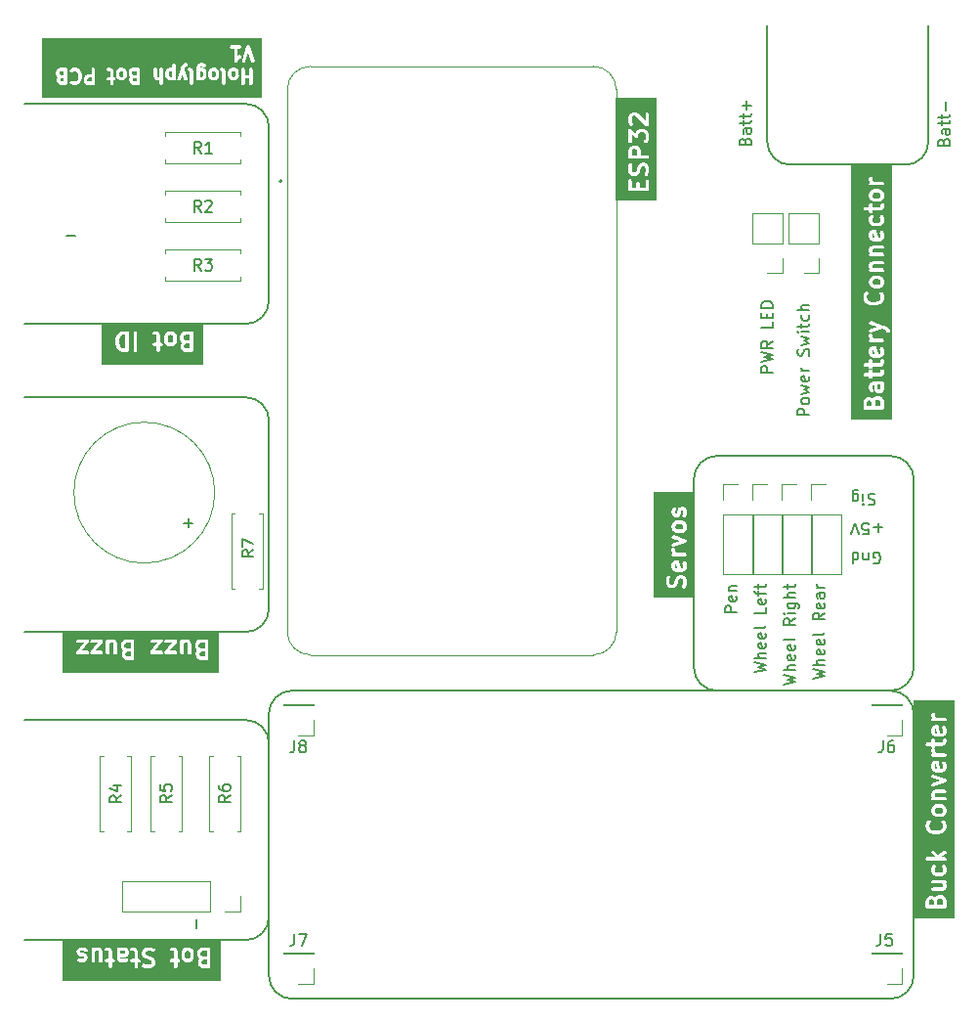
<source format=gto>
%TF.GenerationSoftware,KiCad,Pcbnew,7.0.1*%
%TF.CreationDate,2023-12-18T22:50:53+05:30*%
%TF.ProjectId,hologlyph bot circuit,686f6c6f-676c-4797-9068-20626f742063,rev?*%
%TF.SameCoordinates,Original*%
%TF.FileFunction,Legend,Top*%
%TF.FilePolarity,Positive*%
%FSLAX46Y46*%
G04 Gerber Fmt 4.6, Leading zero omitted, Abs format (unit mm)*
G04 Created by KiCad (PCBNEW 7.0.1) date 2023-12-18 22:50:53*
%MOMM*%
%LPD*%
G01*
G04 APERTURE LIST*
%ADD10C,0.150000*%
%ADD11C,0.300000*%
%ADD12C,0.120000*%
%ADD13C,0.100000*%
%ADD14C,0.200000*%
G04 APERTURE END LIST*
D10*
X147320000Y-40200000D02*
X147320000Y-50265514D01*
X161290000Y-40200000D02*
X161290000Y-50265514D01*
X82934823Y-47002413D02*
X102140000Y-46990000D01*
X82944835Y-119380000D02*
X102140000Y-119355173D01*
X82944835Y-100330000D02*
X102140000Y-100305173D01*
X82944835Y-92710000D02*
X102140000Y-92685173D01*
X82944835Y-72390000D02*
X102140000Y-72365173D01*
X82944835Y-66040000D02*
X102140000Y-66015173D01*
X82944835Y-47014827D02*
X102140000Y-46990000D01*
X158020000Y-97790000D02*
X142970000Y-97790000D01*
X147319986Y-50265514D02*
G75*
G03*
X149320000Y-52265514I2000014J14D01*
G01*
X140970000Y-95790000D02*
G75*
G03*
X142970000Y-97790000I2000000J0D01*
G01*
X102140000Y-66040000D02*
G75*
G03*
X104140000Y-64040000I0J2000000D01*
G01*
X158020000Y-97790000D02*
G75*
G03*
X160020000Y-95790000I0J2000000D01*
G01*
X142970000Y-77470000D02*
G75*
G03*
X140970000Y-79470000I0J-2000000D01*
G01*
X142970000Y-77470000D02*
X158020000Y-77470000D01*
X104140000Y-74390000D02*
G75*
G03*
X102140000Y-72390000I-2000000J0D01*
G01*
X106140000Y-97790000D02*
X158020000Y-97790000D01*
X160020000Y-79470000D02*
G75*
G03*
X158020000Y-77470000I-2000000J0D01*
G01*
X102140000Y-119380000D02*
G75*
G03*
X104140000Y-117380000I0J2000000D01*
G01*
X104140000Y-48990000D02*
X104140000Y-64040000D01*
X160020000Y-79470000D02*
X160020000Y-95790000D01*
X140970000Y-95790000D02*
X140970000Y-79470000D01*
X159290000Y-52265514D02*
X149320000Y-52265514D01*
X102140000Y-92710000D02*
G75*
G03*
X104140000Y-90710000I0J2000000D01*
G01*
X158020000Y-124460000D02*
G75*
G03*
X160020000Y-122460000I0J2000000D01*
G01*
X104140000Y-48990000D02*
G75*
G03*
X102140000Y-46990000I-2000000J0D01*
G01*
X104140000Y-122460000D02*
G75*
G03*
X106140000Y-124460000I2000000J0D01*
G01*
X106140000Y-97790000D02*
G75*
G03*
X104140000Y-99790000I0J-2000000D01*
G01*
X104140000Y-122460000D02*
X104140000Y-99790000D01*
X160020000Y-99790000D02*
X160020000Y-122460000D01*
X104140000Y-74390000D02*
X104140000Y-90710000D01*
X104140000Y-102330000D02*
G75*
G03*
X102140000Y-100330000I-2000000J0D01*
G01*
X159290000Y-52265500D02*
G75*
G03*
X161290000Y-50265514I0J2000000D01*
G01*
X104140000Y-102330000D02*
X104140000Y-117380000D01*
X158020000Y-124460000D02*
X106140000Y-124460000D01*
X160020000Y-99790000D02*
G75*
G03*
X158020000Y-97790000I-2000000J0D01*
G01*
X147799346Y-70247473D02*
X146799346Y-70247473D01*
X146799346Y-70247473D02*
X146799346Y-69866521D01*
X146799346Y-69866521D02*
X146846965Y-69771283D01*
X146846965Y-69771283D02*
X146894584Y-69723664D01*
X146894584Y-69723664D02*
X146989822Y-69676045D01*
X146989822Y-69676045D02*
X147132679Y-69676045D01*
X147132679Y-69676045D02*
X147227917Y-69723664D01*
X147227917Y-69723664D02*
X147275536Y-69771283D01*
X147275536Y-69771283D02*
X147323155Y-69866521D01*
X147323155Y-69866521D02*
X147323155Y-70247473D01*
X146799346Y-69342711D02*
X147799346Y-69104616D01*
X147799346Y-69104616D02*
X147085060Y-68914140D01*
X147085060Y-68914140D02*
X147799346Y-68723664D01*
X147799346Y-68723664D02*
X146799346Y-68485569D01*
X147799346Y-67533188D02*
X147323155Y-67866521D01*
X147799346Y-68104616D02*
X146799346Y-68104616D01*
X146799346Y-68104616D02*
X146799346Y-67723664D01*
X146799346Y-67723664D02*
X146846965Y-67628426D01*
X146846965Y-67628426D02*
X146894584Y-67580807D01*
X146894584Y-67580807D02*
X146989822Y-67533188D01*
X146989822Y-67533188D02*
X147132679Y-67533188D01*
X147132679Y-67533188D02*
X147227917Y-67580807D01*
X147227917Y-67580807D02*
X147275536Y-67628426D01*
X147275536Y-67628426D02*
X147323155Y-67723664D01*
X147323155Y-67723664D02*
X147323155Y-68104616D01*
X147799346Y-65866521D02*
X147799346Y-66342711D01*
X147799346Y-66342711D02*
X146799346Y-66342711D01*
X147275536Y-65533187D02*
X147275536Y-65199854D01*
X147799346Y-65056997D02*
X147799346Y-65533187D01*
X147799346Y-65533187D02*
X146799346Y-65533187D01*
X146799346Y-65533187D02*
X146799346Y-65056997D01*
X147799346Y-64628425D02*
X146799346Y-64628425D01*
X146799346Y-64628425D02*
X146799346Y-64390330D01*
X146799346Y-64390330D02*
X146846965Y-64247473D01*
X146846965Y-64247473D02*
X146942203Y-64152235D01*
X146942203Y-64152235D02*
X147037441Y-64104616D01*
X147037441Y-64104616D02*
X147227917Y-64056997D01*
X147227917Y-64056997D02*
X147370774Y-64056997D01*
X147370774Y-64056997D02*
X147561250Y-64104616D01*
X147561250Y-64104616D02*
X147656488Y-64152235D01*
X147656488Y-64152235D02*
X147751727Y-64247473D01*
X147751727Y-64247473D02*
X147799346Y-64390330D01*
X147799346Y-64390330D02*
X147799346Y-64628425D01*
X150953144Y-73925828D02*
X149953144Y-73925828D01*
X149953144Y-73925828D02*
X149953144Y-73544876D01*
X149953144Y-73544876D02*
X150000763Y-73449638D01*
X150000763Y-73449638D02*
X150048382Y-73402019D01*
X150048382Y-73402019D02*
X150143620Y-73354400D01*
X150143620Y-73354400D02*
X150286477Y-73354400D01*
X150286477Y-73354400D02*
X150381715Y-73402019D01*
X150381715Y-73402019D02*
X150429334Y-73449638D01*
X150429334Y-73449638D02*
X150476953Y-73544876D01*
X150476953Y-73544876D02*
X150476953Y-73925828D01*
X150953144Y-72782971D02*
X150905525Y-72878209D01*
X150905525Y-72878209D02*
X150857905Y-72925828D01*
X150857905Y-72925828D02*
X150762667Y-72973447D01*
X150762667Y-72973447D02*
X150476953Y-72973447D01*
X150476953Y-72973447D02*
X150381715Y-72925828D01*
X150381715Y-72925828D02*
X150334096Y-72878209D01*
X150334096Y-72878209D02*
X150286477Y-72782971D01*
X150286477Y-72782971D02*
X150286477Y-72640114D01*
X150286477Y-72640114D02*
X150334096Y-72544876D01*
X150334096Y-72544876D02*
X150381715Y-72497257D01*
X150381715Y-72497257D02*
X150476953Y-72449638D01*
X150476953Y-72449638D02*
X150762667Y-72449638D01*
X150762667Y-72449638D02*
X150857905Y-72497257D01*
X150857905Y-72497257D02*
X150905525Y-72544876D01*
X150905525Y-72544876D02*
X150953144Y-72640114D01*
X150953144Y-72640114D02*
X150953144Y-72782971D01*
X150286477Y-72116304D02*
X150953144Y-71925828D01*
X150953144Y-71925828D02*
X150476953Y-71735352D01*
X150476953Y-71735352D02*
X150953144Y-71544876D01*
X150953144Y-71544876D02*
X150286477Y-71354400D01*
X150905525Y-70592495D02*
X150953144Y-70687733D01*
X150953144Y-70687733D02*
X150953144Y-70878209D01*
X150953144Y-70878209D02*
X150905525Y-70973447D01*
X150905525Y-70973447D02*
X150810286Y-71021066D01*
X150810286Y-71021066D02*
X150429334Y-71021066D01*
X150429334Y-71021066D02*
X150334096Y-70973447D01*
X150334096Y-70973447D02*
X150286477Y-70878209D01*
X150286477Y-70878209D02*
X150286477Y-70687733D01*
X150286477Y-70687733D02*
X150334096Y-70592495D01*
X150334096Y-70592495D02*
X150429334Y-70544876D01*
X150429334Y-70544876D02*
X150524572Y-70544876D01*
X150524572Y-70544876D02*
X150619810Y-71021066D01*
X150953144Y-70116304D02*
X150286477Y-70116304D01*
X150476953Y-70116304D02*
X150381715Y-70068685D01*
X150381715Y-70068685D02*
X150334096Y-70021066D01*
X150334096Y-70021066D02*
X150286477Y-69925828D01*
X150286477Y-69925828D02*
X150286477Y-69830590D01*
X150905525Y-68782970D02*
X150953144Y-68640113D01*
X150953144Y-68640113D02*
X150953144Y-68402018D01*
X150953144Y-68402018D02*
X150905525Y-68306780D01*
X150905525Y-68306780D02*
X150857905Y-68259161D01*
X150857905Y-68259161D02*
X150762667Y-68211542D01*
X150762667Y-68211542D02*
X150667429Y-68211542D01*
X150667429Y-68211542D02*
X150572191Y-68259161D01*
X150572191Y-68259161D02*
X150524572Y-68306780D01*
X150524572Y-68306780D02*
X150476953Y-68402018D01*
X150476953Y-68402018D02*
X150429334Y-68592494D01*
X150429334Y-68592494D02*
X150381715Y-68687732D01*
X150381715Y-68687732D02*
X150334096Y-68735351D01*
X150334096Y-68735351D02*
X150238858Y-68782970D01*
X150238858Y-68782970D02*
X150143620Y-68782970D01*
X150143620Y-68782970D02*
X150048382Y-68735351D01*
X150048382Y-68735351D02*
X150000763Y-68687732D01*
X150000763Y-68687732D02*
X149953144Y-68592494D01*
X149953144Y-68592494D02*
X149953144Y-68354399D01*
X149953144Y-68354399D02*
X150000763Y-68211542D01*
X150286477Y-67878208D02*
X150953144Y-67687732D01*
X150953144Y-67687732D02*
X150476953Y-67497256D01*
X150476953Y-67497256D02*
X150953144Y-67306780D01*
X150953144Y-67306780D02*
X150286477Y-67116304D01*
X150953144Y-66735351D02*
X150286477Y-66735351D01*
X149953144Y-66735351D02*
X150000763Y-66782970D01*
X150000763Y-66782970D02*
X150048382Y-66735351D01*
X150048382Y-66735351D02*
X150000763Y-66687732D01*
X150000763Y-66687732D02*
X149953144Y-66735351D01*
X149953144Y-66735351D02*
X150048382Y-66735351D01*
X150286477Y-66402018D02*
X150286477Y-66021066D01*
X149953144Y-66259161D02*
X150810286Y-66259161D01*
X150810286Y-66259161D02*
X150905525Y-66211542D01*
X150905525Y-66211542D02*
X150953144Y-66116304D01*
X150953144Y-66116304D02*
X150953144Y-66021066D01*
X150905525Y-65259161D02*
X150953144Y-65354399D01*
X150953144Y-65354399D02*
X150953144Y-65544875D01*
X150953144Y-65544875D02*
X150905525Y-65640113D01*
X150905525Y-65640113D02*
X150857905Y-65687732D01*
X150857905Y-65687732D02*
X150762667Y-65735351D01*
X150762667Y-65735351D02*
X150476953Y-65735351D01*
X150476953Y-65735351D02*
X150381715Y-65687732D01*
X150381715Y-65687732D02*
X150334096Y-65640113D01*
X150334096Y-65640113D02*
X150286477Y-65544875D01*
X150286477Y-65544875D02*
X150286477Y-65354399D01*
X150286477Y-65354399D02*
X150334096Y-65259161D01*
X150953144Y-64830589D02*
X149953144Y-64830589D01*
X150953144Y-64402018D02*
X150429334Y-64402018D01*
X150429334Y-64402018D02*
X150334096Y-64449637D01*
X150334096Y-64449637D02*
X150286477Y-64544875D01*
X150286477Y-64544875D02*
X150286477Y-64687732D01*
X150286477Y-64687732D02*
X150334096Y-64782970D01*
X150334096Y-64782970D02*
X150381715Y-64830589D01*
D11*
G36*
X135980645Y-50927588D02*
G01*
X136017650Y-50964593D01*
X136062356Y-51054006D01*
X136062356Y-51440025D01*
X135576642Y-51440025D01*
X135576642Y-51054007D01*
X135621349Y-50964591D01*
X135658352Y-50927588D01*
X135747766Y-50882882D01*
X135891232Y-50882882D01*
X135980645Y-50927588D01*
G37*
G36*
X137774500Y-55397168D02*
G01*
X134195928Y-55397168D01*
X134195928Y-54397988D01*
X135271900Y-54397988D01*
X135285740Y-54428294D01*
X135295126Y-54460259D01*
X135303751Y-54467733D01*
X135308493Y-54478115D01*
X135336520Y-54496127D01*
X135361699Y-54517944D01*
X135372996Y-54519568D01*
X135382598Y-54525739D01*
X135415911Y-54525739D01*
X135448891Y-54530481D01*
X135459274Y-54525739D01*
X136130197Y-54525739D01*
X136163177Y-54530481D01*
X136173560Y-54525739D01*
X136915911Y-54525739D01*
X136948891Y-54530481D01*
X136979197Y-54516640D01*
X137011162Y-54507255D01*
X137018636Y-54498629D01*
X137029018Y-54493888D01*
X137047030Y-54465860D01*
X137068847Y-54440682D01*
X137070471Y-54429384D01*
X137076642Y-54419783D01*
X137076642Y-54386470D01*
X137081384Y-54353490D01*
X137076642Y-54343107D01*
X137076642Y-53639885D01*
X137058158Y-53576933D01*
X136991585Y-53519248D01*
X136904393Y-53506711D01*
X136824266Y-53543304D01*
X136776642Y-53617409D01*
X136776642Y-54225739D01*
X136290928Y-54225739D01*
X136290928Y-53854171D01*
X136272444Y-53791219D01*
X136205871Y-53733534D01*
X136118679Y-53720997D01*
X136038552Y-53757590D01*
X135990928Y-53831695D01*
X135990928Y-54225739D01*
X135576642Y-54225739D01*
X135576642Y-53639885D01*
X135558158Y-53576933D01*
X135491585Y-53519248D01*
X135404393Y-53506711D01*
X135324266Y-53543304D01*
X135276642Y-53617409D01*
X135276642Y-54365008D01*
X135271900Y-54397988D01*
X134195928Y-54397988D01*
X134195928Y-52831998D01*
X135272781Y-52831998D01*
X135286488Y-52859412D01*
X135295126Y-52888830D01*
X135305838Y-52898112D01*
X135355496Y-52997426D01*
X135360861Y-53022088D01*
X135390067Y-53051294D01*
X135418238Y-53081580D01*
X135421078Y-53082306D01*
X135450133Y-53111362D01*
X135463023Y-53133063D01*
X135499981Y-53151542D01*
X135536267Y-53171356D01*
X135539191Y-53171146D01*
X135638050Y-53220576D01*
X135668312Y-53240024D01*
X135698964Y-53240024D01*
X135729138Y-53245454D01*
X135742230Y-53240024D01*
X135847138Y-53240024D01*
X135882901Y-53243885D01*
X135910315Y-53230177D01*
X135939734Y-53221540D01*
X135949015Y-53210828D01*
X136048333Y-53161170D01*
X136072994Y-53155805D01*
X136102197Y-53126600D01*
X136132484Y-53098429D01*
X136133210Y-53095587D01*
X136162263Y-53066533D01*
X136183966Y-53053644D01*
X136202453Y-53016669D01*
X136222260Y-52980397D01*
X136222050Y-52977474D01*
X136263143Y-52895288D01*
X136275767Y-52883419D01*
X136282455Y-52856665D01*
X136284737Y-52852102D01*
X136287668Y-52835811D01*
X136353882Y-52570953D01*
X136407063Y-52464593D01*
X136444068Y-52427587D01*
X136533481Y-52382881D01*
X136605517Y-52382881D01*
X136694931Y-52427588D01*
X136731936Y-52464593D01*
X136776642Y-52554006D01*
X136776642Y-52851396D01*
X136706091Y-53063051D01*
X136703719Y-53128618D01*
X136748635Y-53204395D01*
X136827388Y-53243861D01*
X136914975Y-53234484D01*
X136983589Y-53179242D01*
X137062997Y-52941014D01*
X137076642Y-52919783D01*
X137076642Y-52878470D01*
X137078137Y-52837145D01*
X137076642Y-52834623D01*
X137076642Y-52526672D01*
X137080503Y-52490909D01*
X137066795Y-52463494D01*
X137058158Y-52434076D01*
X137047446Y-52424794D01*
X136997788Y-52325478D01*
X136992424Y-52300817D01*
X136963212Y-52271605D01*
X136935047Y-52241326D01*
X136932206Y-52240599D01*
X136903149Y-52211542D01*
X136890261Y-52189843D01*
X136853309Y-52171367D01*
X136817016Y-52151549D01*
X136814091Y-52151758D01*
X136715237Y-52102331D01*
X136684972Y-52082881D01*
X136654319Y-52082881D01*
X136624147Y-52077451D01*
X136611055Y-52082881D01*
X136506146Y-52082881D01*
X136470382Y-52079020D01*
X136442966Y-52092728D01*
X136413551Y-52101365D01*
X136404269Y-52112076D01*
X136304954Y-52161734D01*
X136280292Y-52167100D01*
X136251071Y-52196320D01*
X136220801Y-52224477D01*
X136220074Y-52227317D01*
X136191017Y-52256374D01*
X136169318Y-52269263D01*
X136150842Y-52306214D01*
X136131024Y-52342508D01*
X136131233Y-52345432D01*
X136090141Y-52427616D01*
X136077517Y-52439487D01*
X136070828Y-52466242D01*
X136068547Y-52470805D01*
X136065615Y-52487092D01*
X135999400Y-52751954D01*
X135946221Y-52858312D01*
X135909216Y-52895318D01*
X135819804Y-52940024D01*
X135747766Y-52940024D01*
X135658351Y-52895316D01*
X135621349Y-52858314D01*
X135576642Y-52768900D01*
X135576642Y-52471508D01*
X135647194Y-52259855D01*
X135649566Y-52194288D01*
X135604651Y-52118511D01*
X135525898Y-52079044D01*
X135438311Y-52088421D01*
X135369696Y-52143663D01*
X135290286Y-52381891D01*
X135276642Y-52403123D01*
X135276642Y-52444436D01*
X135275147Y-52485760D01*
X135276642Y-52488282D01*
X135276642Y-52796235D01*
X135272781Y-52831998D01*
X134195928Y-52831998D01*
X134195928Y-51035377D01*
X135271212Y-51035377D01*
X135276642Y-51048469D01*
X135276642Y-51579294D01*
X135271900Y-51612274D01*
X135285740Y-51642580D01*
X135295126Y-51674545D01*
X135303751Y-51682019D01*
X135308493Y-51692401D01*
X135336520Y-51710413D01*
X135361699Y-51732230D01*
X135372996Y-51733854D01*
X135382598Y-51740025D01*
X135415911Y-51740025D01*
X135448891Y-51744767D01*
X135459274Y-51740025D01*
X136201625Y-51740025D01*
X136234605Y-51744767D01*
X136244988Y-51740025D01*
X136948210Y-51740025D01*
X137011162Y-51721541D01*
X137068847Y-51654968D01*
X137081384Y-51567776D01*
X137044791Y-51487649D01*
X136970686Y-51440025D01*
X136362356Y-51440025D01*
X136362356Y-51026672D01*
X136366217Y-50990909D01*
X136352509Y-50963494D01*
X136343872Y-50934076D01*
X136333160Y-50924794D01*
X136283502Y-50825478D01*
X136278138Y-50800817D01*
X136248926Y-50771605D01*
X136220761Y-50741326D01*
X136217920Y-50740599D01*
X136188863Y-50711542D01*
X136175975Y-50689843D01*
X136139023Y-50671367D01*
X136102730Y-50651549D01*
X136099805Y-50651758D01*
X136000944Y-50602327D01*
X135970686Y-50582882D01*
X135940035Y-50582882D01*
X135909860Y-50577452D01*
X135896768Y-50582882D01*
X135720432Y-50582882D01*
X135684669Y-50579021D01*
X135657254Y-50592728D01*
X135627836Y-50601366D01*
X135618554Y-50612077D01*
X135519236Y-50661735D01*
X135494576Y-50667101D01*
X135465368Y-50696308D01*
X135435086Y-50724477D01*
X135434359Y-50727317D01*
X135405302Y-50756375D01*
X135383604Y-50769263D01*
X135365129Y-50806212D01*
X135345310Y-50842509D01*
X135345519Y-50845432D01*
X135296092Y-50944286D01*
X135276642Y-50974552D01*
X135276642Y-51005205D01*
X135271212Y-51035377D01*
X134195928Y-51035377D01*
X134195928Y-49303554D01*
X135270311Y-49303554D01*
X135276642Y-49325507D01*
X135276642Y-50254450D01*
X135295126Y-50317402D01*
X135361699Y-50375087D01*
X135448891Y-50387624D01*
X135529018Y-50351031D01*
X135576642Y-50276926D01*
X135576642Y-49634875D01*
X135866443Y-49888451D01*
X135866555Y-49888830D01*
X135899642Y-49917500D01*
X135915527Y-49931399D01*
X135915861Y-49931553D01*
X135933128Y-49946515D01*
X135955010Y-49949661D01*
X135975075Y-49958942D01*
X135997703Y-49955800D01*
X136020320Y-49959052D01*
X136040432Y-49949867D01*
X136062326Y-49946827D01*
X136079662Y-49931951D01*
X136100447Y-49922459D01*
X136112399Y-49903860D01*
X136129177Y-49889464D01*
X136135719Y-49867572D01*
X136148071Y-49848354D01*
X136148071Y-49826248D01*
X136154402Y-49805066D01*
X136148071Y-49783113D01*
X136148071Y-49625435D01*
X136192777Y-49536021D01*
X136229782Y-49499016D01*
X136319195Y-49454310D01*
X136605517Y-49454310D01*
X136694931Y-49499017D01*
X136731936Y-49536022D01*
X136776642Y-49625435D01*
X136776642Y-49983186D01*
X136731935Y-50072600D01*
X136662468Y-50142067D01*
X136631024Y-50199651D01*
X136637309Y-50287514D01*
X136690098Y-50358034D01*
X136772632Y-50388817D01*
X136858707Y-50370092D01*
X136947981Y-50280817D01*
X136969681Y-50267929D01*
X136988155Y-50230979D01*
X137007975Y-50194684D01*
X137007765Y-50191759D01*
X137057194Y-50092901D01*
X137076642Y-50062640D01*
X137076642Y-50031988D01*
X137082072Y-50001814D01*
X137076642Y-49988722D01*
X137076642Y-49598101D01*
X137080503Y-49562338D01*
X137066795Y-49534923D01*
X137058158Y-49505505D01*
X137047446Y-49496223D01*
X136997788Y-49396907D01*
X136992424Y-49372246D01*
X136963212Y-49343034D01*
X136935047Y-49312755D01*
X136932206Y-49312028D01*
X136903149Y-49282971D01*
X136890261Y-49261272D01*
X136853309Y-49242796D01*
X136817016Y-49222978D01*
X136814091Y-49223187D01*
X136715237Y-49173760D01*
X136684972Y-49154310D01*
X136654319Y-49154310D01*
X136624147Y-49148880D01*
X136611055Y-49154310D01*
X136291860Y-49154310D01*
X136256096Y-49150449D01*
X136228680Y-49164157D01*
X136199265Y-49172794D01*
X136189983Y-49183505D01*
X136090668Y-49233163D01*
X136066006Y-49238529D01*
X136036785Y-49267749D01*
X136006515Y-49295906D01*
X136005788Y-49298746D01*
X135976731Y-49327803D01*
X135955032Y-49340692D01*
X135936556Y-49377643D01*
X135916738Y-49413937D01*
X135916947Y-49416861D01*
X135876199Y-49498357D01*
X135558269Y-49220168D01*
X135558158Y-49219790D01*
X135525073Y-49191122D01*
X135509186Y-49177221D01*
X135508851Y-49177066D01*
X135491585Y-49162105D01*
X135469704Y-49158958D01*
X135449638Y-49149677D01*
X135427007Y-49152819D01*
X135404393Y-49149568D01*
X135384281Y-49158752D01*
X135362387Y-49161793D01*
X135345050Y-49176668D01*
X135324266Y-49186161D01*
X135312313Y-49204759D01*
X135295536Y-49219156D01*
X135288993Y-49241047D01*
X135276642Y-49260266D01*
X135276642Y-49282372D01*
X135270311Y-49303554D01*
X134195928Y-49303554D01*
X134195928Y-48178235D01*
X135271212Y-48178235D01*
X135276642Y-48191327D01*
X135276642Y-48510522D01*
X135272781Y-48546285D01*
X135286488Y-48573699D01*
X135295126Y-48603117D01*
X135305838Y-48612399D01*
X135355495Y-48711712D01*
X135360861Y-48736376D01*
X135390081Y-48765596D01*
X135418238Y-48795867D01*
X135421078Y-48796593D01*
X135478684Y-48854199D01*
X135536267Y-48885642D01*
X135624131Y-48879357D01*
X135694650Y-48826568D01*
X135725433Y-48744035D01*
X135706709Y-48657959D01*
X135621348Y-48572599D01*
X135576642Y-48483187D01*
X135576642Y-48196865D01*
X135621349Y-48107449D01*
X135658352Y-48070445D01*
X135747766Y-48025739D01*
X135830873Y-48025739D01*
X135988472Y-48078273D01*
X136793503Y-48883304D01*
X136795126Y-48888831D01*
X136824367Y-48914168D01*
X136835827Y-48925628D01*
X136840601Y-48928234D01*
X136861699Y-48946516D01*
X136878506Y-48948932D01*
X136893411Y-48957071D01*
X136921256Y-48955079D01*
X136948891Y-48959053D01*
X136964338Y-48951998D01*
X136981274Y-48950787D01*
X137003621Y-48934058D01*
X137029018Y-48922460D01*
X137038198Y-48908174D01*
X137051793Y-48897998D01*
X137061550Y-48871838D01*
X137076642Y-48848355D01*
X137076642Y-48831376D01*
X137082577Y-48815464D01*
X137076642Y-48788182D01*
X137076642Y-47854171D01*
X137058158Y-47791219D01*
X136991585Y-47733534D01*
X136904393Y-47720997D01*
X136824266Y-47757590D01*
X136776642Y-47831695D01*
X136776642Y-48442179D01*
X136181273Y-47846810D01*
X136158717Y-47818794D01*
X136129640Y-47809101D01*
X136102730Y-47794407D01*
X136088591Y-47795418D01*
X135920489Y-47739383D01*
X135899258Y-47725739D01*
X135857945Y-47725739D01*
X135816621Y-47724244D01*
X135814099Y-47725739D01*
X135720431Y-47725739D01*
X135684667Y-47721878D01*
X135657251Y-47735586D01*
X135627836Y-47744223D01*
X135618554Y-47754934D01*
X135519238Y-47804593D01*
X135494576Y-47809959D01*
X135465359Y-47839175D01*
X135435086Y-47867335D01*
X135434359Y-47870175D01*
X135405302Y-47899233D01*
X135383604Y-47912121D01*
X135365129Y-47949070D01*
X135345310Y-47985367D01*
X135345519Y-47988290D01*
X135296092Y-48087144D01*
X135276642Y-48117410D01*
X135276642Y-48148063D01*
X135271212Y-48178235D01*
X134195928Y-48178235D01*
X134195928Y-46475740D01*
X137774500Y-46475740D01*
X137774500Y-55397168D01*
G37*
D10*
X156545251Y-86756589D02*
X156640489Y-86804208D01*
X156640489Y-86804208D02*
X156783346Y-86804208D01*
X156783346Y-86804208D02*
X156926203Y-86756589D01*
X156926203Y-86756589D02*
X157021441Y-86661351D01*
X157021441Y-86661351D02*
X157069060Y-86566113D01*
X157069060Y-86566113D02*
X157116679Y-86375637D01*
X157116679Y-86375637D02*
X157116679Y-86232780D01*
X157116679Y-86232780D02*
X157069060Y-86042304D01*
X157069060Y-86042304D02*
X157021441Y-85947066D01*
X157021441Y-85947066D02*
X156926203Y-85851828D01*
X156926203Y-85851828D02*
X156783346Y-85804208D01*
X156783346Y-85804208D02*
X156688108Y-85804208D01*
X156688108Y-85804208D02*
X156545251Y-85851828D01*
X156545251Y-85851828D02*
X156497632Y-85899447D01*
X156497632Y-85899447D02*
X156497632Y-86232780D01*
X156497632Y-86232780D02*
X156688108Y-86232780D01*
X156069060Y-86470875D02*
X156069060Y-85804208D01*
X156069060Y-86375637D02*
X156021441Y-86423256D01*
X156021441Y-86423256D02*
X155926203Y-86470875D01*
X155926203Y-86470875D02*
X155783346Y-86470875D01*
X155783346Y-86470875D02*
X155688108Y-86423256D01*
X155688108Y-86423256D02*
X155640489Y-86328018D01*
X155640489Y-86328018D02*
X155640489Y-85804208D01*
X154735727Y-85804208D02*
X154735727Y-86804208D01*
X154735727Y-85851828D02*
X154830965Y-85804208D01*
X154830965Y-85804208D02*
X155021441Y-85804208D01*
X155021441Y-85804208D02*
X155116679Y-85851828D01*
X155116679Y-85851828D02*
X155164298Y-85899447D01*
X155164298Y-85899447D02*
X155211917Y-85994685D01*
X155211917Y-85994685D02*
X155211917Y-86280399D01*
X155211917Y-86280399D02*
X155164298Y-86375637D01*
X155164298Y-86375637D02*
X155116679Y-86423256D01*
X155116679Y-86423256D02*
X155021441Y-86470875D01*
X155021441Y-86470875D02*
X154830965Y-86470875D01*
X154830965Y-86470875D02*
X154735727Y-86423256D01*
D11*
G36*
X97282857Y-68163922D02*
G01*
X96968267Y-68163922D01*
X96878854Y-68119215D01*
X96841848Y-68082210D01*
X96797142Y-67992798D01*
X96797142Y-67920761D01*
X96841849Y-67831345D01*
X96878853Y-67794342D01*
X96965694Y-67750921D01*
X96971451Y-67751130D01*
X96973972Y-67749636D01*
X97282857Y-67749636D01*
X97282857Y-68163922D01*
G37*
G36*
X97282857Y-67449636D02*
G01*
X96957199Y-67449636D01*
X96799597Y-67397102D01*
X96770419Y-67367924D01*
X96725714Y-67278512D01*
X96725714Y-67135046D01*
X96770420Y-67045632D01*
X96807424Y-67008628D01*
X96896838Y-66963922D01*
X97282857Y-66963922D01*
X97282857Y-67449636D01*
G37*
G36*
X91711428Y-68163922D02*
G01*
X91528628Y-68163922D01*
X91371026Y-68111388D01*
X91270420Y-68010782D01*
X91217241Y-67904426D01*
X91154285Y-67652601D01*
X91154285Y-67475243D01*
X91217239Y-67223422D01*
X91270420Y-67117062D01*
X91371026Y-67016455D01*
X91528626Y-66963922D01*
X91711428Y-66963922D01*
X91711428Y-68163922D01*
G37*
G36*
X95772575Y-67008629D02*
G01*
X95809578Y-67045632D01*
X95854285Y-67135046D01*
X95854285Y-67492798D01*
X95809577Y-67582212D01*
X95772575Y-67619214D01*
X95683161Y-67663922D01*
X95539695Y-67663922D01*
X95450284Y-67619216D01*
X95413277Y-67582210D01*
X95368571Y-67492798D01*
X95368571Y-67135047D01*
X95413278Y-67045633D01*
X95450282Y-67008628D01*
X95539695Y-66963922D01*
X95683160Y-66963922D01*
X95772575Y-67008629D01*
G37*
G36*
X98454286Y-69544637D02*
G01*
X89604285Y-69544637D01*
X89604285Y-67664716D01*
X90848081Y-67664716D01*
X90854285Y-67689532D01*
X90854285Y-67692633D01*
X90859503Y-67710406D01*
X90923711Y-67967238D01*
X90921852Y-67984467D01*
X90934185Y-68009134D01*
X90935423Y-68014083D01*
X90943796Y-68028355D01*
X91004566Y-68149894D01*
X91009932Y-68174558D01*
X91039152Y-68203778D01*
X91067309Y-68234049D01*
X91070149Y-68234775D01*
X91178224Y-68342850D01*
X91200781Y-68370867D01*
X91229859Y-68380559D01*
X91256768Y-68395253D01*
X91270904Y-68394241D01*
X91439010Y-68450277D01*
X91460241Y-68463922D01*
X91501553Y-68463922D01*
X91542878Y-68465417D01*
X91545400Y-68463922D01*
X91850697Y-68463922D01*
X91883677Y-68468664D01*
X91913983Y-68454823D01*
X91945948Y-68445438D01*
X91953422Y-68436812D01*
X91963804Y-68432071D01*
X91981816Y-68404043D01*
X92003633Y-68378865D01*
X92005257Y-68367567D01*
X92011428Y-68357966D01*
X92011428Y-68335490D01*
X92425714Y-68335490D01*
X92444198Y-68398442D01*
X92510771Y-68456127D01*
X92597963Y-68468664D01*
X92678090Y-68432071D01*
X92725714Y-68357966D01*
X92725714Y-67836171D01*
X94063829Y-67836171D01*
X94100422Y-67916298D01*
X94174527Y-67963922D01*
X94425714Y-67963922D01*
X94425714Y-68335490D01*
X94444198Y-68398442D01*
X94510771Y-68456127D01*
X94597963Y-68468664D01*
X94678090Y-68432071D01*
X94725714Y-68357966D01*
X94725714Y-67963922D01*
X94811567Y-67963922D01*
X94874519Y-67945438D01*
X94932204Y-67878865D01*
X94944741Y-67791673D01*
X94908148Y-67711546D01*
X94834043Y-67663922D01*
X94725714Y-67663922D01*
X94725714Y-67116417D01*
X95063141Y-67116417D01*
X95068571Y-67129509D01*
X95068571Y-67520133D01*
X95064710Y-67555896D01*
X95078417Y-67583310D01*
X95087055Y-67612728D01*
X95097767Y-67622010D01*
X95147424Y-67721323D01*
X95152790Y-67745987D01*
X95182010Y-67775207D01*
X95210167Y-67805478D01*
X95213007Y-67806204D01*
X95242061Y-67835258D01*
X95254951Y-67856960D01*
X95291917Y-67875443D01*
X95328196Y-67895253D01*
X95331118Y-67895043D01*
X95429979Y-67944474D01*
X95460241Y-67963922D01*
X95490894Y-67963922D01*
X95521066Y-67969352D01*
X95534158Y-67963922D01*
X95710496Y-67963922D01*
X95746259Y-67967783D01*
X95773673Y-67954075D01*
X95803091Y-67945438D01*
X95812373Y-67934725D01*
X95911687Y-67885067D01*
X95936349Y-67879703D01*
X95965563Y-67850488D01*
X95995841Y-67822326D01*
X95996567Y-67819485D01*
X96025623Y-67790430D01*
X96047324Y-67777541D01*
X96065803Y-67740582D01*
X96085617Y-67704297D01*
X96085407Y-67701372D01*
X96134837Y-67602513D01*
X96154285Y-67572252D01*
X96154285Y-67541600D01*
X96159715Y-67511426D01*
X96154285Y-67498334D01*
X96154285Y-67116418D01*
X96420284Y-67116418D01*
X96425714Y-67129510D01*
X96425714Y-67305846D01*
X96421853Y-67341609D01*
X96435560Y-67369023D01*
X96444198Y-67398442D01*
X96454909Y-67407723D01*
X96504567Y-67507039D01*
X96509932Y-67531701D01*
X96539143Y-67560912D01*
X96567309Y-67591192D01*
X96570149Y-67591918D01*
X96606792Y-67628561D01*
X96609983Y-67632524D01*
X96604104Y-67636017D01*
X96585622Y-67672979D01*
X96565811Y-67709261D01*
X96566020Y-67712184D01*
X96516587Y-67811048D01*
X96497142Y-67841307D01*
X96497142Y-67871958D01*
X96491712Y-67902132D01*
X96497142Y-67915224D01*
X96497142Y-68020133D01*
X96493281Y-68055896D01*
X96506988Y-68083310D01*
X96515626Y-68112728D01*
X96526338Y-68122010D01*
X96575996Y-68221325D01*
X96581362Y-68245988D01*
X96610575Y-68275200D01*
X96638738Y-68305478D01*
X96641579Y-68306204D01*
X96670633Y-68335257D01*
X96683523Y-68356960D01*
X96720497Y-68375447D01*
X96756770Y-68395254D01*
X96759692Y-68395044D01*
X96858551Y-68444474D01*
X96888813Y-68463922D01*
X96919466Y-68463922D01*
X96949638Y-68469352D01*
X96962730Y-68463922D01*
X97422126Y-68463922D01*
X97455106Y-68468664D01*
X97485412Y-68454823D01*
X97517377Y-68445438D01*
X97524851Y-68436812D01*
X97535233Y-68432071D01*
X97553245Y-68404043D01*
X97575062Y-68378865D01*
X97576686Y-68367567D01*
X97582857Y-68357966D01*
X97582857Y-68324653D01*
X97587599Y-68291673D01*
X97582857Y-68281290D01*
X97582857Y-67610367D01*
X97587599Y-67577387D01*
X97582857Y-67567004D01*
X97582857Y-66824653D01*
X97587599Y-66791673D01*
X97573758Y-66761366D01*
X97564373Y-66729402D01*
X97555747Y-66721927D01*
X97551006Y-66711546D01*
X97522978Y-66693533D01*
X97497800Y-66671717D01*
X97486502Y-66670092D01*
X97476901Y-66663922D01*
X97443588Y-66663922D01*
X97410608Y-66659180D01*
X97400225Y-66663922D01*
X96869503Y-66663922D01*
X96833739Y-66660061D01*
X96806323Y-66673769D01*
X96776908Y-66682406D01*
X96767626Y-66693117D01*
X96668311Y-66742776D01*
X96643650Y-66748141D01*
X96614435Y-66777355D01*
X96584158Y-66805518D01*
X96583431Y-66808358D01*
X96554375Y-66837413D01*
X96532675Y-66850303D01*
X96514194Y-66887263D01*
X96494382Y-66923547D01*
X96494591Y-66926470D01*
X96445159Y-67025333D01*
X96425714Y-67055592D01*
X96425714Y-67086243D01*
X96420284Y-67116418D01*
X96154285Y-67116418D01*
X96154285Y-67107712D01*
X96158146Y-67071949D01*
X96144438Y-67044534D01*
X96135801Y-67015116D01*
X96125089Y-67005834D01*
X96075431Y-66906516D01*
X96070066Y-66881856D01*
X96040858Y-66852648D01*
X96012690Y-66822366D01*
X96009849Y-66821639D01*
X95980791Y-66792582D01*
X95967904Y-66770884D01*
X95930954Y-66752409D01*
X95894658Y-66732590D01*
X95891734Y-66732799D01*
X95792880Y-66683372D01*
X95762615Y-66663922D01*
X95731962Y-66663922D01*
X95701790Y-66658492D01*
X95688698Y-66663922D01*
X95512360Y-66663922D01*
X95476596Y-66660061D01*
X95449180Y-66673769D01*
X95419765Y-66682406D01*
X95410483Y-66693117D01*
X95311168Y-66742775D01*
X95286505Y-66748141D01*
X95257274Y-66777371D01*
X95227015Y-66805518D01*
X95226288Y-66808357D01*
X95197231Y-66837415D01*
X95175533Y-66850303D01*
X95157057Y-66887254D01*
X95137239Y-66923548D01*
X95137448Y-66926472D01*
X95088021Y-67025326D01*
X95068571Y-67055592D01*
X95068571Y-67086245D01*
X95063141Y-67116417D01*
X94725714Y-67116417D01*
X94725714Y-67036283D01*
X94729575Y-67000519D01*
X94715866Y-66973103D01*
X94707230Y-66943688D01*
X94696518Y-66934406D01*
X94655539Y-66852450D01*
X94655745Y-66846621D01*
X94636017Y-66813407D01*
X94628803Y-66798978D01*
X94625052Y-66794946D01*
X94610761Y-66770884D01*
X94595637Y-66763322D01*
X94584118Y-66750938D01*
X94557002Y-66744004D01*
X94435737Y-66683372D01*
X94405472Y-66663922D01*
X94374819Y-66663922D01*
X94344647Y-66658492D01*
X94331555Y-66663922D01*
X94197003Y-66663922D01*
X94134051Y-66682406D01*
X94076366Y-66748979D01*
X94063829Y-66836171D01*
X94100422Y-66916298D01*
X94174527Y-66963922D01*
X94326017Y-66963922D01*
X94392482Y-66997154D01*
X94425714Y-67063618D01*
X94425714Y-67663922D01*
X94197003Y-67663922D01*
X94134051Y-67682406D01*
X94076366Y-67748979D01*
X94063829Y-67836171D01*
X92725714Y-67836171D01*
X92725714Y-66792354D01*
X92707230Y-66729402D01*
X92640657Y-66671717D01*
X92553465Y-66659180D01*
X92473338Y-66695773D01*
X92425714Y-66769878D01*
X92425714Y-68335490D01*
X92011428Y-68335490D01*
X92011428Y-68324653D01*
X92016170Y-68291673D01*
X92011428Y-68281290D01*
X92011428Y-66824653D01*
X92016170Y-66791673D01*
X92002329Y-66761366D01*
X91992944Y-66729402D01*
X91984318Y-66721927D01*
X91979577Y-66711546D01*
X91951549Y-66693533D01*
X91926371Y-66671717D01*
X91915073Y-66670092D01*
X91905472Y-66663922D01*
X91872159Y-66663922D01*
X91839179Y-66659180D01*
X91828796Y-66663922D01*
X91523089Y-66663922D01*
X91498634Y-66657692D01*
X91459441Y-66670756D01*
X91419765Y-66682406D01*
X91417845Y-66684621D01*
X91250226Y-66740494D01*
X91215077Y-66748141D01*
X91193402Y-66769815D01*
X91168227Y-66787312D01*
X91162809Y-66800408D01*
X91054374Y-66908843D01*
X91032675Y-66921732D01*
X91014199Y-66958683D01*
X90994381Y-66994977D01*
X90994590Y-66997901D01*
X90953498Y-67080085D01*
X90940874Y-67091956D01*
X90934185Y-67118711D01*
X90931904Y-67123274D01*
X90928972Y-67139561D01*
X90864751Y-67396448D01*
X90854285Y-67412735D01*
X90854285Y-67438315D01*
X90853533Y-67441323D01*
X90854285Y-67459828D01*
X90854285Y-67646377D01*
X90848081Y-67664716D01*
X89604285Y-67664716D01*
X89604285Y-65966065D01*
X98454286Y-65966065D01*
X98454286Y-69544637D01*
G37*
G36*
X92662858Y-45050857D02*
G01*
X92448269Y-45050857D01*
X92387427Y-45020436D01*
X92364708Y-44997717D01*
X92334287Y-44936874D01*
X92334287Y-44893410D01*
X92364708Y-44832567D01*
X92387427Y-44809848D01*
X92445694Y-44780714D01*
X92451451Y-44780923D01*
X92453973Y-44779428D01*
X92662858Y-44779428D01*
X92662858Y-45050857D01*
G37*
G36*
X92662858Y-44479428D02*
G01*
X92437199Y-44479428D01*
X92322457Y-44441180D01*
X92307564Y-44426287D01*
X92277144Y-44365447D01*
X92277144Y-44264838D01*
X92307565Y-44203995D01*
X92330283Y-44181278D01*
X92391125Y-44150857D01*
X92662858Y-44150857D01*
X92662858Y-44479428D01*
G37*
G36*
X88777144Y-45050857D02*
G01*
X88505412Y-45050857D01*
X88444570Y-45020436D01*
X88421851Y-44997717D01*
X88391430Y-44936874D01*
X88391430Y-44836267D01*
X88421851Y-44775424D01*
X88444570Y-44752705D01*
X88505411Y-44722285D01*
X88777144Y-44722285D01*
X88777144Y-45050857D01*
G37*
G36*
X86377144Y-45050857D02*
G01*
X86162555Y-45050857D01*
X86101713Y-45020436D01*
X86078994Y-44997717D01*
X86048573Y-44936874D01*
X86048573Y-44893410D01*
X86078994Y-44832567D01*
X86101713Y-44809848D01*
X86159980Y-44780714D01*
X86165737Y-44780923D01*
X86168259Y-44779428D01*
X86377144Y-44779428D01*
X86377144Y-45050857D01*
G37*
G36*
X86377144Y-44479428D02*
G01*
X86151485Y-44479428D01*
X86036743Y-44441180D01*
X86021850Y-44426287D01*
X85991430Y-44365447D01*
X85991430Y-44264838D01*
X86021851Y-44203995D01*
X86044569Y-44181278D01*
X86105411Y-44150857D01*
X86377144Y-44150857D01*
X86377144Y-44479428D01*
G37*
G36*
X101181146Y-44181279D02*
G01*
X101203864Y-44203996D01*
X101234285Y-44264837D01*
X101234285Y-44536874D01*
X101203863Y-44597718D01*
X101181144Y-44620436D01*
X101120304Y-44650857D01*
X101019696Y-44650857D01*
X100958852Y-44620435D01*
X100936135Y-44597717D01*
X100905714Y-44536874D01*
X100905714Y-44264838D01*
X100936135Y-44203995D01*
X100958853Y-44181277D01*
X101019694Y-44150857D01*
X101120303Y-44150857D01*
X101181146Y-44181279D01*
G37*
G36*
X99466861Y-44181279D02*
G01*
X99489579Y-44203996D01*
X99520000Y-44264837D01*
X99520000Y-44536874D01*
X99489578Y-44597718D01*
X99466859Y-44620436D01*
X99406019Y-44650857D01*
X99305411Y-44650857D01*
X99244567Y-44620435D01*
X99221850Y-44597717D01*
X99191429Y-44536874D01*
X99191429Y-44264838D01*
X99221850Y-44203995D01*
X99244568Y-44181277D01*
X99305409Y-44150857D01*
X99406018Y-44150857D01*
X99466861Y-44181279D01*
G37*
G36*
X98381147Y-44181279D02*
G01*
X98403865Y-44203996D01*
X98434286Y-44264837D01*
X98434286Y-44536874D01*
X98403864Y-44597718D01*
X98381145Y-44620436D01*
X98320305Y-44650857D01*
X98162858Y-44650857D01*
X98162858Y-44150857D01*
X98320304Y-44150857D01*
X98381147Y-44181279D01*
G37*
G36*
X95748572Y-44650857D02*
G01*
X95591126Y-44650857D01*
X95530282Y-44620435D01*
X95507565Y-44597717D01*
X95477144Y-44536874D01*
X95477144Y-44264838D01*
X95507565Y-44203995D01*
X95530283Y-44181277D01*
X95591124Y-44150857D01*
X95748572Y-44150857D01*
X95748572Y-44650857D01*
G37*
G36*
X91466862Y-44181279D02*
G01*
X91489580Y-44203996D01*
X91520001Y-44264837D01*
X91520001Y-44536874D01*
X91489579Y-44597718D01*
X91466860Y-44620436D01*
X91406020Y-44650857D01*
X91305412Y-44650857D01*
X91244568Y-44620435D01*
X91221851Y-44597717D01*
X91191430Y-44536874D01*
X91191430Y-44264838D01*
X91221851Y-44203995D01*
X91244569Y-44181277D01*
X91305410Y-44150857D01*
X91406019Y-44150857D01*
X91466862Y-44181279D01*
G37*
G36*
X103491429Y-46425429D02*
G01*
X84481430Y-46425429D01*
X84481430Y-44246209D01*
X85686000Y-44246209D01*
X85691430Y-44259301D01*
X85691430Y-44392782D01*
X85687569Y-44428545D01*
X85701276Y-44455959D01*
X85709914Y-44485377D01*
X85720626Y-44494659D01*
X85755998Y-44565402D01*
X85761363Y-44590064D01*
X85790580Y-44619281D01*
X85818741Y-44649555D01*
X85821579Y-44650280D01*
X85830344Y-44659045D01*
X85822767Y-44674199D01*
X85802955Y-44710483D01*
X85803164Y-44713406D01*
X85768018Y-44783697D01*
X85748573Y-44813956D01*
X85748573Y-44844607D01*
X85743143Y-44874781D01*
X85748573Y-44887873D01*
X85748573Y-44964209D01*
X85744712Y-44999973D01*
X85758419Y-45027387D01*
X85767057Y-45056805D01*
X85777769Y-45066087D01*
X85813140Y-45136829D01*
X85818506Y-45161493D01*
X85847726Y-45190713D01*
X85875883Y-45220984D01*
X85878723Y-45221710D01*
X85893492Y-45236479D01*
X85906382Y-45258181D01*
X85943355Y-45276667D01*
X85979628Y-45296474D01*
X85982549Y-45296265D01*
X86052841Y-45331411D01*
X86083100Y-45350857D01*
X86113751Y-45350857D01*
X86143925Y-45356287D01*
X86157017Y-45350857D01*
X86516413Y-45350857D01*
X86549393Y-45355599D01*
X86579699Y-45341758D01*
X86611664Y-45332373D01*
X86619138Y-45323747D01*
X86629520Y-45319006D01*
X86647532Y-45290978D01*
X86669349Y-45265800D01*
X86670973Y-45254502D01*
X86677144Y-45244901D01*
X86677144Y-45211588D01*
X86681886Y-45178608D01*
X86677144Y-45168225D01*
X86677144Y-45075418D01*
X86885495Y-45075418D01*
X86904220Y-45161493D01*
X86986798Y-45244071D01*
X87009355Y-45272088D01*
X87038433Y-45281780D01*
X87065342Y-45296474D01*
X87079478Y-45295462D01*
X87204725Y-45337212D01*
X87225957Y-45350857D01*
X87267270Y-45350857D01*
X87308594Y-45352352D01*
X87311116Y-45350857D01*
X87365482Y-45350857D01*
X87389937Y-45357087D01*
X87429123Y-45344024D01*
X87468807Y-45332373D01*
X87470727Y-45330157D01*
X87595483Y-45288571D01*
X87630639Y-45280924D01*
X87652315Y-45259247D01*
X87677488Y-45241753D01*
X87682905Y-45228656D01*
X87762769Y-45148791D01*
X87784468Y-45135904D01*
X87802944Y-45098950D01*
X87822762Y-45062659D01*
X87822552Y-45059734D01*
X87849360Y-45006119D01*
X87861983Y-44994251D01*
X87868671Y-44967498D01*
X87870954Y-44962933D01*
X87873886Y-44946637D01*
X87906136Y-44817638D01*
X88086000Y-44817638D01*
X88091430Y-44830730D01*
X88091430Y-44964209D01*
X88087569Y-44999973D01*
X88101276Y-45027387D01*
X88109914Y-45056805D01*
X88120626Y-45066087D01*
X88155997Y-45136829D01*
X88161363Y-45161493D01*
X88190583Y-45190713D01*
X88218740Y-45220984D01*
X88221580Y-45221710D01*
X88236349Y-45236479D01*
X88249239Y-45258181D01*
X88286212Y-45276667D01*
X88322485Y-45296474D01*
X88325406Y-45296265D01*
X88395698Y-45331411D01*
X88425957Y-45350857D01*
X88456608Y-45350857D01*
X88486782Y-45356287D01*
X88499874Y-45350857D01*
X88916413Y-45350857D01*
X88949393Y-45355599D01*
X88979699Y-45341758D01*
X89011664Y-45332373D01*
X89019138Y-45323747D01*
X89029520Y-45319006D01*
X89047532Y-45290978D01*
X89069349Y-45265800D01*
X89070973Y-45254502D01*
X89077144Y-45244901D01*
X89077144Y-45211588D01*
X89081886Y-45178608D01*
X89077144Y-45168225D01*
X89077144Y-44823106D01*
X90086688Y-44823106D01*
X90123281Y-44903233D01*
X90197386Y-44950857D01*
X90377144Y-44950857D01*
X90377144Y-45222425D01*
X90395628Y-45285377D01*
X90462201Y-45343062D01*
X90549393Y-45355599D01*
X90629520Y-45319006D01*
X90677144Y-45244901D01*
X90677144Y-44950857D01*
X90720141Y-44950857D01*
X90783093Y-44932373D01*
X90840778Y-44865800D01*
X90853315Y-44778608D01*
X90816722Y-44698481D01*
X90742617Y-44650857D01*
X90677144Y-44650857D01*
X90677144Y-44246209D01*
X90886000Y-44246209D01*
X90891430Y-44259301D01*
X90891430Y-44564209D01*
X90887569Y-44599973D01*
X90901276Y-44627387D01*
X90909914Y-44656805D01*
X90920626Y-44666087D01*
X90955998Y-44736830D01*
X90961363Y-44761492D01*
X90990577Y-44790707D01*
X91018740Y-44820984D01*
X91021580Y-44821710D01*
X91036349Y-44836480D01*
X91049239Y-44858181D01*
X91086202Y-44876662D01*
X91122483Y-44896474D01*
X91125406Y-44896264D01*
X91195698Y-44931411D01*
X91225957Y-44950857D01*
X91256608Y-44950857D01*
X91286783Y-44956287D01*
X91299875Y-44950857D01*
X91433355Y-44950857D01*
X91469118Y-44954718D01*
X91496532Y-44941010D01*
X91525950Y-44932373D01*
X91535232Y-44921660D01*
X91605975Y-44886288D01*
X91630637Y-44880924D01*
X91659854Y-44851706D01*
X91690128Y-44823546D01*
X91690853Y-44820707D01*
X91705625Y-44805935D01*
X91727325Y-44793047D01*
X91745805Y-44756085D01*
X91765618Y-44719802D01*
X91765408Y-44716879D01*
X91800555Y-44646587D01*
X91820001Y-44616329D01*
X91820001Y-44585678D01*
X91825431Y-44555503D01*
X91820001Y-44542411D01*
X91820001Y-44246209D01*
X91971714Y-44246209D01*
X91977144Y-44259301D01*
X91977144Y-44392782D01*
X91973283Y-44428545D01*
X91986990Y-44455959D01*
X91995628Y-44485377D01*
X92006340Y-44494659D01*
X92041712Y-44565402D01*
X92047077Y-44590064D01*
X92076294Y-44619281D01*
X92104455Y-44649555D01*
X92107293Y-44650280D01*
X92116058Y-44659045D01*
X92108481Y-44674199D01*
X92088669Y-44710483D01*
X92088878Y-44713406D01*
X92053732Y-44783697D01*
X92034287Y-44813956D01*
X92034287Y-44844607D01*
X92028857Y-44874781D01*
X92034287Y-44887873D01*
X92034287Y-44964209D01*
X92030426Y-44999973D01*
X92044133Y-45027387D01*
X92052771Y-45056805D01*
X92063483Y-45066087D01*
X92098854Y-45136829D01*
X92104220Y-45161493D01*
X92133440Y-45190713D01*
X92161597Y-45220984D01*
X92164437Y-45221710D01*
X92179206Y-45236479D01*
X92192096Y-45258181D01*
X92229069Y-45276667D01*
X92265342Y-45296474D01*
X92268263Y-45296265D01*
X92338555Y-45331411D01*
X92368814Y-45350857D01*
X92399465Y-45350857D01*
X92429639Y-45356287D01*
X92442731Y-45350857D01*
X92802127Y-45350857D01*
X92835107Y-45355599D01*
X92865413Y-45341758D01*
X92897378Y-45332373D01*
X92904852Y-45323747D01*
X92915234Y-45319006D01*
X92933246Y-45290978D01*
X92955063Y-45265800D01*
X92956687Y-45254502D01*
X92962858Y-45244901D01*
X92962858Y-45211588D01*
X92967600Y-45178608D01*
X92962858Y-45168225D01*
X92962858Y-44657115D01*
X94144712Y-44657115D01*
X94158419Y-44684530D01*
X94167057Y-44713948D01*
X94177768Y-44723229D01*
X94204460Y-44776614D01*
X94204255Y-44782444D01*
X94223980Y-44815654D01*
X94231196Y-44830086D01*
X94234947Y-44834119D01*
X94249239Y-44858181D01*
X94264362Y-44865742D01*
X94275881Y-44878126D01*
X94302995Y-44885059D01*
X94395698Y-44931411D01*
X94425957Y-44950857D01*
X94456608Y-44950857D01*
X94486783Y-44956287D01*
X94499875Y-44950857D01*
X94633355Y-44950857D01*
X94662858Y-44954042D01*
X94662858Y-45222425D01*
X94681342Y-45285377D01*
X94747915Y-45343062D01*
X94835107Y-45355599D01*
X94915234Y-45319006D01*
X94962858Y-45244901D01*
X94962858Y-44724857D01*
X94965618Y-44719802D01*
X94962858Y-44681218D01*
X94962858Y-44246209D01*
X95171714Y-44246209D01*
X95177144Y-44259301D01*
X95177144Y-44564209D01*
X95173283Y-44599973D01*
X95186990Y-44627387D01*
X95195628Y-44656805D01*
X95206340Y-44666087D01*
X95241712Y-44736830D01*
X95247077Y-44761492D01*
X95276291Y-44790707D01*
X95304454Y-44820984D01*
X95307294Y-44821710D01*
X95322063Y-44836480D01*
X95334953Y-44858181D01*
X95371916Y-44876662D01*
X95408197Y-44896474D01*
X95411120Y-44896264D01*
X95481412Y-44931411D01*
X95511671Y-44950857D01*
X95542322Y-44950857D01*
X95572497Y-44956287D01*
X95585589Y-44950857D01*
X95776212Y-44950857D01*
X95811975Y-44954718D01*
X95834916Y-44943247D01*
X95920821Y-44955599D01*
X96000948Y-44919006D01*
X96048572Y-44844901D01*
X96048572Y-44836219D01*
X96203434Y-44836219D01*
X96246727Y-44912935D01*
X96324622Y-44954067D01*
X96412389Y-44946556D01*
X96482163Y-44892786D01*
X96641429Y-44446838D01*
X96793137Y-44871619D01*
X96831717Y-44924687D01*
X96913813Y-44956621D01*
X97000142Y-44939101D01*
X97063294Y-44877691D01*
X97083219Y-44791885D01*
X96814541Y-44039587D01*
X97118541Y-44039587D01*
X97163524Y-44115324D01*
X97272483Y-44169803D01*
X97291429Y-44207695D01*
X97291429Y-45222425D01*
X97309913Y-45285377D01*
X97376486Y-45343062D01*
X97463678Y-45355599D01*
X97543805Y-45319006D01*
X97591429Y-45244901D01*
X97591429Y-44180360D01*
X97595290Y-44144597D01*
X97581582Y-44117182D01*
X97572945Y-44087765D01*
X97562232Y-44078482D01*
X97554746Y-44063510D01*
X97856623Y-44063510D01*
X97862858Y-44082272D01*
X97862858Y-44741050D01*
X97861398Y-44782444D01*
X97862858Y-44784902D01*
X97862858Y-44822425D01*
X97881342Y-44885377D01*
X97947915Y-44943062D01*
X98035107Y-44955599D01*
X98067475Y-44940816D01*
X98083099Y-44950857D01*
X98113750Y-44950857D01*
X98143924Y-44956287D01*
X98157016Y-44950857D01*
X98347640Y-44950857D01*
X98383403Y-44954718D01*
X98410817Y-44941010D01*
X98440235Y-44932373D01*
X98449517Y-44921660D01*
X98520260Y-44886288D01*
X98544922Y-44880924D01*
X98574139Y-44851706D01*
X98604413Y-44823546D01*
X98605138Y-44820707D01*
X98619910Y-44805935D01*
X98641610Y-44793047D01*
X98660090Y-44756085D01*
X98679903Y-44719802D01*
X98679693Y-44716879D01*
X98714840Y-44646587D01*
X98734286Y-44616329D01*
X98734286Y-44585678D01*
X98739716Y-44555503D01*
X98734286Y-44542411D01*
X98734286Y-44246209D01*
X98885999Y-44246209D01*
X98891429Y-44259301D01*
X98891429Y-44564209D01*
X98887568Y-44599973D01*
X98901275Y-44627387D01*
X98909913Y-44656805D01*
X98920625Y-44666087D01*
X98955997Y-44736830D01*
X98961362Y-44761492D01*
X98990576Y-44790707D01*
X99018739Y-44820984D01*
X99021579Y-44821710D01*
X99036348Y-44836480D01*
X99049238Y-44858181D01*
X99086201Y-44876662D01*
X99122482Y-44896474D01*
X99125405Y-44896264D01*
X99195697Y-44931411D01*
X99225956Y-44950857D01*
X99256607Y-44950857D01*
X99286782Y-44956287D01*
X99299874Y-44950857D01*
X99433354Y-44950857D01*
X99469117Y-44954718D01*
X99496531Y-44941010D01*
X99525949Y-44932373D01*
X99535231Y-44921660D01*
X99605974Y-44886288D01*
X99630636Y-44880924D01*
X99659853Y-44851706D01*
X99690127Y-44823546D01*
X99690852Y-44820707D01*
X99705624Y-44805935D01*
X99727324Y-44793047D01*
X99745804Y-44756085D01*
X99765617Y-44719802D01*
X99765407Y-44716879D01*
X99800554Y-44646587D01*
X99820000Y-44616329D01*
X99820000Y-44585678D01*
X99825430Y-44555503D01*
X99820000Y-44542411D01*
X99820000Y-44237504D01*
X99823861Y-44201740D01*
X99810153Y-44174324D01*
X99801516Y-44144908D01*
X99790804Y-44135626D01*
X99755430Y-44064878D01*
X99750066Y-44040219D01*
X99749434Y-44039587D01*
X99918540Y-44039587D01*
X99963523Y-44115324D01*
X100072482Y-44169803D01*
X100091428Y-44207695D01*
X100091428Y-45222425D01*
X100109912Y-45285377D01*
X100176485Y-45343062D01*
X100263677Y-45355599D01*
X100343804Y-45319006D01*
X100391428Y-45244901D01*
X100391428Y-44246209D01*
X100600284Y-44246209D01*
X100605714Y-44259301D01*
X100605714Y-44564209D01*
X100601853Y-44599973D01*
X100615560Y-44627387D01*
X100624198Y-44656805D01*
X100634910Y-44666087D01*
X100670282Y-44736830D01*
X100675647Y-44761492D01*
X100704861Y-44790707D01*
X100733024Y-44820984D01*
X100735864Y-44821710D01*
X100750633Y-44836480D01*
X100763523Y-44858181D01*
X100800486Y-44876662D01*
X100836767Y-44896474D01*
X100839690Y-44896264D01*
X100909982Y-44931411D01*
X100940241Y-44950857D01*
X100970892Y-44950857D01*
X101001067Y-44956287D01*
X101014159Y-44950857D01*
X101147639Y-44950857D01*
X101183402Y-44954718D01*
X101210816Y-44941010D01*
X101240234Y-44932373D01*
X101249516Y-44921660D01*
X101320259Y-44886288D01*
X101344921Y-44880924D01*
X101374138Y-44851706D01*
X101404412Y-44823546D01*
X101405137Y-44820707D01*
X101419909Y-44805935D01*
X101441609Y-44793047D01*
X101460089Y-44756085D01*
X101479902Y-44719802D01*
X101479692Y-44716879D01*
X101512294Y-44651677D01*
X101743829Y-44651677D01*
X101748571Y-44662060D01*
X101748571Y-45222425D01*
X101767055Y-45285377D01*
X101833628Y-45343062D01*
X101920820Y-45355599D01*
X102000947Y-45319006D01*
X102048571Y-45244901D01*
X102048571Y-44779428D01*
X102434285Y-44779428D01*
X102434285Y-45222425D01*
X102452769Y-45285377D01*
X102519342Y-45343062D01*
X102606534Y-45355599D01*
X102686661Y-45319006D01*
X102734285Y-45244901D01*
X102734285Y-44640159D01*
X102739027Y-44607179D01*
X102734285Y-44596796D01*
X102734285Y-43979289D01*
X102715801Y-43916337D01*
X102649228Y-43858652D01*
X102562036Y-43846115D01*
X102481909Y-43882708D01*
X102434285Y-43956813D01*
X102434285Y-44479428D01*
X102048571Y-44479428D01*
X102048571Y-43979289D01*
X102030087Y-43916337D01*
X101963514Y-43858652D01*
X101876322Y-43846115D01*
X101796195Y-43882708D01*
X101748571Y-43956813D01*
X101748571Y-44618697D01*
X101743829Y-44651677D01*
X101512294Y-44651677D01*
X101514839Y-44646587D01*
X101534285Y-44616329D01*
X101534285Y-44585678D01*
X101539715Y-44555503D01*
X101534285Y-44542411D01*
X101534285Y-44237504D01*
X101538146Y-44201740D01*
X101524438Y-44174324D01*
X101515801Y-44144908D01*
X101505089Y-44135626D01*
X101469715Y-44064878D01*
X101464351Y-44040219D01*
X101435143Y-44011012D01*
X101406975Y-43980729D01*
X101404133Y-43980002D01*
X101389364Y-43965232D01*
X101376476Y-43943533D01*
X101339514Y-43925052D01*
X101303229Y-43905239D01*
X101300306Y-43905448D01*
X101230019Y-43870304D01*
X101199758Y-43850857D01*
X101169105Y-43850857D01*
X101138933Y-43845427D01*
X101125841Y-43850857D01*
X100992361Y-43850857D01*
X100956597Y-43846996D01*
X100929181Y-43860703D01*
X100899765Y-43869341D01*
X100890483Y-43880052D01*
X100819737Y-43915425D01*
X100795077Y-43920790D01*
X100765865Y-43950001D01*
X100735586Y-43978167D01*
X100734859Y-43981007D01*
X100720091Y-43995775D01*
X100698390Y-44008665D01*
X100679908Y-44045627D01*
X100660096Y-44081911D01*
X100660305Y-44084834D01*
X100625159Y-44155125D01*
X100605714Y-44185384D01*
X100605714Y-44216035D01*
X100600284Y-44246209D01*
X100391428Y-44246209D01*
X100391428Y-44180360D01*
X100395289Y-44144597D01*
X100381581Y-44117182D01*
X100372944Y-44087765D01*
X100362231Y-44078482D01*
X100335539Y-44025099D01*
X100335745Y-44019271D01*
X100316017Y-43986055D01*
X100308803Y-43971627D01*
X100305054Y-43967596D01*
X100290762Y-43943533D01*
X100275636Y-43935970D01*
X100264118Y-43923587D01*
X100237004Y-43916654D01*
X100117792Y-43857048D01*
X100053219Y-43845427D01*
X99971852Y-43879174D01*
X99921645Y-43951554D01*
X99918540Y-44039587D01*
X99749434Y-44039587D01*
X99720858Y-44011012D01*
X99692690Y-43980729D01*
X99689848Y-43980002D01*
X99675079Y-43965232D01*
X99662191Y-43943533D01*
X99625229Y-43925052D01*
X99588944Y-43905239D01*
X99586021Y-43905448D01*
X99515734Y-43870304D01*
X99485473Y-43850857D01*
X99454820Y-43850857D01*
X99424648Y-43845427D01*
X99411556Y-43850857D01*
X99278076Y-43850857D01*
X99242312Y-43846996D01*
X99214896Y-43860703D01*
X99185480Y-43869341D01*
X99176198Y-43880052D01*
X99105452Y-43915425D01*
X99080792Y-43920790D01*
X99051580Y-43950001D01*
X99021301Y-43978167D01*
X99020574Y-43981007D01*
X99005806Y-43995775D01*
X98984105Y-44008665D01*
X98965623Y-44045627D01*
X98945811Y-44081911D01*
X98946020Y-44084834D01*
X98910874Y-44155125D01*
X98891429Y-44185384D01*
X98891429Y-44216035D01*
X98885999Y-44246209D01*
X98734286Y-44246209D01*
X98734286Y-44237504D01*
X98738147Y-44201740D01*
X98724439Y-44174324D01*
X98715802Y-44144908D01*
X98705090Y-44135626D01*
X98669716Y-44064878D01*
X98664352Y-44040219D01*
X98635144Y-44011012D01*
X98606976Y-43980729D01*
X98604134Y-43980002D01*
X98589365Y-43965232D01*
X98576477Y-43943533D01*
X98539515Y-43925052D01*
X98503230Y-43905239D01*
X98500307Y-43905448D01*
X98430020Y-43870304D01*
X98399759Y-43850857D01*
X98369106Y-43850857D01*
X98338934Y-43845427D01*
X98325842Y-43850857D01*
X98169848Y-43850857D01*
X98193278Y-43803995D01*
X98215996Y-43781278D01*
X98276838Y-43750857D01*
X98377447Y-43750857D01*
X98479352Y-43801810D01*
X98543924Y-43813430D01*
X98625291Y-43779683D01*
X98675499Y-43707303D01*
X98678603Y-43619271D01*
X98633620Y-43543533D01*
X98487163Y-43470304D01*
X98456902Y-43450857D01*
X98426249Y-43450857D01*
X98396077Y-43445427D01*
X98382985Y-43450857D01*
X98249505Y-43450857D01*
X98213741Y-43446996D01*
X98186325Y-43460703D01*
X98156909Y-43469341D01*
X98147627Y-43480052D01*
X98076883Y-43515424D01*
X98052222Y-43520789D01*
X98023005Y-43550005D01*
X97992730Y-43578167D01*
X97992003Y-43581006D01*
X97977231Y-43595778D01*
X97955532Y-43608667D01*
X97937052Y-43645626D01*
X97917240Y-43681909D01*
X97917449Y-43684833D01*
X97882304Y-43755123D01*
X97862858Y-43785384D01*
X97862858Y-43816036D01*
X97857428Y-43846210D01*
X97862858Y-43859302D01*
X97862858Y-44039126D01*
X97856623Y-44063510D01*
X97554746Y-44063510D01*
X97535540Y-44025099D01*
X97535746Y-44019271D01*
X97516018Y-43986055D01*
X97508804Y-43971627D01*
X97505055Y-43967596D01*
X97490763Y-43943533D01*
X97475637Y-43935970D01*
X97464119Y-43923587D01*
X97437005Y-43916654D01*
X97317793Y-43857048D01*
X97253220Y-43845427D01*
X97171853Y-43879174D01*
X97121646Y-43951554D01*
X97118541Y-44039587D01*
X96814541Y-44039587D01*
X96801782Y-44003862D01*
X96883552Y-43799436D01*
X96901711Y-43781278D01*
X97013517Y-43725375D01*
X97061557Y-43680690D01*
X97083380Y-43595348D01*
X97055600Y-43511754D01*
X96987036Y-43456451D01*
X96899456Y-43446996D01*
X96762598Y-43515424D01*
X96737937Y-43520789D01*
X96708720Y-43550005D01*
X96678445Y-43578167D01*
X96677718Y-43581006D01*
X96658490Y-43600235D01*
X96632801Y-43618540D01*
X96619772Y-43651111D01*
X96602955Y-43681909D01*
X96603637Y-43691449D01*
X96517387Y-43907073D01*
X96514982Y-43908928D01*
X96511884Y-43917601D01*
X96505280Y-43924024D01*
X96497906Y-43955778D01*
X96494148Y-43965174D01*
X96493876Y-43968022D01*
X96207200Y-44770718D01*
X96203434Y-44836219D01*
X96048572Y-44836219D01*
X96048572Y-44762591D01*
X96054808Y-44738204D01*
X96048572Y-44719440D01*
X96048572Y-44060678D01*
X96050032Y-44019271D01*
X96048572Y-44016813D01*
X96048572Y-43579289D01*
X96030088Y-43516337D01*
X95963515Y-43458652D01*
X95876323Y-43446115D01*
X95796196Y-43482708D01*
X95748572Y-43556813D01*
X95748572Y-43850857D01*
X95563791Y-43850857D01*
X95528027Y-43846996D01*
X95500611Y-43860703D01*
X95471195Y-43869341D01*
X95461913Y-43880052D01*
X95391167Y-43915425D01*
X95366507Y-43920790D01*
X95337295Y-43950001D01*
X95307016Y-43978167D01*
X95306289Y-43981007D01*
X95291521Y-43995775D01*
X95269820Y-44008665D01*
X95251338Y-44045627D01*
X95231526Y-44081911D01*
X95231735Y-44084834D01*
X95196589Y-44155125D01*
X95177144Y-44185384D01*
X95177144Y-44216035D01*
X95171714Y-44246209D01*
X94962858Y-44246209D01*
X94962858Y-43979289D01*
X94944374Y-43916337D01*
X94877801Y-43858652D01*
X94790609Y-43846115D01*
X94710482Y-43882708D01*
X94662858Y-43956813D01*
X94662858Y-44622438D01*
X94606020Y-44650857D01*
X94505412Y-44650857D01*
X94467518Y-44631910D01*
X94448573Y-44594019D01*
X94448573Y-43979289D01*
X94430089Y-43916337D01*
X94363516Y-43858652D01*
X94276324Y-43846115D01*
X94196197Y-43882708D01*
X94148573Y-43956813D01*
X94148573Y-44621355D01*
X94144712Y-44657115D01*
X92962858Y-44657115D01*
X92962858Y-44640159D01*
X92967600Y-44607179D01*
X92962858Y-44596796D01*
X92962858Y-44011588D01*
X92967600Y-43978608D01*
X92953759Y-43948301D01*
X92944374Y-43916337D01*
X92935748Y-43908862D01*
X92931007Y-43898481D01*
X92902979Y-43880468D01*
X92877801Y-43858652D01*
X92866503Y-43857027D01*
X92856902Y-43850857D01*
X92823589Y-43850857D01*
X92790609Y-43846115D01*
X92780226Y-43850857D01*
X92363790Y-43850857D01*
X92328027Y-43846996D01*
X92300612Y-43860703D01*
X92271195Y-43869341D01*
X92261912Y-43880053D01*
X92191172Y-43915423D01*
X92166509Y-43920789D01*
X92137283Y-43950014D01*
X92107017Y-43978167D01*
X92106290Y-43981006D01*
X92091521Y-43995775D01*
X92069820Y-44008665D01*
X92051335Y-44045633D01*
X92031527Y-44081909D01*
X92031736Y-44084832D01*
X91996589Y-44155125D01*
X91977144Y-44185384D01*
X91977144Y-44216035D01*
X91971714Y-44246209D01*
X91820001Y-44246209D01*
X91820001Y-44237504D01*
X91823862Y-44201740D01*
X91810154Y-44174324D01*
X91801517Y-44144908D01*
X91790805Y-44135626D01*
X91755431Y-44064878D01*
X91750067Y-44040219D01*
X91720859Y-44011012D01*
X91692691Y-43980729D01*
X91689849Y-43980002D01*
X91675080Y-43965232D01*
X91662192Y-43943533D01*
X91625230Y-43925052D01*
X91588945Y-43905239D01*
X91586022Y-43905448D01*
X91515735Y-43870304D01*
X91485474Y-43850857D01*
X91454821Y-43850857D01*
X91424649Y-43845427D01*
X91411557Y-43850857D01*
X91278077Y-43850857D01*
X91242313Y-43846996D01*
X91214897Y-43860703D01*
X91185481Y-43869341D01*
X91176199Y-43880052D01*
X91105453Y-43915425D01*
X91080793Y-43920790D01*
X91051581Y-43950001D01*
X91021302Y-43978167D01*
X91020575Y-43981007D01*
X91005807Y-43995775D01*
X90984106Y-44008665D01*
X90965624Y-44045627D01*
X90945812Y-44081911D01*
X90946021Y-44084834D01*
X90910875Y-44155125D01*
X90891430Y-44185384D01*
X90891430Y-44216035D01*
X90886000Y-44246209D01*
X90677144Y-44246209D01*
X90677144Y-44180360D01*
X90681005Y-44144597D01*
X90667297Y-44117182D01*
X90658660Y-44087765D01*
X90647947Y-44078482D01*
X90621255Y-44025099D01*
X90621461Y-44019271D01*
X90601733Y-43986055D01*
X90594519Y-43971627D01*
X90590770Y-43967596D01*
X90576478Y-43943533D01*
X90561352Y-43935970D01*
X90549834Y-43923587D01*
X90522720Y-43916654D01*
X90430021Y-43870304D01*
X90399760Y-43850857D01*
X90369107Y-43850857D01*
X90338935Y-43845427D01*
X90325843Y-43850857D01*
X90219862Y-43850857D01*
X90156910Y-43869341D01*
X90099225Y-43935914D01*
X90086688Y-44023106D01*
X90123281Y-44103233D01*
X90197386Y-44150857D01*
X90320305Y-44150857D01*
X90358198Y-44169803D01*
X90377144Y-44207695D01*
X90377144Y-44650857D01*
X90219862Y-44650857D01*
X90156910Y-44669341D01*
X90099225Y-44735914D01*
X90086688Y-44823106D01*
X89077144Y-44823106D01*
X89077144Y-44583016D01*
X89081886Y-44550036D01*
X89077144Y-44539653D01*
X89077144Y-43979289D01*
X89058660Y-43916337D01*
X88992087Y-43858652D01*
X88904895Y-43846115D01*
X88824768Y-43882708D01*
X88777144Y-43956813D01*
X88777144Y-44422285D01*
X88478076Y-44422285D01*
X88442313Y-44418424D01*
X88414898Y-44432131D01*
X88385481Y-44440769D01*
X88376198Y-44451481D01*
X88305456Y-44486853D01*
X88280794Y-44492218D01*
X88251573Y-44521438D01*
X88221303Y-44549595D01*
X88220576Y-44552435D01*
X88205807Y-44567204D01*
X88184106Y-44580094D01*
X88165624Y-44617056D01*
X88145812Y-44653340D01*
X88146021Y-44656263D01*
X88110875Y-44726554D01*
X88091430Y-44756813D01*
X88091430Y-44787464D01*
X88086000Y-44817638D01*
X87906136Y-44817638D01*
X87923820Y-44746901D01*
X87934287Y-44730615D01*
X87934287Y-44705035D01*
X87935039Y-44702027D01*
X87934287Y-44683515D01*
X87934287Y-44539830D01*
X87940491Y-44521491D01*
X87934287Y-44496675D01*
X87934287Y-44493574D01*
X87929067Y-44475798D01*
X87879145Y-44276110D01*
X87881005Y-44258883D01*
X87868671Y-44234215D01*
X87867434Y-44229266D01*
X87859059Y-44214991D01*
X87812575Y-44122022D01*
X87807211Y-44097363D01*
X87777999Y-44068151D01*
X87749834Y-44037872D01*
X87746993Y-44037145D01*
X87667492Y-43957644D01*
X87644934Y-43929625D01*
X87615854Y-43919931D01*
X87588947Y-43905239D01*
X87574809Y-43906250D01*
X87449562Y-43864501D01*
X87428331Y-43850857D01*
X87387018Y-43850857D01*
X87345693Y-43849362D01*
X87343171Y-43850857D01*
X87288807Y-43850857D01*
X87264350Y-43844627D01*
X87225157Y-43857691D01*
X87185481Y-43869341D01*
X87183561Y-43871556D01*
X87058803Y-43913142D01*
X87023652Y-43920789D01*
X87001976Y-43942464D01*
X86976801Y-43959961D01*
X86971383Y-43973056D01*
X86920114Y-44024326D01*
X86888670Y-44081909D01*
X86894954Y-44169773D01*
X86947742Y-44240293D01*
X87030275Y-44271077D01*
X87116351Y-44252352D01*
X87179599Y-44189104D01*
X87294343Y-44150857D01*
X87359944Y-44150857D01*
X87474689Y-44189105D01*
X87546723Y-44261139D01*
X87585615Y-44338922D01*
X87634287Y-44533608D01*
X87634287Y-44668105D01*
X87585617Y-44862784D01*
X87546721Y-44940575D01*
X87474687Y-45012609D01*
X87359946Y-45050857D01*
X87294342Y-45050857D01*
X87179600Y-45012609D01*
X87132245Y-44965254D01*
X87074661Y-44933810D01*
X86986798Y-44940095D01*
X86916278Y-44992884D01*
X86885495Y-45075418D01*
X86677144Y-45075418D01*
X86677144Y-44640159D01*
X86681886Y-44607179D01*
X86677144Y-44596796D01*
X86677144Y-44011588D01*
X86681886Y-43978608D01*
X86668045Y-43948301D01*
X86658660Y-43916337D01*
X86650034Y-43908862D01*
X86645293Y-43898481D01*
X86617265Y-43880468D01*
X86592087Y-43858652D01*
X86580789Y-43857027D01*
X86571188Y-43850857D01*
X86537875Y-43850857D01*
X86504895Y-43846115D01*
X86494512Y-43850857D01*
X86078076Y-43850857D01*
X86042313Y-43846996D01*
X86014898Y-43860703D01*
X85985481Y-43869341D01*
X85976198Y-43880053D01*
X85905458Y-43915423D01*
X85880795Y-43920789D01*
X85851569Y-43950014D01*
X85821303Y-43978167D01*
X85820576Y-43981006D01*
X85805807Y-43995775D01*
X85784106Y-44008665D01*
X85765621Y-44045633D01*
X85745813Y-44081909D01*
X85746022Y-44084832D01*
X85710875Y-44155125D01*
X85691430Y-44185384D01*
X85691430Y-44216035D01*
X85686000Y-44246209D01*
X84481430Y-44246209D01*
X84481430Y-42079106D01*
X100772401Y-42079106D01*
X100808994Y-42159233D01*
X100883099Y-42206857D01*
X101120000Y-42206857D01*
X101120000Y-43234001D01*
X101113689Y-43254230D01*
X101120000Y-43277140D01*
X101120000Y-43278425D01*
X101125724Y-43297920D01*
X101137083Y-43339155D01*
X101138098Y-43340065D01*
X101138484Y-43341377D01*
X101170813Y-43369390D01*
X101202677Y-43397952D01*
X101204026Y-43398169D01*
X101205057Y-43399062D01*
X101247364Y-43405145D01*
X101289645Y-43411951D01*
X101290896Y-43411404D01*
X101292249Y-43411599D01*
X101331191Y-43393814D01*
X101370376Y-43376709D01*
X101371132Y-43375573D01*
X101372376Y-43375006D01*
X101395520Y-43338992D01*
X101424547Y-43295451D01*
X101804219Y-43295451D01*
X101849134Y-43371228D01*
X101927888Y-43410694D01*
X102015474Y-43401317D01*
X102084089Y-43346075D01*
X102355714Y-42531198D01*
X102620232Y-43324752D01*
X102657675Y-43378629D01*
X102739073Y-43412301D01*
X102825755Y-43396622D01*
X102890198Y-43336569D01*
X102911944Y-43251207D01*
X102506597Y-42035166D01*
X102507209Y-42018263D01*
X102492936Y-41994184D01*
X102491196Y-41988962D01*
X102481985Y-41975709D01*
X102462293Y-41942486D01*
X102457081Y-41939874D01*
X102453753Y-41935085D01*
X102418066Y-41920322D01*
X102383540Y-41903020D01*
X102377740Y-41903640D01*
X102372355Y-41901413D01*
X102334363Y-41908284D01*
X102295954Y-41912397D01*
X102291411Y-41916053D01*
X102285673Y-41917092D01*
X102257416Y-41943423D01*
X102227339Y-41967639D01*
X102225495Y-41973170D01*
X102221230Y-41977145D01*
X102211697Y-42014562D01*
X101806591Y-43229884D01*
X101804219Y-43295451D01*
X101424547Y-43295451D01*
X101500852Y-43180994D01*
X101587425Y-43094419D01*
X101699229Y-43038519D01*
X101747269Y-42993834D01*
X101769092Y-42908492D01*
X101741313Y-42824898D01*
X101672750Y-42769595D01*
X101585170Y-42760139D01*
X101448310Y-42828567D01*
X101423648Y-42833933D01*
X101420000Y-42837581D01*
X101420000Y-42206857D01*
X101634425Y-42206857D01*
X101697377Y-42188373D01*
X101755062Y-42121800D01*
X101767599Y-42034608D01*
X101731006Y-41954481D01*
X101656901Y-41906857D01*
X101280731Y-41906857D01*
X101247751Y-41902115D01*
X101237368Y-41906857D01*
X100905575Y-41906857D01*
X100842623Y-41925341D01*
X100784938Y-41991914D01*
X100772401Y-42079106D01*
X84481430Y-42079106D01*
X84481430Y-41288571D01*
X103491429Y-41288571D01*
X103491429Y-46425429D01*
G37*
D10*
X156640488Y-80771828D02*
X156497631Y-80724208D01*
X156497631Y-80724208D02*
X156259536Y-80724208D01*
X156259536Y-80724208D02*
X156164298Y-80771828D01*
X156164298Y-80771828D02*
X156116679Y-80819447D01*
X156116679Y-80819447D02*
X156069060Y-80914685D01*
X156069060Y-80914685D02*
X156069060Y-81009923D01*
X156069060Y-81009923D02*
X156116679Y-81105161D01*
X156116679Y-81105161D02*
X156164298Y-81152780D01*
X156164298Y-81152780D02*
X156259536Y-81200399D01*
X156259536Y-81200399D02*
X156450012Y-81248018D01*
X156450012Y-81248018D02*
X156545250Y-81295637D01*
X156545250Y-81295637D02*
X156592869Y-81343256D01*
X156592869Y-81343256D02*
X156640488Y-81438494D01*
X156640488Y-81438494D02*
X156640488Y-81533732D01*
X156640488Y-81533732D02*
X156592869Y-81628970D01*
X156592869Y-81628970D02*
X156545250Y-81676589D01*
X156545250Y-81676589D02*
X156450012Y-81724208D01*
X156450012Y-81724208D02*
X156211917Y-81724208D01*
X156211917Y-81724208D02*
X156069060Y-81676589D01*
X155640488Y-80724208D02*
X155640488Y-81390875D01*
X155640488Y-81724208D02*
X155688107Y-81676589D01*
X155688107Y-81676589D02*
X155640488Y-81628970D01*
X155640488Y-81628970D02*
X155592869Y-81676589D01*
X155592869Y-81676589D02*
X155640488Y-81724208D01*
X155640488Y-81724208D02*
X155640488Y-81628970D01*
X154735727Y-81390875D02*
X154735727Y-80581351D01*
X154735727Y-80581351D02*
X154783346Y-80486113D01*
X154783346Y-80486113D02*
X154830965Y-80438494D01*
X154830965Y-80438494D02*
X154926203Y-80390875D01*
X154926203Y-80390875D02*
X155069060Y-80390875D01*
X155069060Y-80390875D02*
X155164298Y-80438494D01*
X154735727Y-80771828D02*
X154830965Y-80724208D01*
X154830965Y-80724208D02*
X155021441Y-80724208D01*
X155021441Y-80724208D02*
X155116679Y-80771828D01*
X155116679Y-80771828D02*
X155164298Y-80819447D01*
X155164298Y-80819447D02*
X155211917Y-80914685D01*
X155211917Y-80914685D02*
X155211917Y-81200399D01*
X155211917Y-81200399D02*
X155164298Y-81295637D01*
X155164298Y-81295637D02*
X155116679Y-81343256D01*
X155116679Y-81343256D02*
X155021441Y-81390875D01*
X155021441Y-81390875D02*
X154830965Y-81390875D01*
X154830965Y-81390875D02*
X154735727Y-81343256D01*
X157307155Y-83645161D02*
X156545251Y-83645161D01*
X156926203Y-83264208D02*
X156926203Y-84026113D01*
X155592870Y-84264208D02*
X156069060Y-84264208D01*
X156069060Y-84264208D02*
X156116679Y-83788018D01*
X156116679Y-83788018D02*
X156069060Y-83835637D01*
X156069060Y-83835637D02*
X155973822Y-83883256D01*
X155973822Y-83883256D02*
X155735727Y-83883256D01*
X155735727Y-83883256D02*
X155640489Y-83835637D01*
X155640489Y-83835637D02*
X155592870Y-83788018D01*
X155592870Y-83788018D02*
X155545251Y-83692780D01*
X155545251Y-83692780D02*
X155545251Y-83454685D01*
X155545251Y-83454685D02*
X155592870Y-83359447D01*
X155592870Y-83359447D02*
X155640489Y-83311828D01*
X155640489Y-83311828D02*
X155735727Y-83264208D01*
X155735727Y-83264208D02*
X155973822Y-83264208D01*
X155973822Y-83264208D02*
X156069060Y-83311828D01*
X156069060Y-83311828D02*
X156116679Y-83359447D01*
X155259536Y-84264208D02*
X154926203Y-83264208D01*
X154926203Y-83264208D02*
X154592870Y-84264208D01*
X97823978Y-118352985D02*
X97823978Y-117591081D01*
D11*
G36*
X139513238Y-87196143D02*
G01*
X139445905Y-87196143D01*
X139379440Y-87162910D01*
X139346209Y-87096448D01*
X139346209Y-86881554D01*
X139379441Y-86815089D01*
X139431792Y-86788914D01*
X139513238Y-87196143D01*
G37*
G36*
X139964499Y-83397994D02*
G01*
X140001502Y-83434997D01*
X140046209Y-83524411D01*
X140046209Y-83667877D01*
X140001502Y-83757291D01*
X139964497Y-83794295D01*
X139875085Y-83839001D01*
X139517333Y-83839001D01*
X139427918Y-83794293D01*
X139390916Y-83757291D01*
X139346209Y-83667877D01*
X139346209Y-83524412D01*
X139390916Y-83434998D01*
X139427920Y-83397993D01*
X139517333Y-83353287D01*
X139875084Y-83353287D01*
X139964499Y-83397994D01*
G37*
G36*
X141044067Y-89724715D02*
G01*
X137465495Y-89724715D01*
X137465495Y-88516688D01*
X138542348Y-88516688D01*
X138556055Y-88544102D01*
X138564693Y-88573520D01*
X138575405Y-88582802D01*
X138625063Y-88682116D01*
X138630428Y-88706778D01*
X138659634Y-88735984D01*
X138687805Y-88766270D01*
X138690645Y-88766996D01*
X138719700Y-88796052D01*
X138732590Y-88817753D01*
X138769548Y-88836232D01*
X138805834Y-88856046D01*
X138808758Y-88855836D01*
X138907617Y-88905266D01*
X138937879Y-88924714D01*
X138968531Y-88924714D01*
X138998705Y-88930144D01*
X139011797Y-88924714D01*
X139116705Y-88924714D01*
X139152468Y-88928575D01*
X139179882Y-88914867D01*
X139209301Y-88906230D01*
X139218582Y-88895518D01*
X139317900Y-88845860D01*
X139342561Y-88840495D01*
X139371764Y-88811290D01*
X139402051Y-88783119D01*
X139402777Y-88780277D01*
X139431830Y-88751223D01*
X139453533Y-88738334D01*
X139472020Y-88701359D01*
X139491827Y-88665087D01*
X139491617Y-88662164D01*
X139532710Y-88579978D01*
X139545334Y-88568109D01*
X139552022Y-88541355D01*
X139554304Y-88536792D01*
X139557235Y-88520501D01*
X139623449Y-88255643D01*
X139676630Y-88149283D01*
X139713635Y-88112277D01*
X139803048Y-88067571D01*
X139875084Y-88067571D01*
X139964498Y-88112278D01*
X140001503Y-88149283D01*
X140046209Y-88238696D01*
X140046209Y-88536086D01*
X139975658Y-88747741D01*
X139973286Y-88813308D01*
X140018202Y-88889085D01*
X140096955Y-88928551D01*
X140184542Y-88919174D01*
X140253156Y-88863932D01*
X140332564Y-88625704D01*
X140346209Y-88604473D01*
X140346209Y-88563160D01*
X140347704Y-88521835D01*
X140346209Y-88519313D01*
X140346209Y-88211362D01*
X140350070Y-88175599D01*
X140336362Y-88148184D01*
X140327725Y-88118766D01*
X140317013Y-88109484D01*
X140267355Y-88010168D01*
X140261991Y-87985507D01*
X140232779Y-87956295D01*
X140204614Y-87926016D01*
X140201773Y-87925289D01*
X140172716Y-87896232D01*
X140159828Y-87874533D01*
X140122876Y-87856057D01*
X140086583Y-87836239D01*
X140083658Y-87836448D01*
X139984804Y-87787021D01*
X139954539Y-87767571D01*
X139923886Y-87767571D01*
X139893714Y-87762141D01*
X139880622Y-87767571D01*
X139775713Y-87767571D01*
X139739949Y-87763710D01*
X139712533Y-87777418D01*
X139683118Y-87786055D01*
X139673836Y-87796766D01*
X139574521Y-87846424D01*
X139549859Y-87851790D01*
X139520638Y-87881010D01*
X139490368Y-87909167D01*
X139489641Y-87912007D01*
X139460584Y-87941064D01*
X139438885Y-87953953D01*
X139420409Y-87990904D01*
X139400591Y-88027198D01*
X139400800Y-88030122D01*
X139359708Y-88112306D01*
X139347084Y-88124177D01*
X139340395Y-88150932D01*
X139338114Y-88155495D01*
X139335182Y-88171782D01*
X139268967Y-88436644D01*
X139215788Y-88543002D01*
X139178783Y-88580008D01*
X139089371Y-88624714D01*
X139017333Y-88624714D01*
X138927918Y-88580006D01*
X138890916Y-88543004D01*
X138846209Y-88453590D01*
X138846209Y-88156198D01*
X138916761Y-87944545D01*
X138919133Y-87878978D01*
X138874218Y-87803201D01*
X138795465Y-87763734D01*
X138707878Y-87773111D01*
X138639263Y-87828353D01*
X138559853Y-88066581D01*
X138546209Y-88087813D01*
X138546209Y-88129126D01*
X138544714Y-88170450D01*
X138546209Y-88172972D01*
X138546209Y-88480925D01*
X138542348Y-88516688D01*
X137465495Y-88516688D01*
X137465495Y-86862924D01*
X139040779Y-86862924D01*
X139046209Y-86876016D01*
X139046209Y-87123783D01*
X139042348Y-87159546D01*
X139056055Y-87186960D01*
X139064693Y-87216378D01*
X139075405Y-87225660D01*
X139116383Y-87307615D01*
X139116178Y-87313445D01*
X139135905Y-87346658D01*
X139143120Y-87361088D01*
X139146870Y-87365119D01*
X139161162Y-87389182D01*
X139176285Y-87396743D01*
X139187805Y-87409128D01*
X139214921Y-87416061D01*
X139336189Y-87476695D01*
X139366451Y-87496143D01*
X139397103Y-87496143D01*
X139427277Y-87501573D01*
X139440369Y-87496143D01*
X139656578Y-87496143D01*
X139660416Y-87498323D01*
X139700313Y-87496143D01*
X139973850Y-87496143D01*
X140009610Y-87500004D01*
X140037025Y-87486296D01*
X140066443Y-87477659D01*
X140075724Y-87466947D01*
X140157681Y-87425969D01*
X140163511Y-87426175D01*
X140196716Y-87406452D01*
X140211154Y-87399234D01*
X140215188Y-87395480D01*
X140239248Y-87381191D01*
X140246808Y-87366069D01*
X140259194Y-87354549D01*
X140266128Y-87327429D01*
X140326761Y-87206163D01*
X140346209Y-87175902D01*
X140346209Y-87145250D01*
X140351639Y-87115076D01*
X140346209Y-87101984D01*
X140346209Y-86854219D01*
X140350070Y-86818456D01*
X140336362Y-86791041D01*
X140327725Y-86761623D01*
X140317013Y-86752341D01*
X140249300Y-86616913D01*
X140204614Y-86568873D01*
X140119272Y-86547051D01*
X140035679Y-86574830D01*
X139980375Y-86643394D01*
X139970920Y-86730973D01*
X140046209Y-86881553D01*
X140046209Y-87096448D01*
X140012977Y-87162911D01*
X139946514Y-87196143D01*
X139819180Y-87196143D01*
X139705491Y-86627705D01*
X139708094Y-86609609D01*
X139697025Y-86585371D01*
X139696209Y-86581291D01*
X139688099Y-86565826D01*
X139671501Y-86529482D01*
X139667787Y-86527095D01*
X139665738Y-86523187D01*
X139631001Y-86503454D01*
X139597396Y-86481858D01*
X139592983Y-86481858D01*
X139589145Y-86479678D01*
X139549248Y-86481858D01*
X139418571Y-86481858D01*
X139382808Y-86477997D01*
X139355393Y-86491704D01*
X139325975Y-86500342D01*
X139316693Y-86511053D01*
X139234736Y-86552031D01*
X139228908Y-86551826D01*
X139195703Y-86571548D01*
X139181265Y-86578767D01*
X139177230Y-86582519D01*
X139153171Y-86596810D01*
X139145609Y-86611933D01*
X139133225Y-86623453D01*
X139126291Y-86650569D01*
X139065659Y-86771833D01*
X139046209Y-86802099D01*
X139046209Y-86832752D01*
X139040779Y-86862924D01*
X137465495Y-86862924D01*
X137465495Y-86011250D01*
X139041467Y-86011250D01*
X139078060Y-86091377D01*
X139152165Y-86139001D01*
X139468532Y-86139001D01*
X139498704Y-86144431D01*
X139511796Y-86139001D01*
X140217777Y-86139001D01*
X140280729Y-86120517D01*
X140338414Y-86053944D01*
X140350951Y-85966752D01*
X140314358Y-85886625D01*
X140240253Y-85839001D01*
X139517333Y-85839001D01*
X139427922Y-85794295D01*
X139390916Y-85757289D01*
X139346209Y-85667875D01*
X139346209Y-85538861D01*
X139327725Y-85475909D01*
X139261152Y-85418224D01*
X139173960Y-85405687D01*
X139093833Y-85442280D01*
X139046209Y-85516385D01*
X139046209Y-85695210D01*
X139042348Y-85730974D01*
X139056055Y-85758389D01*
X139064693Y-85787806D01*
X139075404Y-85797087D01*
X139107829Y-85861938D01*
X139054004Y-85924058D01*
X139041467Y-86011250D01*
X137465495Y-86011250D01*
X137465495Y-85189956D01*
X139040446Y-85189956D01*
X139057965Y-85276285D01*
X139119376Y-85339437D01*
X139205181Y-85359362D01*
X140217990Y-84997644D01*
X140231571Y-84998425D01*
X140258750Y-84983086D01*
X140266971Y-84980151D01*
X140277441Y-84972538D01*
X140308287Y-84955132D01*
X140312587Y-84946988D01*
X140320039Y-84941571D01*
X140332880Y-84908558D01*
X140349419Y-84877237D01*
X140348633Y-84868057D01*
X140351972Y-84859475D01*
X140344928Y-84824767D01*
X140341908Y-84789470D01*
X140336284Y-84782173D01*
X140334453Y-84773146D01*
X140309754Y-84747747D01*
X140288137Y-84719696D01*
X140279464Y-84716598D01*
X140273042Y-84709994D01*
X140238535Y-84701981D01*
X139226348Y-84340486D01*
X139160847Y-84336720D01*
X139084131Y-84380013D01*
X139042999Y-84457908D01*
X139050510Y-84545675D01*
X139104280Y-84615449D01*
X139750227Y-84846144D01*
X139125447Y-85069280D01*
X139072379Y-85107860D01*
X139040446Y-85189956D01*
X137465495Y-85189956D01*
X137465495Y-83505782D01*
X139040779Y-83505782D01*
X139046209Y-83518874D01*
X139046209Y-83695212D01*
X139042348Y-83730975D01*
X139056055Y-83758389D01*
X139064693Y-83787807D01*
X139075405Y-83797089D01*
X139125063Y-83896403D01*
X139130428Y-83921065D01*
X139159634Y-83950271D01*
X139187805Y-83980557D01*
X139190645Y-83981283D01*
X139219700Y-84010339D01*
X139232590Y-84032040D01*
X139269548Y-84050519D01*
X139305834Y-84070333D01*
X139308758Y-84070123D01*
X139407617Y-84119553D01*
X139437879Y-84139001D01*
X139468531Y-84139001D01*
X139498705Y-84144431D01*
X139511797Y-84139001D01*
X139902419Y-84139001D01*
X139938182Y-84142862D01*
X139965596Y-84129154D01*
X139995015Y-84120517D01*
X140004296Y-84109805D01*
X140103612Y-84060147D01*
X140128274Y-84054783D01*
X140157485Y-84025571D01*
X140187765Y-83997406D01*
X140188491Y-83994565D01*
X140217548Y-83965508D01*
X140239248Y-83952620D01*
X140257722Y-83915670D01*
X140277542Y-83879375D01*
X140277332Y-83876450D01*
X140326761Y-83777592D01*
X140346209Y-83747331D01*
X140346209Y-83716679D01*
X140351639Y-83686505D01*
X140346209Y-83673413D01*
X140346209Y-83497077D01*
X140350070Y-83461314D01*
X140336362Y-83433899D01*
X140327725Y-83404481D01*
X140317013Y-83395199D01*
X140267355Y-83295881D01*
X140261990Y-83271221D01*
X140232782Y-83242013D01*
X140204614Y-83211731D01*
X140201773Y-83211004D01*
X140172715Y-83181947D01*
X140159828Y-83160249D01*
X140122878Y-83141774D01*
X140086582Y-83121955D01*
X140083658Y-83122164D01*
X139984804Y-83072737D01*
X139954539Y-83053287D01*
X139923886Y-83053287D01*
X139893714Y-83047857D01*
X139880622Y-83053287D01*
X139489998Y-83053287D01*
X139454234Y-83049426D01*
X139426818Y-83063134D01*
X139397403Y-83071771D01*
X139388121Y-83082482D01*
X139288806Y-83132140D01*
X139264143Y-83137506D01*
X139234912Y-83166736D01*
X139204653Y-83194883D01*
X139203926Y-83197722D01*
X139174869Y-83226780D01*
X139153171Y-83239668D01*
X139134695Y-83276619D01*
X139114877Y-83312913D01*
X139115086Y-83315837D01*
X139065659Y-83414691D01*
X139046209Y-83444957D01*
X139046209Y-83475610D01*
X139040779Y-83505782D01*
X137465495Y-83505782D01*
X137465495Y-82220068D01*
X139040779Y-82220068D01*
X139046209Y-82233160D01*
X139046209Y-82409498D01*
X139042348Y-82445261D01*
X139056055Y-82472675D01*
X139064693Y-82502093D01*
X139075405Y-82511375D01*
X139116383Y-82593330D01*
X139116178Y-82599160D01*
X139135905Y-82632373D01*
X139143120Y-82646803D01*
X139146870Y-82650834D01*
X139161162Y-82674897D01*
X139176285Y-82682458D01*
X139187805Y-82694843D01*
X139214921Y-82701776D01*
X139336189Y-82762410D01*
X139366451Y-82781858D01*
X139397103Y-82781858D01*
X139427277Y-82787288D01*
X139440369Y-82781858D01*
X139473850Y-82781858D01*
X139509610Y-82785719D01*
X139537025Y-82772011D01*
X139566443Y-82763374D01*
X139575724Y-82752662D01*
X139657681Y-82711684D01*
X139663511Y-82711890D01*
X139696716Y-82692167D01*
X139711154Y-82684949D01*
X139715188Y-82681195D01*
X139739248Y-82666906D01*
X139746808Y-82651784D01*
X139759194Y-82640264D01*
X139766128Y-82613144D01*
X139826761Y-82491878D01*
X139846209Y-82461617D01*
X139846209Y-82430965D01*
X139851639Y-82400791D01*
X139846209Y-82387699D01*
X139846209Y-82238698D01*
X139879441Y-82172232D01*
X139945905Y-82139001D01*
X139946513Y-82139001D01*
X140012977Y-82172233D01*
X140046209Y-82238697D01*
X140046209Y-82453591D01*
X139980971Y-82584067D01*
X139969351Y-82648640D01*
X140003098Y-82730007D01*
X140075479Y-82780214D01*
X140163511Y-82783318D01*
X140239248Y-82738334D01*
X140326761Y-82563306D01*
X140346209Y-82533045D01*
X140346209Y-82502393D01*
X140351639Y-82472219D01*
X140346209Y-82459127D01*
X140346209Y-82211363D01*
X140350070Y-82175600D01*
X140336362Y-82148185D01*
X140327725Y-82118767D01*
X140317013Y-82109485D01*
X140276035Y-82027528D01*
X140276241Y-82021700D01*
X140256518Y-81988495D01*
X140249300Y-81974057D01*
X140245547Y-81970022D01*
X140231257Y-81945963D01*
X140216133Y-81938401D01*
X140204614Y-81926017D01*
X140177498Y-81919083D01*
X140056225Y-81858446D01*
X140025967Y-81839001D01*
X139995316Y-81839001D01*
X139965142Y-81833571D01*
X139952050Y-81839001D01*
X139918570Y-81839001D01*
X139882806Y-81835140D01*
X139855390Y-81848848D01*
X139825975Y-81857485D01*
X139816693Y-81868196D01*
X139734737Y-81909175D01*
X139728908Y-81908970D01*
X139695694Y-81928697D01*
X139681265Y-81935912D01*
X139677233Y-81939662D01*
X139653171Y-81953954D01*
X139645609Y-81969077D01*
X139633225Y-81980597D01*
X139626291Y-82007712D01*
X139565659Y-82128977D01*
X139546209Y-82159243D01*
X139546209Y-82189896D01*
X139540779Y-82220068D01*
X139546209Y-82233160D01*
X139546209Y-82382163D01*
X139512977Y-82448626D01*
X139446514Y-82481858D01*
X139445905Y-82481858D01*
X139379440Y-82448625D01*
X139346209Y-82382163D01*
X139346209Y-82238698D01*
X139411447Y-82108222D01*
X139423068Y-82043649D01*
X139389321Y-81962282D01*
X139316941Y-81912075D01*
X139228908Y-81908970D01*
X139153171Y-81953954D01*
X139065659Y-82128977D01*
X139046209Y-82159243D01*
X139046209Y-82189896D01*
X139040779Y-82220068D01*
X137465495Y-82220068D01*
X137465495Y-80589001D01*
X141044067Y-80589001D01*
X141044067Y-89724715D01*
G37*
D10*
X146213499Y-96204632D02*
X147213499Y-95966537D01*
X147213499Y-95966537D02*
X146499213Y-95776061D01*
X146499213Y-95776061D02*
X147213499Y-95585585D01*
X147213499Y-95585585D02*
X146213499Y-95347490D01*
X147213499Y-94966537D02*
X146213499Y-94966537D01*
X147213499Y-94537966D02*
X146689689Y-94537966D01*
X146689689Y-94537966D02*
X146594451Y-94585585D01*
X146594451Y-94585585D02*
X146546832Y-94680823D01*
X146546832Y-94680823D02*
X146546832Y-94823680D01*
X146546832Y-94823680D02*
X146594451Y-94918918D01*
X146594451Y-94918918D02*
X146642070Y-94966537D01*
X147165880Y-93680823D02*
X147213499Y-93776061D01*
X147213499Y-93776061D02*
X147213499Y-93966537D01*
X147213499Y-93966537D02*
X147165880Y-94061775D01*
X147165880Y-94061775D02*
X147070641Y-94109394D01*
X147070641Y-94109394D02*
X146689689Y-94109394D01*
X146689689Y-94109394D02*
X146594451Y-94061775D01*
X146594451Y-94061775D02*
X146546832Y-93966537D01*
X146546832Y-93966537D02*
X146546832Y-93776061D01*
X146546832Y-93776061D02*
X146594451Y-93680823D01*
X146594451Y-93680823D02*
X146689689Y-93633204D01*
X146689689Y-93633204D02*
X146784927Y-93633204D01*
X146784927Y-93633204D02*
X146880165Y-94109394D01*
X147165880Y-92823680D02*
X147213499Y-92918918D01*
X147213499Y-92918918D02*
X147213499Y-93109394D01*
X147213499Y-93109394D02*
X147165880Y-93204632D01*
X147165880Y-93204632D02*
X147070641Y-93252251D01*
X147070641Y-93252251D02*
X146689689Y-93252251D01*
X146689689Y-93252251D02*
X146594451Y-93204632D01*
X146594451Y-93204632D02*
X146546832Y-93109394D01*
X146546832Y-93109394D02*
X146546832Y-92918918D01*
X146546832Y-92918918D02*
X146594451Y-92823680D01*
X146594451Y-92823680D02*
X146689689Y-92776061D01*
X146689689Y-92776061D02*
X146784927Y-92776061D01*
X146784927Y-92776061D02*
X146880165Y-93252251D01*
X147213499Y-92204632D02*
X147165880Y-92299870D01*
X147165880Y-92299870D02*
X147070641Y-92347489D01*
X147070641Y-92347489D02*
X146213499Y-92347489D01*
X147213499Y-90585584D02*
X147213499Y-91061774D01*
X147213499Y-91061774D02*
X146213499Y-91061774D01*
X147165880Y-89871298D02*
X147213499Y-89966536D01*
X147213499Y-89966536D02*
X147213499Y-90157012D01*
X147213499Y-90157012D02*
X147165880Y-90252250D01*
X147165880Y-90252250D02*
X147070641Y-90299869D01*
X147070641Y-90299869D02*
X146689689Y-90299869D01*
X146689689Y-90299869D02*
X146594451Y-90252250D01*
X146594451Y-90252250D02*
X146546832Y-90157012D01*
X146546832Y-90157012D02*
X146546832Y-89966536D01*
X146546832Y-89966536D02*
X146594451Y-89871298D01*
X146594451Y-89871298D02*
X146689689Y-89823679D01*
X146689689Y-89823679D02*
X146784927Y-89823679D01*
X146784927Y-89823679D02*
X146880165Y-90299869D01*
X146546832Y-89537964D02*
X146546832Y-89157012D01*
X147213499Y-89395107D02*
X146356356Y-89395107D01*
X146356356Y-89395107D02*
X146261118Y-89347488D01*
X146261118Y-89347488D02*
X146213499Y-89252250D01*
X146213499Y-89252250D02*
X146213499Y-89157012D01*
X146546832Y-88966535D02*
X146546832Y-88585583D01*
X146213499Y-88823678D02*
X147070641Y-88823678D01*
X147070641Y-88823678D02*
X147165880Y-88776059D01*
X147165880Y-88776059D02*
X147213499Y-88680821D01*
X147213499Y-88680821D02*
X147213499Y-88585583D01*
D11*
G36*
X162471428Y-115820420D02*
G01*
X162508433Y-115857425D01*
X162553139Y-115946838D01*
X162553139Y-116332857D01*
X162067425Y-116332857D01*
X162067425Y-116007199D01*
X162119958Y-115849597D01*
X162149136Y-115820419D01*
X162238549Y-115775714D01*
X162382015Y-115775714D01*
X162471428Y-115820420D01*
G37*
G36*
X161685714Y-115891849D02*
G01*
X161722718Y-115928853D01*
X161766139Y-116015694D01*
X161765931Y-116021451D01*
X161767425Y-116023972D01*
X161767425Y-116332857D01*
X161353139Y-116332857D01*
X161353139Y-116018268D01*
X161397846Y-115928852D01*
X161434849Y-115891848D01*
X161524263Y-115847142D01*
X161596300Y-115847142D01*
X161685714Y-115891849D01*
G37*
G36*
X162471429Y-107963278D02*
G01*
X162508432Y-108000281D01*
X162553139Y-108089695D01*
X162553139Y-108233161D01*
X162508432Y-108322575D01*
X162471427Y-108359579D01*
X162382015Y-108404285D01*
X162024263Y-108404285D01*
X161934848Y-108359577D01*
X161897846Y-108322575D01*
X161853139Y-108233161D01*
X161853139Y-108089696D01*
X161897846Y-108000282D01*
X161934850Y-107963277D01*
X162024263Y-107918571D01*
X162382014Y-107918571D01*
X162471429Y-107963278D01*
G37*
G36*
X162020168Y-104547142D02*
G01*
X161952835Y-104547142D01*
X161886370Y-104513909D01*
X161853139Y-104447447D01*
X161853139Y-104232553D01*
X161886371Y-104166088D01*
X161938722Y-104139913D01*
X162020168Y-104547142D01*
G37*
G36*
X162020168Y-101475714D02*
G01*
X161952835Y-101475714D01*
X161886370Y-101442481D01*
X161853139Y-101376019D01*
X161853139Y-101161125D01*
X161886371Y-101094660D01*
X161938722Y-101068485D01*
X162020168Y-101475714D01*
G37*
G36*
X163550997Y-117504286D02*
G01*
X159972425Y-117504286D01*
X159972425Y-115999638D01*
X161047709Y-115999638D01*
X161053139Y-116012730D01*
X161053139Y-116472126D01*
X161048397Y-116505106D01*
X161062237Y-116535412D01*
X161071623Y-116567377D01*
X161080248Y-116574851D01*
X161084990Y-116585233D01*
X161113017Y-116603245D01*
X161138196Y-116625062D01*
X161149493Y-116626686D01*
X161159095Y-116632857D01*
X161192408Y-116632857D01*
X161225388Y-116637599D01*
X161235771Y-116632857D01*
X161906694Y-116632857D01*
X161939674Y-116637599D01*
X161950057Y-116632857D01*
X162692408Y-116632857D01*
X162725388Y-116637599D01*
X162755694Y-116623758D01*
X162787659Y-116614373D01*
X162795133Y-116605747D01*
X162805515Y-116601006D01*
X162823527Y-116572978D01*
X162845344Y-116547800D01*
X162846968Y-116536502D01*
X162853139Y-116526901D01*
X162853139Y-116493588D01*
X162857881Y-116460608D01*
X162853139Y-116450225D01*
X162853139Y-115919504D01*
X162857000Y-115883741D01*
X162843292Y-115856326D01*
X162834655Y-115826908D01*
X162823943Y-115817626D01*
X162774285Y-115718310D01*
X162768921Y-115693649D01*
X162739709Y-115664437D01*
X162711544Y-115634158D01*
X162708703Y-115633431D01*
X162679646Y-115604374D01*
X162666758Y-115582675D01*
X162629806Y-115564199D01*
X162593513Y-115544381D01*
X162590588Y-115544590D01*
X162491727Y-115495159D01*
X162461469Y-115475714D01*
X162430818Y-115475714D01*
X162400643Y-115470284D01*
X162387551Y-115475714D01*
X162211215Y-115475714D01*
X162175452Y-115471853D01*
X162148037Y-115485560D01*
X162118619Y-115494198D01*
X162109337Y-115504909D01*
X162010021Y-115554567D01*
X161985360Y-115559932D01*
X161956148Y-115589143D01*
X161925869Y-115617309D01*
X161925142Y-115620149D01*
X161888499Y-115656792D01*
X161884536Y-115659983D01*
X161881044Y-115654104D01*
X161844083Y-115635623D01*
X161807800Y-115615811D01*
X161804876Y-115616020D01*
X161706020Y-115566592D01*
X161675755Y-115547142D01*
X161645102Y-115547142D01*
X161614930Y-115541712D01*
X161601838Y-115547142D01*
X161496928Y-115547142D01*
X161461164Y-115543281D01*
X161433748Y-115556989D01*
X161404333Y-115565626D01*
X161395051Y-115576337D01*
X161295735Y-115625996D01*
X161271073Y-115631362D01*
X161241856Y-115660578D01*
X161211583Y-115688738D01*
X161210856Y-115691578D01*
X161181799Y-115720636D01*
X161160101Y-115733524D01*
X161141626Y-115770473D01*
X161121807Y-115806770D01*
X161122016Y-115809693D01*
X161072589Y-115908547D01*
X161053139Y-115938813D01*
X161053139Y-115969466D01*
X161047709Y-115999638D01*
X159972425Y-115999638D01*
X159972425Y-115005106D01*
X161548397Y-115005106D01*
X161584990Y-115085233D01*
X161659095Y-115132857D01*
X162480777Y-115132857D01*
X162516541Y-115136718D01*
X162543956Y-115123010D01*
X162573373Y-115114373D01*
X162582654Y-115103661D01*
X162664612Y-115062682D01*
X162670441Y-115062888D01*
X162703645Y-115043166D01*
X162718084Y-115035947D01*
X162722118Y-115032194D01*
X162746178Y-115017904D01*
X162753739Y-115002780D01*
X162766124Y-114991261D01*
X162773057Y-114964144D01*
X162833691Y-114842876D01*
X162853139Y-114812615D01*
X162853139Y-114781963D01*
X162858569Y-114751789D01*
X162853139Y-114738697D01*
X162853139Y-114562361D01*
X162857000Y-114526598D01*
X162843292Y-114499183D01*
X162834655Y-114469765D01*
X162823943Y-114460483D01*
X162814164Y-114440926D01*
X162845344Y-114404943D01*
X162857881Y-114317751D01*
X162821288Y-114237624D01*
X162747183Y-114190000D01*
X162598568Y-114190000D01*
X162593512Y-114187239D01*
X162554919Y-114190000D01*
X161681571Y-114190000D01*
X161618619Y-114208484D01*
X161560934Y-114275057D01*
X161548397Y-114362249D01*
X161584990Y-114442376D01*
X161659095Y-114490000D01*
X162498151Y-114490000D01*
X162508432Y-114500281D01*
X162553139Y-114589695D01*
X162553139Y-114733161D01*
X162519907Y-114799624D01*
X162453442Y-114832857D01*
X161681571Y-114832857D01*
X161618619Y-114851341D01*
X161560934Y-114917914D01*
X161548397Y-115005106D01*
X159972425Y-115005106D01*
X159972425Y-113142495D01*
X161547709Y-113142495D01*
X161553139Y-113155587D01*
X161553139Y-113403353D01*
X161549278Y-113439116D01*
X161562985Y-113466530D01*
X161571623Y-113495948D01*
X161582335Y-113505230D01*
X161631993Y-113604544D01*
X161637358Y-113629206D01*
X161666564Y-113658412D01*
X161694735Y-113688698D01*
X161697575Y-113689424D01*
X161726630Y-113718480D01*
X161739520Y-113740181D01*
X161776478Y-113758660D01*
X161812764Y-113778474D01*
X161815688Y-113778264D01*
X161914547Y-113827694D01*
X161944809Y-113847142D01*
X161975461Y-113847142D01*
X162005635Y-113852572D01*
X162018727Y-113847142D01*
X162409349Y-113847142D01*
X162445112Y-113851003D01*
X162472526Y-113837295D01*
X162501945Y-113828658D01*
X162511226Y-113817946D01*
X162610542Y-113768288D01*
X162635204Y-113762924D01*
X162664415Y-113733712D01*
X162694695Y-113705547D01*
X162695421Y-113702706D01*
X162724478Y-113673649D01*
X162746178Y-113660761D01*
X162764652Y-113623811D01*
X162784472Y-113587516D01*
X162784262Y-113584591D01*
X162833691Y-113485733D01*
X162853139Y-113455472D01*
X162853139Y-113424820D01*
X162858569Y-113394646D01*
X162853139Y-113381554D01*
X162853139Y-113133790D01*
X162857000Y-113098027D01*
X162843292Y-113070612D01*
X162834655Y-113041194D01*
X162823943Y-113031912D01*
X162756230Y-112896484D01*
X162711544Y-112848444D01*
X162626202Y-112826622D01*
X162542609Y-112854401D01*
X162487305Y-112922965D01*
X162477850Y-113010544D01*
X162553139Y-113161124D01*
X162553139Y-113376018D01*
X162508432Y-113465432D01*
X162471427Y-113502436D01*
X162382015Y-113547142D01*
X162024263Y-113547142D01*
X161934848Y-113502434D01*
X161897846Y-113465432D01*
X161853139Y-113376018D01*
X161853139Y-113161125D01*
X161918377Y-113030649D01*
X161929998Y-112966076D01*
X161896251Y-112884709D01*
X161823871Y-112834502D01*
X161735838Y-112831397D01*
X161660101Y-112876381D01*
X161572589Y-113051404D01*
X161553139Y-113081670D01*
X161553139Y-113112323D01*
X161547709Y-113142495D01*
X159972425Y-113142495D01*
X159972425Y-112362249D01*
X161048397Y-112362249D01*
X161084990Y-112442376D01*
X161159095Y-112490000D01*
X162236281Y-112490000D01*
X162241337Y-112492761D01*
X162279936Y-112490000D01*
X162724707Y-112490000D01*
X162787659Y-112471516D01*
X162845344Y-112404943D01*
X162857881Y-112317751D01*
X162821288Y-112237624D01*
X162747183Y-112190000D01*
X162391234Y-112190000D01*
X162810394Y-111875630D01*
X162849665Y-111823071D01*
X162855869Y-111735202D01*
X162813583Y-111657926D01*
X162736233Y-111615781D01*
X162648374Y-111622144D01*
X162145786Y-111999086D01*
X161793954Y-111647254D01*
X161736370Y-111615810D01*
X161648507Y-111622095D01*
X161577987Y-111674884D01*
X161547204Y-111757418D01*
X161565929Y-111843493D01*
X161912436Y-112190000D01*
X161181571Y-112190000D01*
X161118619Y-112208484D01*
X161060934Y-112275057D01*
X161048397Y-112362249D01*
X159972425Y-112362249D01*
X159972425Y-109559936D01*
X161046909Y-109559936D01*
X161059972Y-109599127D01*
X161071623Y-109638805D01*
X161073838Y-109640724D01*
X161129710Y-109808340D01*
X161137358Y-109843493D01*
X161159034Y-109865169D01*
X161176529Y-109890342D01*
X161189624Y-109895759D01*
X161298058Y-110004193D01*
X161310948Y-110025895D01*
X161347918Y-110044380D01*
X161384194Y-110064188D01*
X161387116Y-110063979D01*
X161469303Y-110105072D01*
X161481173Y-110117696D01*
X161507926Y-110124384D01*
X161512490Y-110126666D01*
X161528780Y-110129597D01*
X161785665Y-110193818D01*
X161801952Y-110204285D01*
X161827532Y-110204285D01*
X161830540Y-110205037D01*
X161849045Y-110204285D01*
X162035594Y-110204285D01*
X162053933Y-110210489D01*
X162078749Y-110204285D01*
X162081850Y-110204285D01*
X162099623Y-110199066D01*
X162356455Y-110134858D01*
X162373684Y-110136718D01*
X162398351Y-110124384D01*
X162403300Y-110123147D01*
X162417572Y-110114773D01*
X162539111Y-110054003D01*
X162563775Y-110048638D01*
X162593000Y-110019413D01*
X162623266Y-109991261D01*
X162623992Y-109988421D01*
X162732068Y-109880346D01*
X162760086Y-109857789D01*
X162769779Y-109828709D01*
X162784471Y-109801803D01*
X162783459Y-109787666D01*
X162839494Y-109619559D01*
X162853139Y-109598329D01*
X162853139Y-109557006D01*
X162854633Y-109515691D01*
X162853139Y-109513170D01*
X162853139Y-109430233D01*
X162859369Y-109405778D01*
X162846306Y-109366589D01*
X162834655Y-109326908D01*
X162832439Y-109324988D01*
X162776567Y-109157370D01*
X162768920Y-109122219D01*
X162747246Y-109100545D01*
X162729751Y-109075371D01*
X162716653Y-109069952D01*
X162651096Y-109004396D01*
X162593512Y-108972953D01*
X162505648Y-108979239D01*
X162435130Y-109032028D01*
X162404347Y-109114562D01*
X162423073Y-109200637D01*
X162500606Y-109278169D01*
X162553139Y-109435769D01*
X162553139Y-109529943D01*
X162500606Y-109687543D01*
X162399997Y-109788150D01*
X162293643Y-109841328D01*
X162041818Y-109904285D01*
X161864460Y-109904285D01*
X161612637Y-109841329D01*
X161506280Y-109788151D01*
X161405672Y-109687543D01*
X161353139Y-109529943D01*
X161353139Y-109435769D01*
X161405673Y-109278168D01*
X161467313Y-109216529D01*
X161498756Y-109158946D01*
X161492471Y-109071082D01*
X161439682Y-109000563D01*
X161357149Y-108969780D01*
X161271073Y-108988504D01*
X161174211Y-109085366D01*
X161146193Y-109107924D01*
X161136499Y-109137004D01*
X161121807Y-109163911D01*
X161122818Y-109178048D01*
X161066783Y-109346152D01*
X161053139Y-109367384D01*
X161053139Y-109408697D01*
X161051644Y-109450021D01*
X161053139Y-109452543D01*
X161053139Y-109535479D01*
X161046909Y-109559936D01*
X159972425Y-109559936D01*
X159972425Y-108071066D01*
X161547709Y-108071066D01*
X161553139Y-108084158D01*
X161553139Y-108260496D01*
X161549278Y-108296259D01*
X161562985Y-108323673D01*
X161571623Y-108353091D01*
X161582335Y-108362373D01*
X161631993Y-108461687D01*
X161637358Y-108486349D01*
X161666564Y-108515555D01*
X161694735Y-108545841D01*
X161697575Y-108546567D01*
X161726630Y-108575623D01*
X161739520Y-108597324D01*
X161776478Y-108615803D01*
X161812764Y-108635617D01*
X161815688Y-108635407D01*
X161914547Y-108684837D01*
X161944809Y-108704285D01*
X161975461Y-108704285D01*
X162005635Y-108709715D01*
X162018727Y-108704285D01*
X162409349Y-108704285D01*
X162445112Y-108708146D01*
X162472526Y-108694438D01*
X162501945Y-108685801D01*
X162511226Y-108675089D01*
X162610542Y-108625431D01*
X162635204Y-108620067D01*
X162664415Y-108590855D01*
X162694695Y-108562690D01*
X162695421Y-108559849D01*
X162724478Y-108530792D01*
X162746178Y-108517904D01*
X162764652Y-108480954D01*
X162784472Y-108444659D01*
X162784262Y-108441734D01*
X162833691Y-108342876D01*
X162853139Y-108312615D01*
X162853139Y-108281963D01*
X162858569Y-108251789D01*
X162853139Y-108238697D01*
X162853139Y-108062361D01*
X162857000Y-108026598D01*
X162843292Y-107999183D01*
X162834655Y-107969765D01*
X162823943Y-107960483D01*
X162774285Y-107861165D01*
X162768920Y-107836505D01*
X162739712Y-107807297D01*
X162711544Y-107777015D01*
X162708703Y-107776288D01*
X162679645Y-107747231D01*
X162666758Y-107725533D01*
X162629808Y-107707058D01*
X162593512Y-107687239D01*
X162590588Y-107687448D01*
X162491734Y-107638021D01*
X162461469Y-107618571D01*
X162430816Y-107618571D01*
X162400644Y-107613141D01*
X162387552Y-107618571D01*
X161996928Y-107618571D01*
X161961164Y-107614710D01*
X161933748Y-107628418D01*
X161904333Y-107637055D01*
X161895051Y-107647766D01*
X161795736Y-107697424D01*
X161771073Y-107702790D01*
X161741842Y-107732020D01*
X161711583Y-107760167D01*
X161710856Y-107763006D01*
X161681799Y-107792064D01*
X161660101Y-107804952D01*
X161641625Y-107841903D01*
X161621807Y-107878197D01*
X161622016Y-107881121D01*
X161572589Y-107979975D01*
X161553139Y-108010241D01*
X161553139Y-108040894D01*
X161547709Y-108071066D01*
X159972425Y-108071066D01*
X159972425Y-106713923D01*
X161547709Y-106713923D01*
X161553139Y-106727015D01*
X161553139Y-106903353D01*
X161549278Y-106939116D01*
X161562985Y-106966530D01*
X161571623Y-106995948D01*
X161582335Y-107005230D01*
X161592113Y-107024786D01*
X161560934Y-107060771D01*
X161548397Y-107147963D01*
X161584990Y-107228090D01*
X161659095Y-107275714D01*
X161807710Y-107275714D01*
X161812764Y-107278474D01*
X161851354Y-107275714D01*
X162724707Y-107275714D01*
X162787659Y-107257230D01*
X162845344Y-107190657D01*
X162857881Y-107103465D01*
X162821288Y-107023338D01*
X162747183Y-106975714D01*
X161908128Y-106975714D01*
X161897846Y-106965432D01*
X161853139Y-106876018D01*
X161853139Y-106732553D01*
X161886371Y-106666088D01*
X161952835Y-106632857D01*
X162724707Y-106632857D01*
X162787659Y-106614373D01*
X162845344Y-106547800D01*
X162857881Y-106460608D01*
X162821288Y-106380481D01*
X162747183Y-106332857D01*
X161925501Y-106332857D01*
X161889738Y-106328996D01*
X161862323Y-106342703D01*
X161832905Y-106351341D01*
X161823623Y-106362052D01*
X161741666Y-106403030D01*
X161735838Y-106402825D01*
X161702633Y-106422547D01*
X161688195Y-106429766D01*
X161684160Y-106433518D01*
X161660101Y-106447809D01*
X161652539Y-106462932D01*
X161640155Y-106474452D01*
X161633221Y-106501568D01*
X161572589Y-106622832D01*
X161553139Y-106653098D01*
X161553139Y-106683751D01*
X161547709Y-106713923D01*
X159972425Y-106713923D01*
X159972425Y-105898097D01*
X161547376Y-105898097D01*
X161564895Y-105984426D01*
X161626306Y-106047578D01*
X161712111Y-106067503D01*
X162724920Y-105705785D01*
X162738501Y-105706566D01*
X162765680Y-105691227D01*
X162773901Y-105688292D01*
X162784371Y-105680679D01*
X162815217Y-105663273D01*
X162819517Y-105655129D01*
X162826969Y-105649712D01*
X162839810Y-105616699D01*
X162856349Y-105585378D01*
X162855563Y-105576198D01*
X162858902Y-105567616D01*
X162851858Y-105532908D01*
X162848838Y-105497611D01*
X162843214Y-105490314D01*
X162841383Y-105481287D01*
X162816684Y-105455888D01*
X162795067Y-105427837D01*
X162786394Y-105424739D01*
X162779972Y-105418135D01*
X162745465Y-105410122D01*
X161733278Y-105048627D01*
X161667777Y-105044861D01*
X161591061Y-105088154D01*
X161549929Y-105166049D01*
X161557440Y-105253816D01*
X161611210Y-105323590D01*
X162257157Y-105554285D01*
X161632377Y-105777421D01*
X161579309Y-105816001D01*
X161547376Y-105898097D01*
X159972425Y-105898097D01*
X159972425Y-104213923D01*
X161547709Y-104213923D01*
X161553139Y-104227015D01*
X161553139Y-104474782D01*
X161549278Y-104510545D01*
X161562985Y-104537959D01*
X161571623Y-104567377D01*
X161582335Y-104576659D01*
X161623313Y-104658614D01*
X161623108Y-104664444D01*
X161642835Y-104697657D01*
X161650050Y-104712087D01*
X161653800Y-104716118D01*
X161668092Y-104740181D01*
X161683215Y-104747742D01*
X161694735Y-104760127D01*
X161721851Y-104767060D01*
X161843119Y-104827694D01*
X161873381Y-104847142D01*
X161904033Y-104847142D01*
X161934207Y-104852572D01*
X161947299Y-104847142D01*
X162163508Y-104847142D01*
X162167346Y-104849322D01*
X162207243Y-104847142D01*
X162480780Y-104847142D01*
X162516540Y-104851003D01*
X162543955Y-104837295D01*
X162573373Y-104828658D01*
X162582654Y-104817946D01*
X162664611Y-104776968D01*
X162670441Y-104777174D01*
X162703646Y-104757451D01*
X162718084Y-104750233D01*
X162722118Y-104746479D01*
X162746178Y-104732190D01*
X162753738Y-104717068D01*
X162766124Y-104705548D01*
X162773058Y-104678428D01*
X162833691Y-104557162D01*
X162853139Y-104526901D01*
X162853139Y-104496249D01*
X162858569Y-104466075D01*
X162853139Y-104452983D01*
X162853139Y-104205218D01*
X162857000Y-104169455D01*
X162843292Y-104142040D01*
X162834655Y-104112622D01*
X162823943Y-104103340D01*
X162756230Y-103967912D01*
X162711544Y-103919872D01*
X162626202Y-103898050D01*
X162542609Y-103925829D01*
X162487305Y-103994393D01*
X162477850Y-104081972D01*
X162553139Y-104232552D01*
X162553139Y-104447447D01*
X162519907Y-104513910D01*
X162453444Y-104547142D01*
X162326110Y-104547142D01*
X162212421Y-103978704D01*
X162215024Y-103960608D01*
X162203955Y-103936370D01*
X162203139Y-103932290D01*
X162195029Y-103916825D01*
X162178431Y-103880481D01*
X162174717Y-103878094D01*
X162172668Y-103874186D01*
X162137931Y-103854453D01*
X162104326Y-103832857D01*
X162099913Y-103832857D01*
X162096075Y-103830677D01*
X162056178Y-103832857D01*
X161925501Y-103832857D01*
X161889738Y-103828996D01*
X161862323Y-103842703D01*
X161832905Y-103851341D01*
X161823623Y-103862052D01*
X161741666Y-103903030D01*
X161735838Y-103902825D01*
X161702633Y-103922547D01*
X161688195Y-103929766D01*
X161684160Y-103933518D01*
X161660101Y-103947809D01*
X161652539Y-103962932D01*
X161640155Y-103974452D01*
X161633221Y-104001568D01*
X161572589Y-104122832D01*
X161553139Y-104153098D01*
X161553139Y-104183751D01*
X161547709Y-104213923D01*
X159972425Y-104213923D01*
X159972425Y-102433678D01*
X161048397Y-102433678D01*
X161084990Y-102513805D01*
X161159095Y-102561429D01*
X161553139Y-102561429D01*
X161553139Y-102647282D01*
X161571623Y-102710234D01*
X161638196Y-102767919D01*
X161651959Y-102769898D01*
X161600763Y-102793279D01*
X161553139Y-102867384D01*
X161553139Y-103046209D01*
X161549278Y-103081973D01*
X161562985Y-103109388D01*
X161571623Y-103138805D01*
X161582334Y-103148086D01*
X161614759Y-103212937D01*
X161560934Y-103275057D01*
X161548397Y-103362249D01*
X161584990Y-103442376D01*
X161659095Y-103490000D01*
X161975462Y-103490000D01*
X162005634Y-103495430D01*
X162018726Y-103490000D01*
X162724707Y-103490000D01*
X162787659Y-103471516D01*
X162845344Y-103404943D01*
X162857881Y-103317751D01*
X162821288Y-103237624D01*
X162747183Y-103190000D01*
X162024263Y-103190000D01*
X161934852Y-103145294D01*
X161897846Y-103108288D01*
X161853139Y-103018874D01*
X161853139Y-102889860D01*
X161834655Y-102826908D01*
X161768082Y-102769223D01*
X161754318Y-102767243D01*
X161805515Y-102743863D01*
X161853139Y-102669758D01*
X161853139Y-102561429D01*
X162480777Y-102561429D01*
X162516541Y-102565290D01*
X162543956Y-102551582D01*
X162573373Y-102542945D01*
X162582654Y-102532233D01*
X162664612Y-102491254D01*
X162670441Y-102491460D01*
X162703645Y-102471738D01*
X162718084Y-102464519D01*
X162722118Y-102460766D01*
X162746178Y-102446476D01*
X162753739Y-102431352D01*
X162766124Y-102419833D01*
X162773057Y-102392716D01*
X162833691Y-102271448D01*
X162853139Y-102241187D01*
X162853139Y-102210535D01*
X162858569Y-102180361D01*
X162853139Y-102167269D01*
X162853139Y-102032718D01*
X162834655Y-101969766D01*
X162768082Y-101912081D01*
X162680890Y-101899544D01*
X162600763Y-101936137D01*
X162553139Y-102010242D01*
X162553139Y-102161733D01*
X162519907Y-102228196D01*
X162453442Y-102261429D01*
X161853139Y-102261429D01*
X161853139Y-102032718D01*
X161834655Y-101969766D01*
X161768082Y-101912081D01*
X161680890Y-101899544D01*
X161600763Y-101936137D01*
X161553139Y-102010242D01*
X161553139Y-102261429D01*
X161181571Y-102261429D01*
X161118619Y-102279913D01*
X161060934Y-102346486D01*
X161048397Y-102433678D01*
X159972425Y-102433678D01*
X159972425Y-101142495D01*
X161547709Y-101142495D01*
X161553139Y-101155587D01*
X161553139Y-101403354D01*
X161549278Y-101439117D01*
X161562985Y-101466531D01*
X161571623Y-101495949D01*
X161582335Y-101505231D01*
X161623313Y-101587186D01*
X161623108Y-101593016D01*
X161642835Y-101626229D01*
X161650050Y-101640659D01*
X161653800Y-101644690D01*
X161668092Y-101668753D01*
X161683215Y-101676314D01*
X161694735Y-101688699D01*
X161721851Y-101695632D01*
X161843119Y-101756266D01*
X161873381Y-101775714D01*
X161904033Y-101775714D01*
X161934207Y-101781144D01*
X161947299Y-101775714D01*
X162163508Y-101775714D01*
X162167346Y-101777894D01*
X162207243Y-101775714D01*
X162480780Y-101775714D01*
X162516540Y-101779575D01*
X162543955Y-101765867D01*
X162573373Y-101757230D01*
X162582654Y-101746518D01*
X162664611Y-101705540D01*
X162670441Y-101705746D01*
X162703646Y-101686023D01*
X162718084Y-101678805D01*
X162722118Y-101675051D01*
X162746178Y-101660762D01*
X162753738Y-101645640D01*
X162766124Y-101634120D01*
X162773058Y-101607000D01*
X162833691Y-101485734D01*
X162853139Y-101455473D01*
X162853139Y-101424821D01*
X162858569Y-101394647D01*
X162853139Y-101381555D01*
X162853139Y-101133790D01*
X162857000Y-101098027D01*
X162843292Y-101070612D01*
X162834655Y-101041194D01*
X162823943Y-101031912D01*
X162756230Y-100896484D01*
X162711544Y-100848444D01*
X162626202Y-100826622D01*
X162542609Y-100854401D01*
X162487305Y-100922965D01*
X162477850Y-101010544D01*
X162553139Y-101161124D01*
X162553139Y-101376019D01*
X162519907Y-101442482D01*
X162453444Y-101475714D01*
X162326110Y-101475714D01*
X162212421Y-100907276D01*
X162215024Y-100889180D01*
X162203955Y-100864942D01*
X162203139Y-100860862D01*
X162195029Y-100845397D01*
X162178431Y-100809053D01*
X162174717Y-100806666D01*
X162172668Y-100802758D01*
X162137931Y-100783025D01*
X162104326Y-100761429D01*
X162099913Y-100761429D01*
X162096075Y-100759249D01*
X162056178Y-100761429D01*
X161925501Y-100761429D01*
X161889738Y-100757568D01*
X161862323Y-100771275D01*
X161832905Y-100779913D01*
X161823623Y-100790624D01*
X161741666Y-100831602D01*
X161735838Y-100831397D01*
X161702633Y-100851119D01*
X161688195Y-100858338D01*
X161684160Y-100862090D01*
X161660101Y-100876381D01*
X161652539Y-100891504D01*
X161640155Y-100903024D01*
X161633221Y-100930140D01*
X161572589Y-101051404D01*
X161553139Y-101081670D01*
X161553139Y-101112323D01*
X161547709Y-101142495D01*
X159972425Y-101142495D01*
X159972425Y-100290821D01*
X161548397Y-100290821D01*
X161584990Y-100370948D01*
X161659095Y-100418572D01*
X161975462Y-100418572D01*
X162005634Y-100424002D01*
X162018726Y-100418572D01*
X162724707Y-100418572D01*
X162787659Y-100400088D01*
X162845344Y-100333515D01*
X162857881Y-100246323D01*
X162821288Y-100166196D01*
X162747183Y-100118572D01*
X162024263Y-100118572D01*
X161934852Y-100073866D01*
X161897846Y-100036860D01*
X161853139Y-99947446D01*
X161853139Y-99818432D01*
X161834655Y-99755480D01*
X161768082Y-99697795D01*
X161680890Y-99685258D01*
X161600763Y-99721851D01*
X161553139Y-99795956D01*
X161553139Y-99974781D01*
X161549278Y-100010545D01*
X161562985Y-100037960D01*
X161571623Y-100067377D01*
X161582334Y-100076658D01*
X161614759Y-100141509D01*
X161560934Y-100203629D01*
X161548397Y-100290821D01*
X159972425Y-100290821D01*
X159972425Y-98582858D01*
X163550997Y-98582858D01*
X163550997Y-117504286D01*
G37*
D10*
X162625860Y-50262451D02*
X162673479Y-50119594D01*
X162673479Y-50119594D02*
X162721098Y-50071975D01*
X162721098Y-50071975D02*
X162816336Y-50024356D01*
X162816336Y-50024356D02*
X162959193Y-50024356D01*
X162959193Y-50024356D02*
X163054431Y-50071975D01*
X163054431Y-50071975D02*
X163102051Y-50119594D01*
X163102051Y-50119594D02*
X163149670Y-50214832D01*
X163149670Y-50214832D02*
X163149670Y-50595784D01*
X163149670Y-50595784D02*
X162149670Y-50595784D01*
X162149670Y-50595784D02*
X162149670Y-50262451D01*
X162149670Y-50262451D02*
X162197289Y-50167213D01*
X162197289Y-50167213D02*
X162244908Y-50119594D01*
X162244908Y-50119594D02*
X162340146Y-50071975D01*
X162340146Y-50071975D02*
X162435384Y-50071975D01*
X162435384Y-50071975D02*
X162530622Y-50119594D01*
X162530622Y-50119594D02*
X162578241Y-50167213D01*
X162578241Y-50167213D02*
X162625860Y-50262451D01*
X162625860Y-50262451D02*
X162625860Y-50595784D01*
X163149670Y-49167213D02*
X162625860Y-49167213D01*
X162625860Y-49167213D02*
X162530622Y-49214832D01*
X162530622Y-49214832D02*
X162483003Y-49310070D01*
X162483003Y-49310070D02*
X162483003Y-49500546D01*
X162483003Y-49500546D02*
X162530622Y-49595784D01*
X163102051Y-49167213D02*
X163149670Y-49262451D01*
X163149670Y-49262451D02*
X163149670Y-49500546D01*
X163149670Y-49500546D02*
X163102051Y-49595784D01*
X163102051Y-49595784D02*
X163006812Y-49643403D01*
X163006812Y-49643403D02*
X162911574Y-49643403D01*
X162911574Y-49643403D02*
X162816336Y-49595784D01*
X162816336Y-49595784D02*
X162768717Y-49500546D01*
X162768717Y-49500546D02*
X162768717Y-49262451D01*
X162768717Y-49262451D02*
X162721098Y-49167213D01*
X162483003Y-48833879D02*
X162483003Y-48452927D01*
X162149670Y-48691022D02*
X163006812Y-48691022D01*
X163006812Y-48691022D02*
X163102051Y-48643403D01*
X163102051Y-48643403D02*
X163149670Y-48548165D01*
X163149670Y-48548165D02*
X163149670Y-48452927D01*
X162483003Y-48262450D02*
X162483003Y-47881498D01*
X162149670Y-48119593D02*
X163006812Y-48119593D01*
X163006812Y-48119593D02*
X163102051Y-48071974D01*
X163102051Y-48071974D02*
X163149670Y-47976736D01*
X163149670Y-47976736D02*
X163149670Y-47881498D01*
X162768717Y-47548164D02*
X162768717Y-46786260D01*
X148753499Y-97252250D02*
X149753499Y-97014155D01*
X149753499Y-97014155D02*
X149039213Y-96823679D01*
X149039213Y-96823679D02*
X149753499Y-96633203D01*
X149753499Y-96633203D02*
X148753499Y-96395108D01*
X149753499Y-96014155D02*
X148753499Y-96014155D01*
X149753499Y-95585584D02*
X149229689Y-95585584D01*
X149229689Y-95585584D02*
X149134451Y-95633203D01*
X149134451Y-95633203D02*
X149086832Y-95728441D01*
X149086832Y-95728441D02*
X149086832Y-95871298D01*
X149086832Y-95871298D02*
X149134451Y-95966536D01*
X149134451Y-95966536D02*
X149182070Y-96014155D01*
X149705880Y-94728441D02*
X149753499Y-94823679D01*
X149753499Y-94823679D02*
X149753499Y-95014155D01*
X149753499Y-95014155D02*
X149705880Y-95109393D01*
X149705880Y-95109393D02*
X149610641Y-95157012D01*
X149610641Y-95157012D02*
X149229689Y-95157012D01*
X149229689Y-95157012D02*
X149134451Y-95109393D01*
X149134451Y-95109393D02*
X149086832Y-95014155D01*
X149086832Y-95014155D02*
X149086832Y-94823679D01*
X149086832Y-94823679D02*
X149134451Y-94728441D01*
X149134451Y-94728441D02*
X149229689Y-94680822D01*
X149229689Y-94680822D02*
X149324927Y-94680822D01*
X149324927Y-94680822D02*
X149420165Y-95157012D01*
X149705880Y-93871298D02*
X149753499Y-93966536D01*
X149753499Y-93966536D02*
X149753499Y-94157012D01*
X149753499Y-94157012D02*
X149705880Y-94252250D01*
X149705880Y-94252250D02*
X149610641Y-94299869D01*
X149610641Y-94299869D02*
X149229689Y-94299869D01*
X149229689Y-94299869D02*
X149134451Y-94252250D01*
X149134451Y-94252250D02*
X149086832Y-94157012D01*
X149086832Y-94157012D02*
X149086832Y-93966536D01*
X149086832Y-93966536D02*
X149134451Y-93871298D01*
X149134451Y-93871298D02*
X149229689Y-93823679D01*
X149229689Y-93823679D02*
X149324927Y-93823679D01*
X149324927Y-93823679D02*
X149420165Y-94299869D01*
X149753499Y-93252250D02*
X149705880Y-93347488D01*
X149705880Y-93347488D02*
X149610641Y-93395107D01*
X149610641Y-93395107D02*
X148753499Y-93395107D01*
X149753499Y-91537964D02*
X149277308Y-91871297D01*
X149753499Y-92109392D02*
X148753499Y-92109392D01*
X148753499Y-92109392D02*
X148753499Y-91728440D01*
X148753499Y-91728440D02*
X148801118Y-91633202D01*
X148801118Y-91633202D02*
X148848737Y-91585583D01*
X148848737Y-91585583D02*
X148943975Y-91537964D01*
X148943975Y-91537964D02*
X149086832Y-91537964D01*
X149086832Y-91537964D02*
X149182070Y-91585583D01*
X149182070Y-91585583D02*
X149229689Y-91633202D01*
X149229689Y-91633202D02*
X149277308Y-91728440D01*
X149277308Y-91728440D02*
X149277308Y-92109392D01*
X149753499Y-91109392D02*
X149086832Y-91109392D01*
X148753499Y-91109392D02*
X148801118Y-91157011D01*
X148801118Y-91157011D02*
X148848737Y-91109392D01*
X148848737Y-91109392D02*
X148801118Y-91061773D01*
X148801118Y-91061773D02*
X148753499Y-91109392D01*
X148753499Y-91109392D02*
X148848737Y-91109392D01*
X149086832Y-90204631D02*
X149896356Y-90204631D01*
X149896356Y-90204631D02*
X149991594Y-90252250D01*
X149991594Y-90252250D02*
X150039213Y-90299869D01*
X150039213Y-90299869D02*
X150086832Y-90395107D01*
X150086832Y-90395107D02*
X150086832Y-90537964D01*
X150086832Y-90537964D02*
X150039213Y-90633202D01*
X149705880Y-90204631D02*
X149753499Y-90299869D01*
X149753499Y-90299869D02*
X149753499Y-90490345D01*
X149753499Y-90490345D02*
X149705880Y-90585583D01*
X149705880Y-90585583D02*
X149658260Y-90633202D01*
X149658260Y-90633202D02*
X149563022Y-90680821D01*
X149563022Y-90680821D02*
X149277308Y-90680821D01*
X149277308Y-90680821D02*
X149182070Y-90633202D01*
X149182070Y-90633202D02*
X149134451Y-90585583D01*
X149134451Y-90585583D02*
X149086832Y-90490345D01*
X149086832Y-90490345D02*
X149086832Y-90299869D01*
X149086832Y-90299869D02*
X149134451Y-90204631D01*
X149753499Y-89728440D02*
X148753499Y-89728440D01*
X149753499Y-89299869D02*
X149229689Y-89299869D01*
X149229689Y-89299869D02*
X149134451Y-89347488D01*
X149134451Y-89347488D02*
X149086832Y-89442726D01*
X149086832Y-89442726D02*
X149086832Y-89585583D01*
X149086832Y-89585583D02*
X149134451Y-89680821D01*
X149134451Y-89680821D02*
X149182070Y-89728440D01*
X149086832Y-88966535D02*
X149086832Y-88585583D01*
X148753499Y-88823678D02*
X149610641Y-88823678D01*
X149610641Y-88823678D02*
X149705880Y-88776059D01*
X149705880Y-88776059D02*
X149753499Y-88680821D01*
X149753499Y-88680821D02*
X149753499Y-88585583D01*
D11*
G36*
X98769195Y-121501553D02*
G01*
X98454605Y-121501553D01*
X98365192Y-121456846D01*
X98328186Y-121419841D01*
X98283480Y-121330429D01*
X98283480Y-121258392D01*
X98328187Y-121168976D01*
X98365191Y-121131973D01*
X98452032Y-121088552D01*
X98457789Y-121088761D01*
X98460310Y-121087267D01*
X98769195Y-121087267D01*
X98769195Y-121501553D01*
G37*
G36*
X98769195Y-120787267D02*
G01*
X98443537Y-120787267D01*
X98285935Y-120734733D01*
X98256757Y-120705555D01*
X98212052Y-120616143D01*
X98212052Y-120472677D01*
X98256758Y-120383263D01*
X98293762Y-120346259D01*
X98383176Y-120301553D01*
X98769195Y-120301553D01*
X98769195Y-120787267D01*
G37*
G36*
X97258913Y-120346260D02*
G01*
X97295916Y-120383263D01*
X97340623Y-120472677D01*
X97340623Y-120830429D01*
X97295915Y-120919843D01*
X97258913Y-120956845D01*
X97169499Y-121001553D01*
X97026033Y-121001553D01*
X96936622Y-120956847D01*
X96899615Y-120919841D01*
X96854909Y-120830429D01*
X96854909Y-120472678D01*
X96899616Y-120383264D01*
X96936620Y-120346259D01*
X97026033Y-120301553D01*
X97169498Y-120301553D01*
X97258913Y-120346260D01*
G37*
G36*
X91664534Y-120334785D02*
G01*
X91697766Y-120401249D01*
X91697766Y-120473286D01*
X91664533Y-120539750D01*
X91598071Y-120572982D01*
X91284414Y-120572982D01*
X91283481Y-120572881D01*
X91283481Y-120315686D01*
X91311748Y-120301553D01*
X91598070Y-120301553D01*
X91664534Y-120334785D01*
G37*
G36*
X99940624Y-122882268D02*
G01*
X86233480Y-122882268D01*
X86233480Y-120382620D01*
X87478050Y-120382620D01*
X87483480Y-120395712D01*
X87483480Y-120429192D01*
X87479619Y-120464955D01*
X87493326Y-120492369D01*
X87501964Y-120521787D01*
X87512676Y-120531069D01*
X87553654Y-120613024D01*
X87553449Y-120618854D01*
X87573178Y-120652072D01*
X87580391Y-120666497D01*
X87584139Y-120670526D01*
X87598432Y-120694591D01*
X87613557Y-120702153D01*
X87625076Y-120714537D01*
X87652189Y-120721469D01*
X87773460Y-120782105D01*
X87803722Y-120801553D01*
X87834375Y-120801553D01*
X87864547Y-120806983D01*
X87877639Y-120801553D01*
X88026641Y-120801553D01*
X88093105Y-120834785D01*
X88126337Y-120901249D01*
X88126337Y-120901857D01*
X88093104Y-120968321D01*
X88026642Y-121001553D01*
X87883176Y-121001553D01*
X87752700Y-120936315D01*
X87688128Y-120924694D01*
X87606761Y-120958441D01*
X87556554Y-121030821D01*
X87553449Y-121118854D01*
X87598432Y-121194591D01*
X87773460Y-121282105D01*
X87803722Y-121301553D01*
X87834375Y-121301553D01*
X87864547Y-121306983D01*
X87877639Y-121301553D01*
X88053977Y-121301553D01*
X88089740Y-121305414D01*
X88117154Y-121291706D01*
X88146572Y-121283069D01*
X88155854Y-121272356D01*
X88237809Y-121231378D01*
X88243639Y-121231584D01*
X88276852Y-121211856D01*
X88291282Y-121204642D01*
X88295313Y-121200891D01*
X88319376Y-121186600D01*
X88326937Y-121171476D01*
X88339322Y-121159957D01*
X88346255Y-121132840D01*
X88406889Y-121011572D01*
X88426337Y-120981311D01*
X88426337Y-120950659D01*
X88431767Y-120920485D01*
X88426337Y-120907393D01*
X88426337Y-120873915D01*
X88430198Y-120838152D01*
X88416490Y-120810737D01*
X88407853Y-120781319D01*
X88397141Y-120772037D01*
X88356163Y-120690080D01*
X88356369Y-120684252D01*
X88336646Y-120651047D01*
X88329428Y-120636609D01*
X88325675Y-120632574D01*
X88311385Y-120608515D01*
X88296261Y-120600953D01*
X88284742Y-120588569D01*
X88257625Y-120581635D01*
X88136361Y-120521003D01*
X88106096Y-120501553D01*
X88075443Y-120501553D01*
X88045271Y-120496123D01*
X88032179Y-120501553D01*
X87883176Y-120501553D01*
X87816712Y-120468321D01*
X87783480Y-120401857D01*
X87783480Y-120401250D01*
X87816712Y-120334784D01*
X87883176Y-120301553D01*
X88098069Y-120301553D01*
X88228545Y-120366791D01*
X88293118Y-120378412D01*
X88374485Y-120344665D01*
X88424692Y-120272285D01*
X88425084Y-120261179D01*
X88766434Y-120261179D01*
X88769195Y-120299777D01*
X88769195Y-121173121D01*
X88787679Y-121236073D01*
X88854252Y-121293758D01*
X88941444Y-121306295D01*
X89021571Y-121269702D01*
X89069195Y-121195597D01*
X89069195Y-120356542D01*
X89079477Y-120346259D01*
X89168890Y-120301553D01*
X89312355Y-120301553D01*
X89378820Y-120334785D01*
X89412052Y-120401249D01*
X89412052Y-121173121D01*
X89430536Y-121236073D01*
X89497109Y-121293758D01*
X89584301Y-121306295D01*
X89664428Y-121269702D01*
X89712052Y-121195597D01*
X89712052Y-121173802D01*
X89907310Y-121173802D01*
X89943903Y-121253929D01*
X90018008Y-121301553D01*
X90269195Y-121301553D01*
X90269195Y-121673121D01*
X90287679Y-121736073D01*
X90354252Y-121793758D01*
X90441444Y-121806295D01*
X90521571Y-121769702D01*
X90569195Y-121695597D01*
X90569195Y-121301553D01*
X90655048Y-121301553D01*
X90718000Y-121283069D01*
X90775685Y-121216496D01*
X90788222Y-121129304D01*
X90751629Y-121049177D01*
X90677524Y-121001553D01*
X90569195Y-121001553D01*
X90569195Y-120799919D01*
X90977246Y-120799919D01*
X90983481Y-120818681D01*
X90983481Y-120929191D01*
X90979620Y-120964954D01*
X90993327Y-120992368D01*
X91001965Y-121021787D01*
X91012676Y-121031068D01*
X91053654Y-121113025D01*
X91053449Y-121118854D01*
X91073173Y-121152063D01*
X91080390Y-121166497D01*
X91084141Y-121170529D01*
X91098432Y-121194591D01*
X91113557Y-121202153D01*
X91125076Y-121214537D01*
X91152191Y-121221470D01*
X91273460Y-121282105D01*
X91303722Y-121301553D01*
X91334375Y-121301553D01*
X91364547Y-121306983D01*
X91377639Y-121301553D01*
X91625406Y-121301553D01*
X91661169Y-121305414D01*
X91688583Y-121291706D01*
X91718001Y-121283069D01*
X91727283Y-121272356D01*
X91862711Y-121204642D01*
X91895867Y-121173802D01*
X92121596Y-121173802D01*
X92158189Y-121253929D01*
X92232294Y-121301553D01*
X92483481Y-121301553D01*
X92483481Y-121673121D01*
X92501965Y-121736073D01*
X92568538Y-121793758D01*
X92655730Y-121806295D01*
X92735857Y-121769702D01*
X92783481Y-121695597D01*
X92783481Y-121301553D01*
X92869334Y-121301553D01*
X92932286Y-121283069D01*
X92989971Y-121216496D01*
X93002508Y-121129304D01*
X92965915Y-121049177D01*
X92891810Y-121001553D01*
X92783481Y-121001553D01*
X92783481Y-120454048D01*
X93120907Y-120454048D01*
X93126337Y-120467140D01*
X93126337Y-120572048D01*
X93122476Y-120607812D01*
X93136183Y-120635227D01*
X93144821Y-120664644D01*
X93155532Y-120673925D01*
X93205192Y-120773245D01*
X93210557Y-120797905D01*
X93239761Y-120827108D01*
X93267933Y-120857395D01*
X93270774Y-120858121D01*
X93299828Y-120887174D01*
X93312718Y-120908877D01*
X93349692Y-120927364D01*
X93385965Y-120947171D01*
X93388887Y-120946961D01*
X93471073Y-120988054D01*
X93482943Y-121000678D01*
X93509696Y-121007366D01*
X93514260Y-121009648D01*
X93530550Y-121012579D01*
X93795408Y-121078793D01*
X93901770Y-121131974D01*
X93938773Y-121168976D01*
X93983480Y-121258392D01*
X93983480Y-121330429D01*
X93938772Y-121419843D01*
X93901770Y-121456845D01*
X93812356Y-121501553D01*
X93514966Y-121501553D01*
X93303310Y-121431001D01*
X93237744Y-121428629D01*
X93161966Y-121473544D01*
X93122500Y-121552297D01*
X93131877Y-121639884D01*
X93187119Y-121708498D01*
X93425348Y-121787908D01*
X93446579Y-121801553D01*
X93487891Y-121801553D01*
X93529216Y-121803048D01*
X93531738Y-121801553D01*
X93839691Y-121801553D01*
X93875454Y-121805414D01*
X93902868Y-121791706D01*
X93932286Y-121783069D01*
X93941568Y-121772356D01*
X94040882Y-121722698D01*
X94065544Y-121717334D01*
X94094758Y-121688119D01*
X94125036Y-121659957D01*
X94125762Y-121657116D01*
X94154818Y-121628061D01*
X94176519Y-121615172D01*
X94194998Y-121578213D01*
X94214812Y-121541928D01*
X94214602Y-121539003D01*
X94264032Y-121440144D01*
X94283480Y-121409883D01*
X94283480Y-121379231D01*
X94288910Y-121349057D01*
X94283480Y-121335965D01*
X94283480Y-121231059D01*
X94287341Y-121195295D01*
X94276594Y-121173802D01*
X95550167Y-121173802D01*
X95586760Y-121253929D01*
X95660865Y-121301553D01*
X95912052Y-121301553D01*
X95912052Y-121673121D01*
X95930536Y-121736073D01*
X95997109Y-121793758D01*
X96084301Y-121806295D01*
X96164428Y-121769702D01*
X96212052Y-121695597D01*
X96212052Y-121301553D01*
X96297905Y-121301553D01*
X96360857Y-121283069D01*
X96418542Y-121216496D01*
X96431079Y-121129304D01*
X96394486Y-121049177D01*
X96320381Y-121001553D01*
X96212052Y-121001553D01*
X96212052Y-120454048D01*
X96549479Y-120454048D01*
X96554909Y-120467140D01*
X96554909Y-120857764D01*
X96551048Y-120893527D01*
X96564755Y-120920941D01*
X96573393Y-120950359D01*
X96584105Y-120959641D01*
X96633762Y-121058954D01*
X96639128Y-121083618D01*
X96668348Y-121112838D01*
X96696505Y-121143109D01*
X96699345Y-121143835D01*
X96728399Y-121172889D01*
X96741289Y-121194591D01*
X96778255Y-121213074D01*
X96814534Y-121232884D01*
X96817456Y-121232674D01*
X96916317Y-121282105D01*
X96946579Y-121301553D01*
X96977232Y-121301553D01*
X97007404Y-121306983D01*
X97020496Y-121301553D01*
X97196834Y-121301553D01*
X97232597Y-121305414D01*
X97260011Y-121291706D01*
X97289429Y-121283069D01*
X97298711Y-121272356D01*
X97398025Y-121222698D01*
X97422687Y-121217334D01*
X97451901Y-121188119D01*
X97482179Y-121159957D01*
X97482905Y-121157116D01*
X97511961Y-121128061D01*
X97533662Y-121115172D01*
X97552141Y-121078213D01*
X97571955Y-121041928D01*
X97571745Y-121039003D01*
X97621175Y-120940144D01*
X97640623Y-120909883D01*
X97640623Y-120879231D01*
X97646053Y-120849057D01*
X97640623Y-120835965D01*
X97640623Y-120454049D01*
X97906622Y-120454049D01*
X97912052Y-120467141D01*
X97912052Y-120643477D01*
X97908191Y-120679240D01*
X97921898Y-120706654D01*
X97930536Y-120736073D01*
X97941247Y-120745354D01*
X97990905Y-120844670D01*
X97996270Y-120869332D01*
X98025481Y-120898543D01*
X98053647Y-120928823D01*
X98056487Y-120929549D01*
X98093130Y-120966192D01*
X98096321Y-120970155D01*
X98090442Y-120973648D01*
X98071960Y-121010610D01*
X98052149Y-121046892D01*
X98052358Y-121049815D01*
X98002925Y-121148679D01*
X97983480Y-121178938D01*
X97983480Y-121209589D01*
X97978050Y-121239763D01*
X97983480Y-121252855D01*
X97983480Y-121357764D01*
X97979619Y-121393527D01*
X97993326Y-121420941D01*
X98001964Y-121450359D01*
X98012676Y-121459641D01*
X98062334Y-121558956D01*
X98067700Y-121583619D01*
X98096913Y-121612831D01*
X98125076Y-121643109D01*
X98127917Y-121643835D01*
X98156971Y-121672888D01*
X98169861Y-121694591D01*
X98206835Y-121713078D01*
X98243108Y-121732885D01*
X98246030Y-121732675D01*
X98344889Y-121782105D01*
X98375151Y-121801553D01*
X98405804Y-121801553D01*
X98435976Y-121806983D01*
X98449068Y-121801553D01*
X98908464Y-121801553D01*
X98941444Y-121806295D01*
X98971750Y-121792454D01*
X99003715Y-121783069D01*
X99011189Y-121774443D01*
X99021571Y-121769702D01*
X99039583Y-121741674D01*
X99061400Y-121716496D01*
X99063024Y-121705198D01*
X99069195Y-121695597D01*
X99069195Y-121662284D01*
X99073937Y-121629304D01*
X99069195Y-121618921D01*
X99069195Y-120947998D01*
X99073937Y-120915018D01*
X99069195Y-120904635D01*
X99069195Y-120162284D01*
X99073937Y-120129304D01*
X99060096Y-120098997D01*
X99050711Y-120067033D01*
X99042085Y-120059558D01*
X99037344Y-120049177D01*
X99009316Y-120031164D01*
X98984138Y-120009348D01*
X98972840Y-120007723D01*
X98963239Y-120001553D01*
X98929926Y-120001553D01*
X98896946Y-119996811D01*
X98886563Y-120001553D01*
X98355841Y-120001553D01*
X98320077Y-119997692D01*
X98292661Y-120011400D01*
X98263246Y-120020037D01*
X98253964Y-120030748D01*
X98154649Y-120080407D01*
X98129988Y-120085772D01*
X98100773Y-120114986D01*
X98070496Y-120143149D01*
X98069769Y-120145989D01*
X98040713Y-120175044D01*
X98019013Y-120187934D01*
X98000532Y-120224894D01*
X97980720Y-120261178D01*
X97980929Y-120264101D01*
X97931497Y-120362964D01*
X97912052Y-120393223D01*
X97912052Y-120423874D01*
X97906622Y-120454049D01*
X97640623Y-120454049D01*
X97640623Y-120445343D01*
X97644484Y-120409580D01*
X97630776Y-120382165D01*
X97622139Y-120352747D01*
X97611427Y-120343465D01*
X97561769Y-120244147D01*
X97556404Y-120219487D01*
X97527196Y-120190279D01*
X97499028Y-120159997D01*
X97496187Y-120159270D01*
X97467129Y-120130213D01*
X97454242Y-120108515D01*
X97417292Y-120090040D01*
X97380996Y-120070221D01*
X97378072Y-120070430D01*
X97279218Y-120021003D01*
X97248953Y-120001553D01*
X97218300Y-120001553D01*
X97188128Y-119996123D01*
X97175036Y-120001553D01*
X96998698Y-120001553D01*
X96962934Y-119997692D01*
X96935518Y-120011400D01*
X96906103Y-120020037D01*
X96896821Y-120030748D01*
X96797506Y-120080406D01*
X96772843Y-120085772D01*
X96743612Y-120115002D01*
X96713353Y-120143149D01*
X96712626Y-120145988D01*
X96683569Y-120175046D01*
X96661871Y-120187934D01*
X96643395Y-120224885D01*
X96623577Y-120261179D01*
X96623786Y-120264103D01*
X96574359Y-120362957D01*
X96554909Y-120393223D01*
X96554909Y-120423876D01*
X96549479Y-120454048D01*
X96212052Y-120454048D01*
X96212052Y-120373914D01*
X96215913Y-120338150D01*
X96202204Y-120310734D01*
X96193568Y-120281319D01*
X96182856Y-120272037D01*
X96141877Y-120190081D01*
X96142083Y-120184252D01*
X96122355Y-120151038D01*
X96115141Y-120136609D01*
X96111390Y-120132577D01*
X96097099Y-120108515D01*
X96081975Y-120100953D01*
X96070456Y-120088569D01*
X96043340Y-120081635D01*
X95922075Y-120021003D01*
X95891810Y-120001553D01*
X95861157Y-120001553D01*
X95830985Y-119996123D01*
X95817893Y-120001553D01*
X95683341Y-120001553D01*
X95620389Y-120020037D01*
X95562704Y-120086610D01*
X95550167Y-120173802D01*
X95586760Y-120253929D01*
X95660865Y-120301553D01*
X95812355Y-120301553D01*
X95878820Y-120334785D01*
X95912052Y-120401249D01*
X95912052Y-121001553D01*
X95683341Y-121001553D01*
X95620389Y-121020037D01*
X95562704Y-121086610D01*
X95550167Y-121173802D01*
X94276594Y-121173802D01*
X94273633Y-121167880D01*
X94264996Y-121138462D01*
X94254284Y-121129180D01*
X94204626Y-121029863D01*
X94199261Y-121005201D01*
X94170045Y-120975985D01*
X94141886Y-120945712D01*
X94139045Y-120944985D01*
X94109986Y-120915927D01*
X94097099Y-120894229D01*
X94060149Y-120875754D01*
X94023853Y-120855935D01*
X94020929Y-120856144D01*
X93938745Y-120815052D01*
X93926875Y-120802428D01*
X93900119Y-120795739D01*
X93895557Y-120793458D01*
X93879269Y-120790526D01*
X93614407Y-120724311D01*
X93508049Y-120671132D01*
X93471044Y-120634127D01*
X93426337Y-120544713D01*
X93426337Y-120472678D01*
X93471044Y-120383263D01*
X93508048Y-120346259D01*
X93597462Y-120301553D01*
X93894854Y-120301553D01*
X94106506Y-120372105D01*
X94172073Y-120374477D01*
X94247850Y-120329562D01*
X94287316Y-120250809D01*
X94277940Y-120163222D01*
X94222698Y-120094608D01*
X93984470Y-120015197D01*
X93963239Y-120001553D01*
X93921926Y-120001553D01*
X93880602Y-120000058D01*
X93878080Y-120001553D01*
X93570127Y-120001553D01*
X93534363Y-119997692D01*
X93506947Y-120011400D01*
X93477532Y-120020037D01*
X93468250Y-120030748D01*
X93368935Y-120080407D01*
X93344274Y-120085772D01*
X93315059Y-120114986D01*
X93284782Y-120143149D01*
X93284055Y-120145989D01*
X93254999Y-120175044D01*
X93233299Y-120187934D01*
X93214818Y-120224894D01*
X93195006Y-120261178D01*
X93195215Y-120264101D01*
X93145787Y-120362957D01*
X93126337Y-120393223D01*
X93126337Y-120423876D01*
X93120907Y-120454048D01*
X92783481Y-120454048D01*
X92783481Y-120373914D01*
X92787342Y-120338150D01*
X92773633Y-120310734D01*
X92764997Y-120281319D01*
X92754285Y-120272037D01*
X92713306Y-120190081D01*
X92713512Y-120184252D01*
X92693784Y-120151038D01*
X92686570Y-120136609D01*
X92682819Y-120132577D01*
X92668528Y-120108515D01*
X92653404Y-120100953D01*
X92641885Y-120088569D01*
X92614769Y-120081635D01*
X92493504Y-120021003D01*
X92463239Y-120001553D01*
X92432586Y-120001553D01*
X92402414Y-119996123D01*
X92389322Y-120001553D01*
X92254770Y-120001553D01*
X92191818Y-120020037D01*
X92134133Y-120086610D01*
X92121596Y-120173802D01*
X92158189Y-120253929D01*
X92232294Y-120301553D01*
X92383784Y-120301553D01*
X92450249Y-120334785D01*
X92483481Y-120401249D01*
X92483481Y-121001553D01*
X92254770Y-121001553D01*
X92191818Y-121020037D01*
X92134133Y-121086610D01*
X92121596Y-121173802D01*
X91895867Y-121173802D01*
X91910751Y-121159957D01*
X91932573Y-121074614D01*
X91904793Y-120991021D01*
X91836229Y-120935718D01*
X91748649Y-120926263D01*
X91598071Y-121001553D01*
X91383176Y-121001553D01*
X91316712Y-120968321D01*
X91283481Y-120901857D01*
X91283481Y-120887115D01*
X91311748Y-120872982D01*
X91625406Y-120872982D01*
X91661169Y-120876843D01*
X91688583Y-120863135D01*
X91718001Y-120854498D01*
X91727283Y-120843785D01*
X91809238Y-120802807D01*
X91815068Y-120803013D01*
X91848281Y-120783285D01*
X91862711Y-120776071D01*
X91866742Y-120772320D01*
X91890805Y-120758029D01*
X91898366Y-120742905D01*
X91910751Y-120731386D01*
X91917684Y-120704269D01*
X91978318Y-120583001D01*
X91997766Y-120552740D01*
X91997766Y-120522088D01*
X92003196Y-120491914D01*
X91997766Y-120478822D01*
X91997766Y-120373915D01*
X92001627Y-120338152D01*
X91987919Y-120310737D01*
X91979282Y-120281319D01*
X91968570Y-120272037D01*
X91927592Y-120190080D01*
X91927798Y-120184252D01*
X91908075Y-120151047D01*
X91900857Y-120136609D01*
X91897104Y-120132574D01*
X91882814Y-120108515D01*
X91867690Y-120100953D01*
X91856171Y-120088569D01*
X91829054Y-120081635D01*
X91707790Y-120021003D01*
X91677525Y-120001553D01*
X91646872Y-120001553D01*
X91616700Y-119996123D01*
X91603608Y-120001553D01*
X91284413Y-120001553D01*
X91248649Y-119997692D01*
X91221233Y-120011400D01*
X91205965Y-120015882D01*
X91198424Y-120009348D01*
X91111232Y-119996811D01*
X91031105Y-120033404D01*
X90983481Y-120107509D01*
X90983481Y-120204108D01*
X90977246Y-120228492D01*
X90983481Y-120247254D01*
X90983481Y-120775535D01*
X90977246Y-120799919D01*
X90569195Y-120799919D01*
X90569195Y-120373914D01*
X90573056Y-120338150D01*
X90559347Y-120310734D01*
X90550711Y-120281319D01*
X90539999Y-120272037D01*
X90499020Y-120190081D01*
X90499226Y-120184252D01*
X90479498Y-120151038D01*
X90472284Y-120136609D01*
X90468533Y-120132577D01*
X90454242Y-120108515D01*
X90439118Y-120100953D01*
X90427599Y-120088569D01*
X90400483Y-120081635D01*
X90279218Y-120021003D01*
X90248953Y-120001553D01*
X90218300Y-120001553D01*
X90188128Y-119996123D01*
X90175036Y-120001553D01*
X90040484Y-120001553D01*
X89977532Y-120020037D01*
X89919847Y-120086610D01*
X89907310Y-120173802D01*
X89943903Y-120253929D01*
X90018008Y-120301553D01*
X90169498Y-120301553D01*
X90235963Y-120334785D01*
X90269195Y-120401249D01*
X90269195Y-121001553D01*
X90040484Y-121001553D01*
X89977532Y-121020037D01*
X89919847Y-121086610D01*
X89907310Y-121173802D01*
X89712052Y-121173802D01*
X89712052Y-120373914D01*
X89715913Y-120338150D01*
X89702204Y-120310734D01*
X89693568Y-120281319D01*
X89682856Y-120272037D01*
X89641877Y-120190081D01*
X89642083Y-120184252D01*
X89622355Y-120151038D01*
X89615141Y-120136609D01*
X89611390Y-120132577D01*
X89597099Y-120108515D01*
X89581975Y-120100953D01*
X89570456Y-120088569D01*
X89543340Y-120081635D01*
X89422075Y-120021003D01*
X89391810Y-120001553D01*
X89361157Y-120001553D01*
X89330985Y-119996123D01*
X89317893Y-120001553D01*
X89141555Y-120001553D01*
X89105791Y-119997692D01*
X89078375Y-120011400D01*
X89048960Y-120020037D01*
X89039678Y-120030748D01*
X89020121Y-120040527D01*
X88984138Y-120009348D01*
X88896946Y-119996811D01*
X88816819Y-120033404D01*
X88769195Y-120107509D01*
X88769195Y-120256123D01*
X88766434Y-120261179D01*
X88425084Y-120261179D01*
X88427797Y-120184252D01*
X88382813Y-120108515D01*
X88207789Y-120021003D01*
X88177524Y-120001553D01*
X88146871Y-120001553D01*
X88116699Y-119996123D01*
X88103607Y-120001553D01*
X87855841Y-120001553D01*
X87820077Y-119997692D01*
X87792661Y-120011400D01*
X87763246Y-120020037D01*
X87753964Y-120030748D01*
X87672008Y-120071727D01*
X87666179Y-120071522D01*
X87632965Y-120091249D01*
X87618536Y-120098464D01*
X87614504Y-120102214D01*
X87590442Y-120116506D01*
X87582880Y-120131629D01*
X87570496Y-120143149D01*
X87563562Y-120170264D01*
X87502930Y-120291529D01*
X87483480Y-120321795D01*
X87483480Y-120352448D01*
X87478050Y-120382620D01*
X86233480Y-120382620D01*
X86233480Y-119303696D01*
X99940624Y-119303696D01*
X99940624Y-122882268D01*
G37*
D10*
X145403809Y-50228571D02*
X145451428Y-50085714D01*
X145451428Y-50085714D02*
X145499047Y-50038095D01*
X145499047Y-50038095D02*
X145594285Y-49990476D01*
X145594285Y-49990476D02*
X145737142Y-49990476D01*
X145737142Y-49990476D02*
X145832380Y-50038095D01*
X145832380Y-50038095D02*
X145880000Y-50085714D01*
X145880000Y-50085714D02*
X145927619Y-50180952D01*
X145927619Y-50180952D02*
X145927619Y-50561904D01*
X145927619Y-50561904D02*
X144927619Y-50561904D01*
X144927619Y-50561904D02*
X144927619Y-50228571D01*
X144927619Y-50228571D02*
X144975238Y-50133333D01*
X144975238Y-50133333D02*
X145022857Y-50085714D01*
X145022857Y-50085714D02*
X145118095Y-50038095D01*
X145118095Y-50038095D02*
X145213333Y-50038095D01*
X145213333Y-50038095D02*
X145308571Y-50085714D01*
X145308571Y-50085714D02*
X145356190Y-50133333D01*
X145356190Y-50133333D02*
X145403809Y-50228571D01*
X145403809Y-50228571D02*
X145403809Y-50561904D01*
X145927619Y-49133333D02*
X145403809Y-49133333D01*
X145403809Y-49133333D02*
X145308571Y-49180952D01*
X145308571Y-49180952D02*
X145260952Y-49276190D01*
X145260952Y-49276190D02*
X145260952Y-49466666D01*
X145260952Y-49466666D02*
X145308571Y-49561904D01*
X145880000Y-49133333D02*
X145927619Y-49228571D01*
X145927619Y-49228571D02*
X145927619Y-49466666D01*
X145927619Y-49466666D02*
X145880000Y-49561904D01*
X145880000Y-49561904D02*
X145784761Y-49609523D01*
X145784761Y-49609523D02*
X145689523Y-49609523D01*
X145689523Y-49609523D02*
X145594285Y-49561904D01*
X145594285Y-49561904D02*
X145546666Y-49466666D01*
X145546666Y-49466666D02*
X145546666Y-49228571D01*
X145546666Y-49228571D02*
X145499047Y-49133333D01*
X145260952Y-48799999D02*
X145260952Y-48419047D01*
X144927619Y-48657142D02*
X145784761Y-48657142D01*
X145784761Y-48657142D02*
X145880000Y-48609523D01*
X145880000Y-48609523D02*
X145927619Y-48514285D01*
X145927619Y-48514285D02*
X145927619Y-48419047D01*
X145260952Y-48228570D02*
X145260952Y-47847618D01*
X144927619Y-48085713D02*
X145784761Y-48085713D01*
X145784761Y-48085713D02*
X145880000Y-48038094D01*
X145880000Y-48038094D02*
X145927619Y-47942856D01*
X145927619Y-47942856D02*
X145927619Y-47847618D01*
X145546666Y-47514284D02*
X145546666Y-46752380D01*
X145927619Y-47133332D02*
X145165714Y-47133332D01*
X144673499Y-91014154D02*
X143673499Y-91014154D01*
X143673499Y-91014154D02*
X143673499Y-90633202D01*
X143673499Y-90633202D02*
X143721118Y-90537964D01*
X143721118Y-90537964D02*
X143768737Y-90490345D01*
X143768737Y-90490345D02*
X143863975Y-90442726D01*
X143863975Y-90442726D02*
X144006832Y-90442726D01*
X144006832Y-90442726D02*
X144102070Y-90490345D01*
X144102070Y-90490345D02*
X144149689Y-90537964D01*
X144149689Y-90537964D02*
X144197308Y-90633202D01*
X144197308Y-90633202D02*
X144197308Y-91014154D01*
X144625880Y-89633202D02*
X144673499Y-89728440D01*
X144673499Y-89728440D02*
X144673499Y-89918916D01*
X144673499Y-89918916D02*
X144625880Y-90014154D01*
X144625880Y-90014154D02*
X144530641Y-90061773D01*
X144530641Y-90061773D02*
X144149689Y-90061773D01*
X144149689Y-90061773D02*
X144054451Y-90014154D01*
X144054451Y-90014154D02*
X144006832Y-89918916D01*
X144006832Y-89918916D02*
X144006832Y-89728440D01*
X144006832Y-89728440D02*
X144054451Y-89633202D01*
X144054451Y-89633202D02*
X144149689Y-89585583D01*
X144149689Y-89585583D02*
X144244927Y-89585583D01*
X144244927Y-89585583D02*
X144340165Y-90061773D01*
X144006832Y-89157011D02*
X144673499Y-89157011D01*
X144102070Y-89157011D02*
X144054451Y-89109392D01*
X144054451Y-89109392D02*
X144006832Y-89014154D01*
X144006832Y-89014154D02*
X144006832Y-88871297D01*
X144006832Y-88871297D02*
X144054451Y-88776059D01*
X144054451Y-88776059D02*
X144149689Y-88728440D01*
X144149689Y-88728440D02*
X144673499Y-88728440D01*
D11*
G36*
X98594640Y-94833453D02*
G01*
X98280050Y-94833453D01*
X98190637Y-94788746D01*
X98153631Y-94751741D01*
X98108925Y-94662329D01*
X98108925Y-94590292D01*
X98153632Y-94500876D01*
X98190636Y-94463873D01*
X98277477Y-94420452D01*
X98283234Y-94420661D01*
X98285755Y-94419167D01*
X98594640Y-94419167D01*
X98594640Y-94833453D01*
G37*
G36*
X98594640Y-94119167D02*
G01*
X98268982Y-94119167D01*
X98111380Y-94066633D01*
X98082202Y-94037455D01*
X98037497Y-93948043D01*
X98037497Y-93804577D01*
X98082203Y-93715163D01*
X98119207Y-93678159D01*
X98208621Y-93633453D01*
X98594640Y-93633453D01*
X98594640Y-94119167D01*
G37*
G36*
X92166068Y-94833453D02*
G01*
X91851478Y-94833453D01*
X91762065Y-94788746D01*
X91725059Y-94751741D01*
X91680353Y-94662329D01*
X91680353Y-94590292D01*
X91725060Y-94500876D01*
X91762064Y-94463873D01*
X91848905Y-94420452D01*
X91854662Y-94420661D01*
X91857183Y-94419167D01*
X92166068Y-94419167D01*
X92166068Y-94833453D01*
G37*
G36*
X92166068Y-94119167D02*
G01*
X91840410Y-94119167D01*
X91682808Y-94066633D01*
X91653630Y-94037455D01*
X91608925Y-93948043D01*
X91608925Y-93804577D01*
X91653631Y-93715163D01*
X91690635Y-93678159D01*
X91780049Y-93633453D01*
X92166068Y-93633453D01*
X92166068Y-94119167D01*
G37*
G36*
X99766069Y-96214168D02*
G01*
X86273210Y-96214168D01*
X86273210Y-94468659D01*
X87446150Y-94468659D01*
X87449713Y-94487106D01*
X87447040Y-94505702D01*
X87457900Y-94529483D01*
X87462859Y-94555148D01*
X87475827Y-94568737D01*
X87483633Y-94585829D01*
X87505626Y-94599963D01*
X87523674Y-94618875D01*
X87541934Y-94623296D01*
X87557738Y-94633453D01*
X87583877Y-94633453D01*
X87609287Y-94639606D01*
X87627040Y-94633453D01*
X88409064Y-94633453D01*
X88472016Y-94614969D01*
X88529701Y-94548396D01*
X88541166Y-94468659D01*
X88660436Y-94468659D01*
X88663999Y-94487106D01*
X88661326Y-94505702D01*
X88672186Y-94529483D01*
X88677145Y-94555148D01*
X88690113Y-94568737D01*
X88697919Y-94585829D01*
X88719912Y-94599963D01*
X88737960Y-94618875D01*
X88756220Y-94623296D01*
X88772024Y-94633453D01*
X88798163Y-94633453D01*
X88823573Y-94639606D01*
X88841326Y-94633453D01*
X89623350Y-94633453D01*
X89686302Y-94614969D01*
X89743987Y-94548396D01*
X89756524Y-94461204D01*
X89719931Y-94381077D01*
X89645826Y-94333453D01*
X89124687Y-94333453D01*
X89706409Y-93593079D01*
X90020450Y-93593079D01*
X90023211Y-93631677D01*
X90023211Y-94505021D01*
X90041695Y-94567973D01*
X90108268Y-94625658D01*
X90195460Y-94638195D01*
X90275587Y-94601602D01*
X90323211Y-94527497D01*
X90323211Y-93688442D01*
X90333493Y-93678159D01*
X90422906Y-93633453D01*
X90566371Y-93633453D01*
X90632836Y-93666685D01*
X90666068Y-93733149D01*
X90666068Y-94505021D01*
X90684552Y-94567973D01*
X90751125Y-94625658D01*
X90838317Y-94638195D01*
X90918444Y-94601602D01*
X90966068Y-94527497D01*
X90966068Y-93785949D01*
X91303495Y-93785949D01*
X91308925Y-93799041D01*
X91308925Y-93975377D01*
X91305064Y-94011140D01*
X91318771Y-94038554D01*
X91327409Y-94067973D01*
X91338120Y-94077254D01*
X91387778Y-94176570D01*
X91393143Y-94201232D01*
X91422354Y-94230443D01*
X91450520Y-94260723D01*
X91453360Y-94261449D01*
X91490003Y-94298092D01*
X91493194Y-94302055D01*
X91487315Y-94305548D01*
X91468833Y-94342510D01*
X91449022Y-94378792D01*
X91449231Y-94381715D01*
X91399798Y-94480579D01*
X91380353Y-94510838D01*
X91380353Y-94541489D01*
X91374923Y-94571663D01*
X91380353Y-94584755D01*
X91380353Y-94689664D01*
X91376492Y-94725427D01*
X91390199Y-94752841D01*
X91398837Y-94782259D01*
X91409549Y-94791541D01*
X91459207Y-94890856D01*
X91464573Y-94915519D01*
X91493786Y-94944731D01*
X91521949Y-94975009D01*
X91524790Y-94975735D01*
X91553844Y-95004788D01*
X91566734Y-95026491D01*
X91603708Y-95044978D01*
X91639981Y-95064785D01*
X91642903Y-95064575D01*
X91741762Y-95114005D01*
X91772024Y-95133453D01*
X91802677Y-95133453D01*
X91832849Y-95138883D01*
X91845941Y-95133453D01*
X92305337Y-95133453D01*
X92338317Y-95138195D01*
X92368623Y-95124354D01*
X92400588Y-95114969D01*
X92408062Y-95106343D01*
X92418444Y-95101602D01*
X92436456Y-95073574D01*
X92458273Y-95048396D01*
X92459897Y-95037098D01*
X92466068Y-95027497D01*
X92466068Y-94994184D01*
X92470810Y-94961204D01*
X92466068Y-94950821D01*
X92466068Y-94468659D01*
X93874722Y-94468659D01*
X93878285Y-94487106D01*
X93875612Y-94505702D01*
X93886472Y-94529483D01*
X93891431Y-94555148D01*
X93904399Y-94568737D01*
X93912205Y-94585829D01*
X93934198Y-94599963D01*
X93952246Y-94618875D01*
X93970506Y-94623296D01*
X93986310Y-94633453D01*
X94012449Y-94633453D01*
X94037859Y-94639606D01*
X94055612Y-94633453D01*
X94837636Y-94633453D01*
X94900588Y-94614969D01*
X94958273Y-94548396D01*
X94969738Y-94468659D01*
X95089008Y-94468659D01*
X95092571Y-94487106D01*
X95089898Y-94505702D01*
X95100758Y-94529483D01*
X95105717Y-94555148D01*
X95118685Y-94568737D01*
X95126491Y-94585829D01*
X95148484Y-94599963D01*
X95166532Y-94618875D01*
X95184792Y-94623296D01*
X95200596Y-94633453D01*
X95226735Y-94633453D01*
X95252145Y-94639606D01*
X95269898Y-94633453D01*
X96051922Y-94633453D01*
X96114874Y-94614969D01*
X96172559Y-94548396D01*
X96185096Y-94461204D01*
X96148503Y-94381077D01*
X96074398Y-94333453D01*
X95553259Y-94333453D01*
X96134981Y-93593079D01*
X96449022Y-93593079D01*
X96451783Y-93631677D01*
X96451783Y-94505021D01*
X96470267Y-94567973D01*
X96536840Y-94625658D01*
X96624032Y-94638195D01*
X96704159Y-94601602D01*
X96751783Y-94527497D01*
X96751783Y-93688442D01*
X96762065Y-93678159D01*
X96851478Y-93633453D01*
X96994943Y-93633453D01*
X97061408Y-93666685D01*
X97094640Y-93733149D01*
X97094640Y-94505021D01*
X97113124Y-94567973D01*
X97179697Y-94625658D01*
X97266889Y-94638195D01*
X97347016Y-94601602D01*
X97394640Y-94527497D01*
X97394640Y-93785949D01*
X97732067Y-93785949D01*
X97737497Y-93799041D01*
X97737497Y-93975377D01*
X97733636Y-94011140D01*
X97747343Y-94038554D01*
X97755981Y-94067973D01*
X97766692Y-94077254D01*
X97816350Y-94176570D01*
X97821715Y-94201232D01*
X97850926Y-94230443D01*
X97879092Y-94260723D01*
X97881932Y-94261449D01*
X97918575Y-94298092D01*
X97921766Y-94302055D01*
X97915887Y-94305548D01*
X97897405Y-94342510D01*
X97877594Y-94378792D01*
X97877803Y-94381715D01*
X97828370Y-94480579D01*
X97808925Y-94510838D01*
X97808925Y-94541489D01*
X97803495Y-94571663D01*
X97808925Y-94584755D01*
X97808925Y-94689664D01*
X97805064Y-94725427D01*
X97818771Y-94752841D01*
X97827409Y-94782259D01*
X97838121Y-94791541D01*
X97887779Y-94890856D01*
X97893145Y-94915519D01*
X97922358Y-94944731D01*
X97950521Y-94975009D01*
X97953362Y-94975735D01*
X97982416Y-95004788D01*
X97995306Y-95026491D01*
X98032280Y-95044978D01*
X98068553Y-95064785D01*
X98071475Y-95064575D01*
X98170334Y-95114005D01*
X98200596Y-95133453D01*
X98231249Y-95133453D01*
X98261421Y-95138883D01*
X98274513Y-95133453D01*
X98733909Y-95133453D01*
X98766889Y-95138195D01*
X98797195Y-95124354D01*
X98829160Y-95114969D01*
X98836634Y-95106343D01*
X98847016Y-95101602D01*
X98865028Y-95073574D01*
X98886845Y-95048396D01*
X98888469Y-95037098D01*
X98894640Y-95027497D01*
X98894640Y-94994184D01*
X98899382Y-94961204D01*
X98894640Y-94950821D01*
X98894640Y-94279898D01*
X98899382Y-94246918D01*
X98894640Y-94236535D01*
X98894640Y-93494184D01*
X98899382Y-93461204D01*
X98885541Y-93430897D01*
X98876156Y-93398933D01*
X98867530Y-93391458D01*
X98862789Y-93381077D01*
X98834761Y-93363064D01*
X98809583Y-93341248D01*
X98798285Y-93339623D01*
X98788684Y-93333453D01*
X98755371Y-93333453D01*
X98722391Y-93328711D01*
X98712008Y-93333453D01*
X98181286Y-93333453D01*
X98145522Y-93329592D01*
X98118106Y-93343300D01*
X98088691Y-93351937D01*
X98079409Y-93362648D01*
X97980094Y-93412307D01*
X97955433Y-93417672D01*
X97926218Y-93446886D01*
X97895941Y-93475049D01*
X97895214Y-93477889D01*
X97866158Y-93506944D01*
X97844458Y-93519834D01*
X97825977Y-93556794D01*
X97806165Y-93593078D01*
X97806374Y-93596001D01*
X97756942Y-93694864D01*
X97737497Y-93725123D01*
X97737497Y-93755774D01*
X97732067Y-93785949D01*
X97394640Y-93785949D01*
X97394640Y-93705814D01*
X97398501Y-93670050D01*
X97384792Y-93642634D01*
X97376156Y-93613219D01*
X97365444Y-93603937D01*
X97324465Y-93521981D01*
X97324671Y-93516152D01*
X97304943Y-93482938D01*
X97297729Y-93468509D01*
X97293978Y-93464477D01*
X97279687Y-93440415D01*
X97264563Y-93432853D01*
X97253044Y-93420469D01*
X97225928Y-93413535D01*
X97104663Y-93352903D01*
X97074398Y-93333453D01*
X97043745Y-93333453D01*
X97013573Y-93328023D01*
X97000481Y-93333453D01*
X96824143Y-93333453D01*
X96788379Y-93329592D01*
X96760963Y-93343300D01*
X96731548Y-93351937D01*
X96722266Y-93362648D01*
X96702709Y-93372427D01*
X96666726Y-93341248D01*
X96579534Y-93328711D01*
X96499407Y-93365304D01*
X96451783Y-93439409D01*
X96451783Y-93588023D01*
X96449022Y-93593079D01*
X96134981Y-93593079D01*
X96146073Y-93578962D01*
X96172559Y-93548396D01*
X96176279Y-93522520D01*
X96185985Y-93498247D01*
X96182421Y-93479802D01*
X96185096Y-93461204D01*
X96174234Y-93437420D01*
X96169277Y-93411758D01*
X96156308Y-93398168D01*
X96148503Y-93381077D01*
X96126509Y-93366942D01*
X96108462Y-93348031D01*
X96090201Y-93343609D01*
X96074398Y-93333453D01*
X96048259Y-93333453D01*
X96022849Y-93327300D01*
X96005096Y-93333453D01*
X95223072Y-93333453D01*
X95160120Y-93351937D01*
X95102435Y-93418510D01*
X95089898Y-93505702D01*
X95126491Y-93585829D01*
X95200596Y-93633453D01*
X95721734Y-93633453D01*
X95128920Y-94387944D01*
X95102435Y-94418510D01*
X95098714Y-94444382D01*
X95089008Y-94468659D01*
X94969738Y-94468659D01*
X94970810Y-94461204D01*
X94934217Y-94381077D01*
X94860112Y-94333453D01*
X94338973Y-94333453D01*
X94931787Y-93578962D01*
X94958273Y-93548396D01*
X94961993Y-93522520D01*
X94971699Y-93498247D01*
X94968135Y-93479802D01*
X94970810Y-93461204D01*
X94959948Y-93437420D01*
X94954991Y-93411758D01*
X94942022Y-93398168D01*
X94934217Y-93381077D01*
X94912223Y-93366942D01*
X94894176Y-93348031D01*
X94875915Y-93343609D01*
X94860112Y-93333453D01*
X94833973Y-93333453D01*
X94808563Y-93327300D01*
X94790810Y-93333453D01*
X94008786Y-93333453D01*
X93945834Y-93351937D01*
X93888149Y-93418510D01*
X93875612Y-93505702D01*
X93912205Y-93585829D01*
X93986310Y-93633453D01*
X94507448Y-93633453D01*
X93914634Y-94387944D01*
X93888149Y-94418510D01*
X93884428Y-94444382D01*
X93874722Y-94468659D01*
X92466068Y-94468659D01*
X92466068Y-94279898D01*
X92470810Y-94246918D01*
X92466068Y-94236535D01*
X92466068Y-93494184D01*
X92470810Y-93461204D01*
X92456969Y-93430897D01*
X92447584Y-93398933D01*
X92438958Y-93391458D01*
X92434217Y-93381077D01*
X92406189Y-93363064D01*
X92381011Y-93341248D01*
X92369713Y-93339623D01*
X92360112Y-93333453D01*
X92326799Y-93333453D01*
X92293819Y-93328711D01*
X92283436Y-93333453D01*
X91752714Y-93333453D01*
X91716950Y-93329592D01*
X91689534Y-93343300D01*
X91660119Y-93351937D01*
X91650837Y-93362648D01*
X91551522Y-93412307D01*
X91526861Y-93417672D01*
X91497646Y-93446886D01*
X91467369Y-93475049D01*
X91466642Y-93477889D01*
X91437586Y-93506944D01*
X91415886Y-93519834D01*
X91397405Y-93556794D01*
X91377593Y-93593078D01*
X91377802Y-93596001D01*
X91328370Y-93694864D01*
X91308925Y-93725123D01*
X91308925Y-93755774D01*
X91303495Y-93785949D01*
X90966068Y-93785949D01*
X90966068Y-93705814D01*
X90969929Y-93670050D01*
X90956220Y-93642634D01*
X90947584Y-93613219D01*
X90936872Y-93603937D01*
X90895893Y-93521981D01*
X90896099Y-93516152D01*
X90876371Y-93482938D01*
X90869157Y-93468509D01*
X90865406Y-93464477D01*
X90851115Y-93440415D01*
X90835991Y-93432853D01*
X90824472Y-93420469D01*
X90797356Y-93413535D01*
X90676091Y-93352903D01*
X90645826Y-93333453D01*
X90615173Y-93333453D01*
X90585001Y-93328023D01*
X90571909Y-93333453D01*
X90395571Y-93333453D01*
X90359807Y-93329592D01*
X90332391Y-93343300D01*
X90302976Y-93351937D01*
X90293694Y-93362648D01*
X90274137Y-93372427D01*
X90238154Y-93341248D01*
X90150962Y-93328711D01*
X90070835Y-93365304D01*
X90023211Y-93439409D01*
X90023211Y-93588023D01*
X90020450Y-93593079D01*
X89706409Y-93593079D01*
X89717501Y-93578962D01*
X89743987Y-93548396D01*
X89747707Y-93522520D01*
X89757413Y-93498247D01*
X89753849Y-93479802D01*
X89756524Y-93461204D01*
X89745662Y-93437420D01*
X89740705Y-93411758D01*
X89727736Y-93398168D01*
X89719931Y-93381077D01*
X89697937Y-93366942D01*
X89679890Y-93348031D01*
X89661629Y-93343609D01*
X89645826Y-93333453D01*
X89619687Y-93333453D01*
X89594277Y-93327300D01*
X89576524Y-93333453D01*
X88794500Y-93333453D01*
X88731548Y-93351937D01*
X88673863Y-93418510D01*
X88661326Y-93505702D01*
X88697919Y-93585829D01*
X88772024Y-93633453D01*
X89293162Y-93633453D01*
X88700348Y-94387944D01*
X88673863Y-94418510D01*
X88670142Y-94444382D01*
X88660436Y-94468659D01*
X88541166Y-94468659D01*
X88542238Y-94461204D01*
X88505645Y-94381077D01*
X88431540Y-94333453D01*
X87910401Y-94333453D01*
X88503215Y-93578962D01*
X88529701Y-93548396D01*
X88533421Y-93522520D01*
X88543127Y-93498247D01*
X88539563Y-93479802D01*
X88542238Y-93461204D01*
X88531376Y-93437420D01*
X88526419Y-93411758D01*
X88513450Y-93398168D01*
X88505645Y-93381077D01*
X88483651Y-93366942D01*
X88465604Y-93348031D01*
X88447343Y-93343609D01*
X88431540Y-93333453D01*
X88405401Y-93333453D01*
X88379991Y-93327300D01*
X88362238Y-93333453D01*
X87580214Y-93333453D01*
X87517262Y-93351937D01*
X87459577Y-93418510D01*
X87447040Y-93505702D01*
X87483633Y-93585829D01*
X87557738Y-93633453D01*
X88078876Y-93633453D01*
X87486062Y-94387944D01*
X87459577Y-94418510D01*
X87455856Y-94444382D01*
X87446150Y-94468659D01*
X86273210Y-94468659D01*
X86273210Y-92635596D01*
X99766069Y-92635596D01*
X99766069Y-96214168D01*
G37*
D10*
X86561481Y-58393188D02*
X87323386Y-58393188D01*
D11*
G36*
X157064717Y-72640420D02*
G01*
X157101722Y-72677425D01*
X157146428Y-72766838D01*
X157146428Y-73152857D01*
X156660714Y-73152857D01*
X156660714Y-72827199D01*
X156713247Y-72669597D01*
X156742425Y-72640419D01*
X156831838Y-72595714D01*
X156975304Y-72595714D01*
X157064717Y-72640420D01*
G37*
G36*
X156279003Y-72711849D02*
G01*
X156316007Y-72748853D01*
X156359428Y-72835694D01*
X156359220Y-72841451D01*
X156360714Y-72843972D01*
X156360714Y-73152857D01*
X155946428Y-73152857D01*
X155946428Y-72838268D01*
X155991135Y-72748852D01*
X156028138Y-72711848D01*
X156117552Y-72667142D01*
X156189589Y-72667142D01*
X156279003Y-72711849D01*
G37*
G36*
X157146428Y-71338267D02*
G01*
X157146428Y-71624590D01*
X157113196Y-71691053D01*
X157046733Y-71724285D01*
X156974695Y-71724285D01*
X156908231Y-71691053D01*
X156875000Y-71624590D01*
X156875000Y-71310932D01*
X156875101Y-71310000D01*
X157132295Y-71310000D01*
X157146428Y-71338267D01*
G37*
G36*
X156613457Y-68652856D02*
G01*
X156546124Y-68652856D01*
X156479659Y-68619623D01*
X156446428Y-68553161D01*
X156446428Y-68338267D01*
X156479660Y-68271802D01*
X156532011Y-68245627D01*
X156613457Y-68652856D01*
G37*
G36*
X157064718Y-62211850D02*
G01*
X157101721Y-62248853D01*
X157146428Y-62338267D01*
X157146428Y-62481733D01*
X157101721Y-62571147D01*
X157064716Y-62608151D01*
X156975304Y-62652857D01*
X156617552Y-62652857D01*
X156528137Y-62608149D01*
X156491135Y-62571147D01*
X156446428Y-62481733D01*
X156446428Y-62338268D01*
X156491135Y-62248854D01*
X156528139Y-62211849D01*
X156617552Y-62167143D01*
X156975303Y-62167143D01*
X157064718Y-62211850D01*
G37*
G36*
X156613457Y-58581428D02*
G01*
X156546124Y-58581428D01*
X156479659Y-58548195D01*
X156446428Y-58481733D01*
X156446428Y-58266839D01*
X156479660Y-58200374D01*
X156532011Y-58174199D01*
X156613457Y-58581428D01*
G37*
G36*
X157064718Y-54711850D02*
G01*
X157101721Y-54748853D01*
X157146428Y-54838267D01*
X157146428Y-54981733D01*
X157101721Y-55071147D01*
X157064716Y-55108151D01*
X156975304Y-55152857D01*
X156617552Y-55152857D01*
X156528137Y-55108149D01*
X156491135Y-55071147D01*
X156446428Y-54981733D01*
X156446428Y-54838268D01*
X156491135Y-54748854D01*
X156528139Y-54711849D01*
X156617552Y-54667143D01*
X156975303Y-54667143D01*
X157064718Y-54711850D01*
G37*
G36*
X158144286Y-74324286D02*
G01*
X154565714Y-74324286D01*
X154565714Y-72819638D01*
X155640998Y-72819638D01*
X155646428Y-72832730D01*
X155646428Y-73292126D01*
X155641686Y-73325106D01*
X155655526Y-73355412D01*
X155664912Y-73387377D01*
X155673537Y-73394851D01*
X155678279Y-73405233D01*
X155706306Y-73423245D01*
X155731485Y-73445062D01*
X155742782Y-73446686D01*
X155752384Y-73452857D01*
X155785697Y-73452857D01*
X155818677Y-73457599D01*
X155829060Y-73452857D01*
X156499983Y-73452857D01*
X156532963Y-73457599D01*
X156543346Y-73452857D01*
X157285697Y-73452857D01*
X157318677Y-73457599D01*
X157348983Y-73443758D01*
X157380948Y-73434373D01*
X157388422Y-73425747D01*
X157398804Y-73421006D01*
X157416816Y-73392978D01*
X157438633Y-73367800D01*
X157440257Y-73356502D01*
X157446428Y-73346901D01*
X157446428Y-73313588D01*
X157451170Y-73280608D01*
X157446428Y-73270225D01*
X157446428Y-72739504D01*
X157450289Y-72703741D01*
X157436581Y-72676326D01*
X157427944Y-72646908D01*
X157417232Y-72637626D01*
X157367574Y-72538310D01*
X157362210Y-72513649D01*
X157332998Y-72484437D01*
X157304833Y-72454158D01*
X157301992Y-72453431D01*
X157272935Y-72424374D01*
X157260047Y-72402675D01*
X157223095Y-72384199D01*
X157186802Y-72364381D01*
X157183877Y-72364590D01*
X157085016Y-72315159D01*
X157054758Y-72295714D01*
X157024107Y-72295714D01*
X156993932Y-72290284D01*
X156980840Y-72295714D01*
X156804504Y-72295714D01*
X156768741Y-72291853D01*
X156741326Y-72305560D01*
X156711908Y-72314198D01*
X156702626Y-72324909D01*
X156603310Y-72374567D01*
X156578649Y-72379932D01*
X156549437Y-72409143D01*
X156519158Y-72437309D01*
X156518431Y-72440149D01*
X156481788Y-72476792D01*
X156477825Y-72479983D01*
X156474333Y-72474104D01*
X156437372Y-72455623D01*
X156401089Y-72435811D01*
X156398165Y-72436020D01*
X156299309Y-72386592D01*
X156269044Y-72367142D01*
X156238391Y-72367142D01*
X156208219Y-72361712D01*
X156195127Y-72367142D01*
X156090217Y-72367142D01*
X156054453Y-72363281D01*
X156027037Y-72376989D01*
X155997622Y-72385626D01*
X155988340Y-72396337D01*
X155889024Y-72445996D01*
X155864362Y-72451362D01*
X155835145Y-72480578D01*
X155804872Y-72508738D01*
X155804145Y-72511578D01*
X155775088Y-72540636D01*
X155753390Y-72553524D01*
X155734915Y-72590473D01*
X155715096Y-72626770D01*
X155715305Y-72629693D01*
X155665878Y-72728547D01*
X155646428Y-72758813D01*
X155646428Y-72789466D01*
X155640998Y-72819638D01*
X154565714Y-72819638D01*
X154565714Y-71391066D01*
X156140998Y-71391066D01*
X156146428Y-71404158D01*
X156146428Y-71651925D01*
X156142567Y-71687688D01*
X156156274Y-71715102D01*
X156164912Y-71744520D01*
X156175624Y-71753802D01*
X156243339Y-71889230D01*
X156288024Y-71937270D01*
X156373367Y-71959092D01*
X156456960Y-71931312D01*
X156512263Y-71862748D01*
X156521718Y-71775168D01*
X156446428Y-71624590D01*
X156446428Y-71409696D01*
X156479660Y-71343231D01*
X156546124Y-71310000D01*
X156560867Y-71310000D01*
X156575000Y-71338267D01*
X156575000Y-71651924D01*
X156571139Y-71687687D01*
X156584846Y-71715101D01*
X156593484Y-71744520D01*
X156604195Y-71753801D01*
X156645173Y-71835758D01*
X156644968Y-71841587D01*
X156664690Y-71874791D01*
X156671909Y-71889230D01*
X156675661Y-71893264D01*
X156689952Y-71917324D01*
X156705075Y-71924885D01*
X156716595Y-71937270D01*
X156743713Y-71944204D01*
X156864979Y-72004837D01*
X156895241Y-72024285D01*
X156925893Y-72024285D01*
X156956067Y-72029715D01*
X156969159Y-72024285D01*
X157074069Y-72024285D01*
X157109829Y-72028146D01*
X157137244Y-72014438D01*
X157166662Y-72005801D01*
X157175943Y-71995089D01*
X157257900Y-71954111D01*
X157263730Y-71954317D01*
X157296935Y-71934594D01*
X157311373Y-71927376D01*
X157315407Y-71923622D01*
X157339467Y-71909333D01*
X157347027Y-71894211D01*
X157359413Y-71882691D01*
X157366347Y-71855571D01*
X157426980Y-71734305D01*
X157446428Y-71704044D01*
X157446428Y-71673392D01*
X157451858Y-71643218D01*
X157446428Y-71630126D01*
X157446428Y-71310933D01*
X157450289Y-71275170D01*
X157436581Y-71247755D01*
X157432098Y-71232484D01*
X157438633Y-71224943D01*
X157451170Y-71137751D01*
X157414577Y-71057624D01*
X157340472Y-71010000D01*
X157243875Y-71010000D01*
X157219491Y-71003765D01*
X157200729Y-71010000D01*
X156672445Y-71010000D01*
X156648061Y-71003765D01*
X156629299Y-71010000D01*
X156518790Y-71010000D01*
X156483027Y-71006139D01*
X156455612Y-71019846D01*
X156426194Y-71028484D01*
X156416912Y-71039195D01*
X156334955Y-71080173D01*
X156329127Y-71079968D01*
X156295922Y-71099690D01*
X156281484Y-71106909D01*
X156277449Y-71110661D01*
X156253390Y-71124952D01*
X156245828Y-71140075D01*
X156233444Y-71151595D01*
X156226510Y-71178711D01*
X156165878Y-71299975D01*
X156146428Y-71330241D01*
X156146428Y-71360894D01*
X156140998Y-71391066D01*
X154565714Y-71391066D01*
X154565714Y-70467963D01*
X155641686Y-70467963D01*
X155678279Y-70548090D01*
X155752384Y-70595714D01*
X156146428Y-70595714D01*
X156146428Y-70681567D01*
X156164912Y-70744519D01*
X156231485Y-70802204D01*
X156318677Y-70814741D01*
X156398804Y-70778148D01*
X156446428Y-70704043D01*
X156446428Y-70595714D01*
X157074066Y-70595714D01*
X157109830Y-70599575D01*
X157137245Y-70585867D01*
X157166662Y-70577230D01*
X157175943Y-70566518D01*
X157257901Y-70525539D01*
X157263730Y-70525745D01*
X157296934Y-70506023D01*
X157311373Y-70498804D01*
X157315407Y-70495051D01*
X157339467Y-70480761D01*
X157347028Y-70465637D01*
X157359413Y-70454118D01*
X157366346Y-70427001D01*
X157426980Y-70305733D01*
X157446428Y-70275472D01*
X157446428Y-70244820D01*
X157451858Y-70214646D01*
X157446428Y-70201554D01*
X157446428Y-70067003D01*
X157427944Y-70004051D01*
X157361371Y-69946366D01*
X157274179Y-69933829D01*
X157194052Y-69970422D01*
X157146428Y-70044527D01*
X157146428Y-70196018D01*
X157113196Y-70262481D01*
X157046731Y-70295714D01*
X156446428Y-70295714D01*
X156446428Y-70067003D01*
X156427944Y-70004051D01*
X156361371Y-69946366D01*
X156347605Y-69944386D01*
X156398804Y-69921005D01*
X156446428Y-69846900D01*
X156446428Y-69738571D01*
X157074066Y-69738571D01*
X157109830Y-69742432D01*
X157137245Y-69728724D01*
X157166662Y-69720087D01*
X157175943Y-69709375D01*
X157257901Y-69668396D01*
X157263730Y-69668602D01*
X157296934Y-69648880D01*
X157311373Y-69641661D01*
X157315407Y-69637908D01*
X157339467Y-69623618D01*
X157347028Y-69608494D01*
X157359413Y-69596975D01*
X157366346Y-69569858D01*
X157426980Y-69448590D01*
X157446428Y-69418329D01*
X157446428Y-69387677D01*
X157451858Y-69357503D01*
X157446428Y-69344411D01*
X157446428Y-69209860D01*
X157427944Y-69146908D01*
X157361371Y-69089223D01*
X157274179Y-69076686D01*
X157194052Y-69113279D01*
X157146428Y-69187384D01*
X157146428Y-69338875D01*
X157113196Y-69405338D01*
X157046731Y-69438571D01*
X156446428Y-69438571D01*
X156446428Y-69209860D01*
X156427944Y-69146908D01*
X156361371Y-69089223D01*
X156274179Y-69076686D01*
X156194052Y-69113279D01*
X156146428Y-69187384D01*
X156146428Y-69438571D01*
X155774860Y-69438571D01*
X155711908Y-69457055D01*
X155654223Y-69523628D01*
X155641686Y-69610820D01*
X155678279Y-69690947D01*
X155752384Y-69738571D01*
X156146428Y-69738571D01*
X156146428Y-69824424D01*
X156164912Y-69887376D01*
X156231485Y-69945061D01*
X156245250Y-69947040D01*
X156194052Y-69970422D01*
X156146428Y-70044527D01*
X156146428Y-70295714D01*
X155774860Y-70295714D01*
X155711908Y-70314198D01*
X155654223Y-70380771D01*
X155641686Y-70467963D01*
X154565714Y-70467963D01*
X154565714Y-68319637D01*
X156140998Y-68319637D01*
X156146428Y-68332729D01*
X156146428Y-68580496D01*
X156142567Y-68616259D01*
X156156274Y-68643673D01*
X156164912Y-68673091D01*
X156175624Y-68682373D01*
X156216602Y-68764328D01*
X156216397Y-68770158D01*
X156236124Y-68803371D01*
X156243339Y-68817801D01*
X156247089Y-68821832D01*
X156261381Y-68845895D01*
X156276504Y-68853456D01*
X156288024Y-68865841D01*
X156315140Y-68872774D01*
X156436408Y-68933408D01*
X156466670Y-68952856D01*
X156497322Y-68952856D01*
X156527496Y-68958286D01*
X156540588Y-68952856D01*
X156756797Y-68952856D01*
X156760635Y-68955036D01*
X156800532Y-68952856D01*
X157074069Y-68952856D01*
X157109829Y-68956717D01*
X157137244Y-68943009D01*
X157166662Y-68934372D01*
X157175943Y-68923660D01*
X157257900Y-68882682D01*
X157263730Y-68882888D01*
X157296935Y-68863165D01*
X157311373Y-68855947D01*
X157315407Y-68852193D01*
X157339467Y-68837904D01*
X157347027Y-68822782D01*
X157359413Y-68811262D01*
X157366347Y-68784142D01*
X157426980Y-68662876D01*
X157446428Y-68632615D01*
X157446428Y-68601963D01*
X157451858Y-68571789D01*
X157446428Y-68558697D01*
X157446428Y-68310932D01*
X157450289Y-68275169D01*
X157436581Y-68247754D01*
X157427944Y-68218336D01*
X157417232Y-68209054D01*
X157349519Y-68073626D01*
X157304833Y-68025586D01*
X157219491Y-68003764D01*
X157135898Y-68031543D01*
X157080594Y-68100107D01*
X157071139Y-68187686D01*
X157146428Y-68338266D01*
X157146428Y-68553161D01*
X157113196Y-68619624D01*
X157046733Y-68652856D01*
X156919399Y-68652856D01*
X156805710Y-68084418D01*
X156808313Y-68066322D01*
X156797244Y-68042084D01*
X156796428Y-68038004D01*
X156788318Y-68022539D01*
X156771720Y-67986195D01*
X156768006Y-67983808D01*
X156765957Y-67979900D01*
X156731220Y-67960167D01*
X156697615Y-67938571D01*
X156693202Y-67938571D01*
X156689364Y-67936391D01*
X156649467Y-67938571D01*
X156518790Y-67938571D01*
X156483027Y-67934710D01*
X156455612Y-67948417D01*
X156426194Y-67957055D01*
X156416912Y-67967766D01*
X156334955Y-68008744D01*
X156329127Y-68008539D01*
X156295922Y-68028261D01*
X156281484Y-68035480D01*
X156277449Y-68039232D01*
X156253390Y-68053523D01*
X156245828Y-68068646D01*
X156233444Y-68080166D01*
X156226510Y-68107282D01*
X156165878Y-68228546D01*
X156146428Y-68258812D01*
X156146428Y-68289465D01*
X156140998Y-68319637D01*
X154565714Y-68319637D01*
X154565714Y-67467963D01*
X156141686Y-67467963D01*
X156178279Y-67548090D01*
X156252384Y-67595714D01*
X156568751Y-67595714D01*
X156598923Y-67601144D01*
X156612015Y-67595714D01*
X157317996Y-67595714D01*
X157380948Y-67577230D01*
X157438633Y-67510657D01*
X157451170Y-67423465D01*
X157414577Y-67343338D01*
X157340472Y-67295714D01*
X156617552Y-67295714D01*
X156528141Y-67251008D01*
X156491135Y-67214002D01*
X156446428Y-67124588D01*
X156446428Y-66995574D01*
X156427944Y-66932622D01*
X156361371Y-66874937D01*
X156274179Y-66862400D01*
X156194052Y-66898993D01*
X156146428Y-66973098D01*
X156146428Y-67151923D01*
X156142567Y-67187687D01*
X156156274Y-67215102D01*
X156164912Y-67244519D01*
X156175623Y-67253800D01*
X156208048Y-67318651D01*
X156154223Y-67380771D01*
X156141686Y-67467963D01*
X154565714Y-67467963D01*
X154565714Y-66646669D01*
X156140665Y-66646669D01*
X156158184Y-66732998D01*
X156219595Y-66796150D01*
X156305400Y-66816075D01*
X157293422Y-66463209D01*
X157569276Y-66573551D01*
X157601722Y-66605997D01*
X157671909Y-66746373D01*
X157716595Y-66794413D01*
X157801937Y-66816236D01*
X157885531Y-66788456D01*
X157940834Y-66719892D01*
X157950289Y-66632313D01*
X157867574Y-66466882D01*
X157862210Y-66442221D01*
X157832998Y-66413009D01*
X157804833Y-66382730D01*
X157801992Y-66382003D01*
X157768478Y-66348489D01*
X157750174Y-66322800D01*
X157717600Y-66309770D01*
X157686802Y-66292953D01*
X157677262Y-66293635D01*
X157390209Y-66178814D01*
X157388356Y-66176409D01*
X157379683Y-66173311D01*
X157373261Y-66166707D01*
X157341506Y-66159333D01*
X157332111Y-66155575D01*
X157329261Y-66155303D01*
X156326567Y-65797199D01*
X156261066Y-65793433D01*
X156184350Y-65836726D01*
X156143218Y-65914621D01*
X156150729Y-66002388D01*
X156204499Y-66072162D01*
X156850446Y-66302857D01*
X156225666Y-66525993D01*
X156172598Y-66564573D01*
X156140665Y-66646669D01*
X154565714Y-66646669D01*
X154565714Y-63808508D01*
X155640198Y-63808508D01*
X155653261Y-63847699D01*
X155664912Y-63887377D01*
X155667127Y-63889296D01*
X155722999Y-64056912D01*
X155730647Y-64092065D01*
X155752323Y-64113741D01*
X155769818Y-64138914D01*
X155782913Y-64144331D01*
X155891347Y-64252765D01*
X155904237Y-64274467D01*
X155941207Y-64292952D01*
X155977483Y-64312760D01*
X155980405Y-64312551D01*
X156062592Y-64353644D01*
X156074462Y-64366268D01*
X156101215Y-64372956D01*
X156105779Y-64375238D01*
X156122069Y-64378169D01*
X156378954Y-64442390D01*
X156395241Y-64452857D01*
X156420821Y-64452857D01*
X156423829Y-64453609D01*
X156442334Y-64452857D01*
X156628883Y-64452857D01*
X156647222Y-64459061D01*
X156672038Y-64452857D01*
X156675139Y-64452857D01*
X156692912Y-64447638D01*
X156949744Y-64383430D01*
X156966973Y-64385290D01*
X156991640Y-64372956D01*
X156996589Y-64371719D01*
X157010861Y-64363345D01*
X157132400Y-64302575D01*
X157157064Y-64297210D01*
X157186289Y-64267985D01*
X157216555Y-64239833D01*
X157217281Y-64236993D01*
X157325357Y-64128918D01*
X157353375Y-64106361D01*
X157363068Y-64077281D01*
X157377760Y-64050375D01*
X157376748Y-64036238D01*
X157432783Y-63868131D01*
X157446428Y-63846901D01*
X157446428Y-63805578D01*
X157447922Y-63764263D01*
X157446428Y-63761742D01*
X157446428Y-63678805D01*
X157452658Y-63654350D01*
X157439595Y-63615161D01*
X157427944Y-63575480D01*
X157425728Y-63573560D01*
X157369856Y-63405942D01*
X157362209Y-63370791D01*
X157340535Y-63349117D01*
X157323040Y-63323943D01*
X157309942Y-63318524D01*
X157244385Y-63252968D01*
X157186801Y-63221525D01*
X157098937Y-63227811D01*
X157028419Y-63280600D01*
X156997636Y-63363134D01*
X157016362Y-63449209D01*
X157093895Y-63526741D01*
X157146428Y-63684341D01*
X157146428Y-63778515D01*
X157093895Y-63936115D01*
X156993286Y-64036722D01*
X156886932Y-64089900D01*
X156635107Y-64152857D01*
X156457749Y-64152857D01*
X156205926Y-64089901D01*
X156099569Y-64036723D01*
X155998961Y-63936115D01*
X155946428Y-63778515D01*
X155946428Y-63684341D01*
X155998962Y-63526740D01*
X156060602Y-63465101D01*
X156092045Y-63407518D01*
X156085760Y-63319654D01*
X156032971Y-63249135D01*
X155950438Y-63218352D01*
X155864362Y-63237076D01*
X155767500Y-63333938D01*
X155739482Y-63356496D01*
X155729788Y-63385576D01*
X155715096Y-63412483D01*
X155716107Y-63426620D01*
X155660072Y-63594724D01*
X155646428Y-63615956D01*
X155646428Y-63657269D01*
X155644933Y-63698593D01*
X155646428Y-63701115D01*
X155646428Y-63784051D01*
X155640198Y-63808508D01*
X154565714Y-63808508D01*
X154565714Y-62319638D01*
X156140998Y-62319638D01*
X156146428Y-62332730D01*
X156146428Y-62509068D01*
X156142567Y-62544831D01*
X156156274Y-62572245D01*
X156164912Y-62601663D01*
X156175624Y-62610945D01*
X156225282Y-62710259D01*
X156230647Y-62734921D01*
X156259853Y-62764127D01*
X156288024Y-62794413D01*
X156290864Y-62795139D01*
X156319919Y-62824195D01*
X156332809Y-62845896D01*
X156369767Y-62864375D01*
X156406053Y-62884189D01*
X156408977Y-62883979D01*
X156507836Y-62933409D01*
X156538098Y-62952857D01*
X156568750Y-62952857D01*
X156598924Y-62958287D01*
X156612016Y-62952857D01*
X157002638Y-62952857D01*
X157038401Y-62956718D01*
X157065815Y-62943010D01*
X157095234Y-62934373D01*
X157104515Y-62923661D01*
X157203831Y-62874003D01*
X157228493Y-62868639D01*
X157257704Y-62839427D01*
X157287984Y-62811262D01*
X157288710Y-62808421D01*
X157317767Y-62779364D01*
X157339467Y-62766476D01*
X157357941Y-62729526D01*
X157377761Y-62693231D01*
X157377551Y-62690306D01*
X157426980Y-62591448D01*
X157446428Y-62561187D01*
X157446428Y-62530535D01*
X157451858Y-62500361D01*
X157446428Y-62487269D01*
X157446428Y-62310933D01*
X157450289Y-62275170D01*
X157436581Y-62247755D01*
X157427944Y-62218337D01*
X157417232Y-62209055D01*
X157367574Y-62109737D01*
X157362209Y-62085077D01*
X157333001Y-62055869D01*
X157304833Y-62025587D01*
X157301992Y-62024860D01*
X157272934Y-61995803D01*
X157260047Y-61974105D01*
X157223097Y-61955630D01*
X157186801Y-61935811D01*
X157183877Y-61936020D01*
X157085023Y-61886593D01*
X157054758Y-61867143D01*
X157024105Y-61867143D01*
X156993933Y-61861713D01*
X156980841Y-61867143D01*
X156590217Y-61867143D01*
X156554453Y-61863282D01*
X156527037Y-61876990D01*
X156497622Y-61885627D01*
X156488340Y-61896338D01*
X156389025Y-61945996D01*
X156364362Y-61951362D01*
X156335131Y-61980592D01*
X156304872Y-62008739D01*
X156304145Y-62011578D01*
X156275088Y-62040636D01*
X156253390Y-62053524D01*
X156234914Y-62090475D01*
X156215096Y-62126769D01*
X156215305Y-62129693D01*
X156165878Y-62228547D01*
X156146428Y-62258813D01*
X156146428Y-62289466D01*
X156140998Y-62319638D01*
X154565714Y-62319638D01*
X154565714Y-60962495D01*
X156140998Y-60962495D01*
X156146428Y-60975587D01*
X156146428Y-61151925D01*
X156142567Y-61187688D01*
X156156274Y-61215102D01*
X156164912Y-61244520D01*
X156175624Y-61253802D01*
X156185402Y-61273358D01*
X156154223Y-61309343D01*
X156141686Y-61396535D01*
X156178279Y-61476662D01*
X156252384Y-61524286D01*
X156400999Y-61524286D01*
X156406053Y-61527046D01*
X156444643Y-61524286D01*
X157317996Y-61524286D01*
X157380948Y-61505802D01*
X157438633Y-61439229D01*
X157451170Y-61352037D01*
X157414577Y-61271910D01*
X157340472Y-61224286D01*
X156501417Y-61224286D01*
X156491135Y-61214004D01*
X156446428Y-61124590D01*
X156446428Y-60981125D01*
X156479660Y-60914660D01*
X156546124Y-60881429D01*
X157317996Y-60881429D01*
X157380948Y-60862945D01*
X157438633Y-60796372D01*
X157451170Y-60709180D01*
X157414577Y-60629053D01*
X157340472Y-60581429D01*
X156518790Y-60581429D01*
X156483027Y-60577568D01*
X156455612Y-60591275D01*
X156426194Y-60599913D01*
X156416912Y-60610624D01*
X156334955Y-60651602D01*
X156329127Y-60651397D01*
X156295922Y-60671119D01*
X156281484Y-60678338D01*
X156277449Y-60682090D01*
X156253390Y-60696381D01*
X156245828Y-60711504D01*
X156233444Y-60723024D01*
X156226510Y-60750140D01*
X156165878Y-60871404D01*
X156146428Y-60901670D01*
X156146428Y-60932323D01*
X156140998Y-60962495D01*
X154565714Y-60962495D01*
X154565714Y-59605352D01*
X156140998Y-59605352D01*
X156146428Y-59618444D01*
X156146428Y-59794782D01*
X156142567Y-59830545D01*
X156156274Y-59857959D01*
X156164912Y-59887377D01*
X156175624Y-59896659D01*
X156185402Y-59916215D01*
X156154223Y-59952200D01*
X156141686Y-60039392D01*
X156178279Y-60119519D01*
X156252384Y-60167143D01*
X156400999Y-60167143D01*
X156406053Y-60169903D01*
X156444643Y-60167143D01*
X157317996Y-60167143D01*
X157380948Y-60148659D01*
X157438633Y-60082086D01*
X157451170Y-59994894D01*
X157414577Y-59914767D01*
X157340472Y-59867143D01*
X156501417Y-59867143D01*
X156491135Y-59856861D01*
X156446428Y-59767447D01*
X156446428Y-59623982D01*
X156479660Y-59557517D01*
X156546124Y-59524286D01*
X157317996Y-59524286D01*
X157380948Y-59505802D01*
X157438633Y-59439229D01*
X157451170Y-59352037D01*
X157414577Y-59271910D01*
X157340472Y-59224286D01*
X156518790Y-59224286D01*
X156483027Y-59220425D01*
X156455612Y-59234132D01*
X156426194Y-59242770D01*
X156416912Y-59253481D01*
X156334955Y-59294459D01*
X156329127Y-59294254D01*
X156295922Y-59313976D01*
X156281484Y-59321195D01*
X156277449Y-59324947D01*
X156253390Y-59339238D01*
X156245828Y-59354361D01*
X156233444Y-59365881D01*
X156226510Y-59392997D01*
X156165878Y-59514261D01*
X156146428Y-59544527D01*
X156146428Y-59575180D01*
X156140998Y-59605352D01*
X154565714Y-59605352D01*
X154565714Y-58248209D01*
X156140998Y-58248209D01*
X156146428Y-58261301D01*
X156146428Y-58509068D01*
X156142567Y-58544831D01*
X156156274Y-58572245D01*
X156164912Y-58601663D01*
X156175624Y-58610945D01*
X156216602Y-58692900D01*
X156216397Y-58698730D01*
X156236124Y-58731943D01*
X156243339Y-58746373D01*
X156247089Y-58750404D01*
X156261381Y-58774467D01*
X156276504Y-58782028D01*
X156288024Y-58794413D01*
X156315140Y-58801346D01*
X156436408Y-58861980D01*
X156466670Y-58881428D01*
X156497322Y-58881428D01*
X156527496Y-58886858D01*
X156540588Y-58881428D01*
X156756797Y-58881428D01*
X156760635Y-58883608D01*
X156800532Y-58881428D01*
X157074069Y-58881428D01*
X157109829Y-58885289D01*
X157137244Y-58871581D01*
X157166662Y-58862944D01*
X157175943Y-58852232D01*
X157257900Y-58811254D01*
X157263730Y-58811460D01*
X157296935Y-58791737D01*
X157311373Y-58784519D01*
X157315407Y-58780765D01*
X157339467Y-58766476D01*
X157347027Y-58751354D01*
X157359413Y-58739834D01*
X157366347Y-58712714D01*
X157426980Y-58591448D01*
X157446428Y-58561187D01*
X157446428Y-58530535D01*
X157451858Y-58500361D01*
X157446428Y-58487269D01*
X157446428Y-58239504D01*
X157450289Y-58203741D01*
X157436581Y-58176326D01*
X157427944Y-58146908D01*
X157417232Y-58137626D01*
X157349519Y-58002198D01*
X157304833Y-57954158D01*
X157219491Y-57932336D01*
X157135898Y-57960115D01*
X157080594Y-58028679D01*
X157071139Y-58116258D01*
X157146428Y-58266838D01*
X157146428Y-58481733D01*
X157113196Y-58548196D01*
X157046733Y-58581428D01*
X156919399Y-58581428D01*
X156805710Y-58012990D01*
X156808313Y-57994894D01*
X156797244Y-57970656D01*
X156796428Y-57966576D01*
X156788318Y-57951111D01*
X156771720Y-57914767D01*
X156768006Y-57912380D01*
X156765957Y-57908472D01*
X156731220Y-57888739D01*
X156697615Y-57867143D01*
X156693202Y-57867143D01*
X156689364Y-57864963D01*
X156649467Y-57867143D01*
X156518790Y-57867143D01*
X156483027Y-57863282D01*
X156455612Y-57876989D01*
X156426194Y-57885627D01*
X156416912Y-57896338D01*
X156334955Y-57937316D01*
X156329127Y-57937111D01*
X156295922Y-57956833D01*
X156281484Y-57964052D01*
X156277449Y-57967804D01*
X156253390Y-57982095D01*
X156245828Y-57997218D01*
X156233444Y-58008738D01*
X156226510Y-58035854D01*
X156165878Y-58157118D01*
X156146428Y-58187384D01*
X156146428Y-58218037D01*
X156140998Y-58248209D01*
X154565714Y-58248209D01*
X154565714Y-56891067D01*
X156140998Y-56891067D01*
X156146428Y-56904159D01*
X156146428Y-57151925D01*
X156142567Y-57187688D01*
X156156274Y-57215102D01*
X156164912Y-57244520D01*
X156175624Y-57253802D01*
X156225282Y-57353116D01*
X156230647Y-57377778D01*
X156259853Y-57406984D01*
X156288024Y-57437270D01*
X156290864Y-57437996D01*
X156319919Y-57467052D01*
X156332809Y-57488753D01*
X156369767Y-57507232D01*
X156406053Y-57527046D01*
X156408977Y-57526836D01*
X156507836Y-57576266D01*
X156538098Y-57595714D01*
X156568750Y-57595714D01*
X156598924Y-57601144D01*
X156612016Y-57595714D01*
X157002638Y-57595714D01*
X157038401Y-57599575D01*
X157065815Y-57585867D01*
X157095234Y-57577230D01*
X157104515Y-57566518D01*
X157203831Y-57516860D01*
X157228493Y-57511496D01*
X157257704Y-57482284D01*
X157287984Y-57454119D01*
X157288710Y-57451278D01*
X157317767Y-57422221D01*
X157339467Y-57409333D01*
X157357941Y-57372383D01*
X157377761Y-57336088D01*
X157377551Y-57333163D01*
X157426980Y-57234305D01*
X157446428Y-57204044D01*
X157446428Y-57173392D01*
X157451858Y-57143218D01*
X157446428Y-57130126D01*
X157446428Y-56882362D01*
X157450289Y-56846599D01*
X157436581Y-56819184D01*
X157427944Y-56789766D01*
X157417232Y-56780484D01*
X157349519Y-56645056D01*
X157304833Y-56597016D01*
X157219491Y-56575194D01*
X157135898Y-56602973D01*
X157080594Y-56671537D01*
X157071139Y-56759116D01*
X157146428Y-56909696D01*
X157146428Y-57124590D01*
X157101721Y-57214004D01*
X157064716Y-57251008D01*
X156975304Y-57295714D01*
X156617552Y-57295714D01*
X156528137Y-57251006D01*
X156491135Y-57214004D01*
X156446428Y-57124590D01*
X156446428Y-56909697D01*
X156511666Y-56779221D01*
X156523287Y-56714648D01*
X156489540Y-56633281D01*
X156417160Y-56583074D01*
X156329127Y-56579969D01*
X156253390Y-56624953D01*
X156165878Y-56799976D01*
X156146428Y-56830242D01*
X156146428Y-56860895D01*
X156140998Y-56891067D01*
X154565714Y-56891067D01*
X154565714Y-56110821D01*
X155641686Y-56110821D01*
X155678279Y-56190948D01*
X155752384Y-56238572D01*
X156146428Y-56238572D01*
X156146428Y-56324425D01*
X156164912Y-56387377D01*
X156231485Y-56445062D01*
X156318677Y-56457599D01*
X156398804Y-56421006D01*
X156446428Y-56346901D01*
X156446428Y-56238572D01*
X157074066Y-56238572D01*
X157109830Y-56242433D01*
X157137245Y-56228725D01*
X157166662Y-56220088D01*
X157175943Y-56209376D01*
X157257901Y-56168397D01*
X157263730Y-56168603D01*
X157296934Y-56148881D01*
X157311373Y-56141662D01*
X157315407Y-56137909D01*
X157339467Y-56123619D01*
X157347028Y-56108495D01*
X157359413Y-56096976D01*
X157366346Y-56069859D01*
X157426980Y-55948591D01*
X157446428Y-55918330D01*
X157446428Y-55887678D01*
X157451858Y-55857504D01*
X157446428Y-55844412D01*
X157446428Y-55709861D01*
X157427944Y-55646909D01*
X157361371Y-55589224D01*
X157274179Y-55576687D01*
X157194052Y-55613280D01*
X157146428Y-55687385D01*
X157146428Y-55838876D01*
X157113196Y-55905339D01*
X157046731Y-55938572D01*
X156446428Y-55938572D01*
X156446428Y-55709861D01*
X156427944Y-55646909D01*
X156361371Y-55589224D01*
X156274179Y-55576687D01*
X156194052Y-55613280D01*
X156146428Y-55687385D01*
X156146428Y-55938572D01*
X155774860Y-55938572D01*
X155711908Y-55957056D01*
X155654223Y-56023629D01*
X155641686Y-56110821D01*
X154565714Y-56110821D01*
X154565714Y-54819638D01*
X156140998Y-54819638D01*
X156146428Y-54832730D01*
X156146428Y-55009068D01*
X156142567Y-55044831D01*
X156156274Y-55072245D01*
X156164912Y-55101663D01*
X156175624Y-55110945D01*
X156225282Y-55210259D01*
X156230647Y-55234921D01*
X156259853Y-55264127D01*
X156288024Y-55294413D01*
X156290864Y-55295139D01*
X156319919Y-55324195D01*
X156332809Y-55345896D01*
X156369767Y-55364375D01*
X156406053Y-55384189D01*
X156408977Y-55383979D01*
X156507836Y-55433409D01*
X156538098Y-55452857D01*
X156568750Y-55452857D01*
X156598924Y-55458287D01*
X156612016Y-55452857D01*
X157002638Y-55452857D01*
X157038401Y-55456718D01*
X157065815Y-55443010D01*
X157095234Y-55434373D01*
X157104515Y-55423661D01*
X157203831Y-55374003D01*
X157228493Y-55368639D01*
X157257704Y-55339427D01*
X157287984Y-55311262D01*
X157288710Y-55308421D01*
X157317767Y-55279364D01*
X157339467Y-55266476D01*
X157357941Y-55229526D01*
X157377761Y-55193231D01*
X157377551Y-55190306D01*
X157426980Y-55091448D01*
X157446428Y-55061187D01*
X157446428Y-55030535D01*
X157451858Y-55000361D01*
X157446428Y-54987269D01*
X157446428Y-54810933D01*
X157450289Y-54775170D01*
X157436581Y-54747755D01*
X157427944Y-54718337D01*
X157417232Y-54709055D01*
X157367574Y-54609737D01*
X157362209Y-54585077D01*
X157333001Y-54555869D01*
X157304833Y-54525587D01*
X157301992Y-54524860D01*
X157272934Y-54495803D01*
X157260047Y-54474105D01*
X157223097Y-54455630D01*
X157186801Y-54435811D01*
X157183877Y-54436020D01*
X157085023Y-54386593D01*
X157054758Y-54367143D01*
X157024105Y-54367143D01*
X156993933Y-54361713D01*
X156980841Y-54367143D01*
X156590217Y-54367143D01*
X156554453Y-54363282D01*
X156527037Y-54376990D01*
X156497622Y-54385627D01*
X156488340Y-54396338D01*
X156389025Y-54445996D01*
X156364362Y-54451362D01*
X156335131Y-54480592D01*
X156304872Y-54508739D01*
X156304145Y-54511578D01*
X156275088Y-54540636D01*
X156253390Y-54553524D01*
X156234914Y-54590475D01*
X156215096Y-54626769D01*
X156215305Y-54629693D01*
X156165878Y-54728547D01*
X156146428Y-54758813D01*
X156146428Y-54789466D01*
X156140998Y-54819638D01*
X154565714Y-54819638D01*
X154565714Y-53896535D01*
X156141686Y-53896535D01*
X156178279Y-53976662D01*
X156252384Y-54024286D01*
X156568751Y-54024286D01*
X156598923Y-54029716D01*
X156612015Y-54024286D01*
X157317996Y-54024286D01*
X157380948Y-54005802D01*
X157438633Y-53939229D01*
X157451170Y-53852037D01*
X157414577Y-53771910D01*
X157340472Y-53724286D01*
X156617552Y-53724286D01*
X156528141Y-53679580D01*
X156491135Y-53642574D01*
X156446428Y-53553160D01*
X156446428Y-53424146D01*
X156427944Y-53361194D01*
X156361371Y-53303509D01*
X156274179Y-53290972D01*
X156194052Y-53327565D01*
X156146428Y-53401670D01*
X156146428Y-53580495D01*
X156142567Y-53616259D01*
X156156274Y-53643674D01*
X156164912Y-53673091D01*
X156175623Y-53682372D01*
X156208048Y-53747223D01*
X156154223Y-53809343D01*
X156141686Y-53896535D01*
X154565714Y-53896535D01*
X154565714Y-52188572D01*
X158144286Y-52188572D01*
X158144286Y-74324286D01*
G37*
D10*
X151293499Y-96776060D02*
X152293499Y-96537965D01*
X152293499Y-96537965D02*
X151579213Y-96347489D01*
X151579213Y-96347489D02*
X152293499Y-96157013D01*
X152293499Y-96157013D02*
X151293499Y-95918918D01*
X152293499Y-95537965D02*
X151293499Y-95537965D01*
X152293499Y-95109394D02*
X151769689Y-95109394D01*
X151769689Y-95109394D02*
X151674451Y-95157013D01*
X151674451Y-95157013D02*
X151626832Y-95252251D01*
X151626832Y-95252251D02*
X151626832Y-95395108D01*
X151626832Y-95395108D02*
X151674451Y-95490346D01*
X151674451Y-95490346D02*
X151722070Y-95537965D01*
X152245880Y-94252251D02*
X152293499Y-94347489D01*
X152293499Y-94347489D02*
X152293499Y-94537965D01*
X152293499Y-94537965D02*
X152245880Y-94633203D01*
X152245880Y-94633203D02*
X152150641Y-94680822D01*
X152150641Y-94680822D02*
X151769689Y-94680822D01*
X151769689Y-94680822D02*
X151674451Y-94633203D01*
X151674451Y-94633203D02*
X151626832Y-94537965D01*
X151626832Y-94537965D02*
X151626832Y-94347489D01*
X151626832Y-94347489D02*
X151674451Y-94252251D01*
X151674451Y-94252251D02*
X151769689Y-94204632D01*
X151769689Y-94204632D02*
X151864927Y-94204632D01*
X151864927Y-94204632D02*
X151960165Y-94680822D01*
X152245880Y-93395108D02*
X152293499Y-93490346D01*
X152293499Y-93490346D02*
X152293499Y-93680822D01*
X152293499Y-93680822D02*
X152245880Y-93776060D01*
X152245880Y-93776060D02*
X152150641Y-93823679D01*
X152150641Y-93823679D02*
X151769689Y-93823679D01*
X151769689Y-93823679D02*
X151674451Y-93776060D01*
X151674451Y-93776060D02*
X151626832Y-93680822D01*
X151626832Y-93680822D02*
X151626832Y-93490346D01*
X151626832Y-93490346D02*
X151674451Y-93395108D01*
X151674451Y-93395108D02*
X151769689Y-93347489D01*
X151769689Y-93347489D02*
X151864927Y-93347489D01*
X151864927Y-93347489D02*
X151960165Y-93823679D01*
X152293499Y-92776060D02*
X152245880Y-92871298D01*
X152245880Y-92871298D02*
X152150641Y-92918917D01*
X152150641Y-92918917D02*
X151293499Y-92918917D01*
X152293499Y-91061774D02*
X151817308Y-91395107D01*
X152293499Y-91633202D02*
X151293499Y-91633202D01*
X151293499Y-91633202D02*
X151293499Y-91252250D01*
X151293499Y-91252250D02*
X151341118Y-91157012D01*
X151341118Y-91157012D02*
X151388737Y-91109393D01*
X151388737Y-91109393D02*
X151483975Y-91061774D01*
X151483975Y-91061774D02*
X151626832Y-91061774D01*
X151626832Y-91061774D02*
X151722070Y-91109393D01*
X151722070Y-91109393D02*
X151769689Y-91157012D01*
X151769689Y-91157012D02*
X151817308Y-91252250D01*
X151817308Y-91252250D02*
X151817308Y-91633202D01*
X152245880Y-90252250D02*
X152293499Y-90347488D01*
X152293499Y-90347488D02*
X152293499Y-90537964D01*
X152293499Y-90537964D02*
X152245880Y-90633202D01*
X152245880Y-90633202D02*
X152150641Y-90680821D01*
X152150641Y-90680821D02*
X151769689Y-90680821D01*
X151769689Y-90680821D02*
X151674451Y-90633202D01*
X151674451Y-90633202D02*
X151626832Y-90537964D01*
X151626832Y-90537964D02*
X151626832Y-90347488D01*
X151626832Y-90347488D02*
X151674451Y-90252250D01*
X151674451Y-90252250D02*
X151769689Y-90204631D01*
X151769689Y-90204631D02*
X151864927Y-90204631D01*
X151864927Y-90204631D02*
X151960165Y-90680821D01*
X152293499Y-89347488D02*
X151769689Y-89347488D01*
X151769689Y-89347488D02*
X151674451Y-89395107D01*
X151674451Y-89395107D02*
X151626832Y-89490345D01*
X151626832Y-89490345D02*
X151626832Y-89680821D01*
X151626832Y-89680821D02*
X151674451Y-89776059D01*
X152245880Y-89347488D02*
X152293499Y-89442726D01*
X152293499Y-89442726D02*
X152293499Y-89680821D01*
X152293499Y-89680821D02*
X152245880Y-89776059D01*
X152245880Y-89776059D02*
X152150641Y-89823678D01*
X152150641Y-89823678D02*
X152055403Y-89823678D01*
X152055403Y-89823678D02*
X151960165Y-89776059D01*
X151960165Y-89776059D02*
X151912546Y-89680821D01*
X151912546Y-89680821D02*
X151912546Y-89442726D01*
X151912546Y-89442726D02*
X151864927Y-89347488D01*
X152293499Y-88871297D02*
X151626832Y-88871297D01*
X151817308Y-88871297D02*
X151722070Y-88823678D01*
X151722070Y-88823678D02*
X151674451Y-88776059D01*
X151674451Y-88776059D02*
X151626832Y-88680821D01*
X151626832Y-88680821D02*
X151626832Y-88585583D01*
%TO.C,J5*%
X157146666Y-118842619D02*
X157146666Y-119556904D01*
X157146666Y-119556904D02*
X157099047Y-119699761D01*
X157099047Y-119699761D02*
X157003809Y-119795000D01*
X157003809Y-119795000D02*
X156860952Y-119842619D01*
X156860952Y-119842619D02*
X156765714Y-119842619D01*
X158099047Y-118842619D02*
X157622857Y-118842619D01*
X157622857Y-118842619D02*
X157575238Y-119318809D01*
X157575238Y-119318809D02*
X157622857Y-119271190D01*
X157622857Y-119271190D02*
X157718095Y-119223571D01*
X157718095Y-119223571D02*
X157956190Y-119223571D01*
X157956190Y-119223571D02*
X158051428Y-119271190D01*
X158051428Y-119271190D02*
X158099047Y-119318809D01*
X158099047Y-119318809D02*
X158146666Y-119414047D01*
X158146666Y-119414047D02*
X158146666Y-119652142D01*
X158146666Y-119652142D02*
X158099047Y-119747380D01*
X158099047Y-119747380D02*
X158051428Y-119795000D01*
X158051428Y-119795000D02*
X157956190Y-119842619D01*
X157956190Y-119842619D02*
X157718095Y-119842619D01*
X157718095Y-119842619D02*
X157622857Y-119795000D01*
X157622857Y-119795000D02*
X157575238Y-119747380D01*
%TO.C,J7*%
X106346666Y-118842619D02*
X106346666Y-119556904D01*
X106346666Y-119556904D02*
X106299047Y-119699761D01*
X106299047Y-119699761D02*
X106203809Y-119795000D01*
X106203809Y-119795000D02*
X106060952Y-119842619D01*
X106060952Y-119842619D02*
X105965714Y-119842619D01*
X106727619Y-118842619D02*
X107394285Y-118842619D01*
X107394285Y-118842619D02*
X106965714Y-119842619D01*
%TO.C,R1*%
X98258333Y-51262619D02*
X97925000Y-50786428D01*
X97686905Y-51262619D02*
X97686905Y-50262619D01*
X97686905Y-50262619D02*
X98067857Y-50262619D01*
X98067857Y-50262619D02*
X98163095Y-50310238D01*
X98163095Y-50310238D02*
X98210714Y-50357857D01*
X98210714Y-50357857D02*
X98258333Y-50453095D01*
X98258333Y-50453095D02*
X98258333Y-50595952D01*
X98258333Y-50595952D02*
X98210714Y-50691190D01*
X98210714Y-50691190D02*
X98163095Y-50738809D01*
X98163095Y-50738809D02*
X98067857Y-50786428D01*
X98067857Y-50786428D02*
X97686905Y-50786428D01*
X99210714Y-51262619D02*
X98639286Y-51262619D01*
X98925000Y-51262619D02*
X98925000Y-50262619D01*
X98925000Y-50262619D02*
X98829762Y-50405476D01*
X98829762Y-50405476D02*
X98734524Y-50500714D01*
X98734524Y-50500714D02*
X98639286Y-50548333D01*
%TO.C,R2*%
X98258333Y-56342619D02*
X97925000Y-55866428D01*
X97686905Y-56342619D02*
X97686905Y-55342619D01*
X97686905Y-55342619D02*
X98067857Y-55342619D01*
X98067857Y-55342619D02*
X98163095Y-55390238D01*
X98163095Y-55390238D02*
X98210714Y-55437857D01*
X98210714Y-55437857D02*
X98258333Y-55533095D01*
X98258333Y-55533095D02*
X98258333Y-55675952D01*
X98258333Y-55675952D02*
X98210714Y-55771190D01*
X98210714Y-55771190D02*
X98163095Y-55818809D01*
X98163095Y-55818809D02*
X98067857Y-55866428D01*
X98067857Y-55866428D02*
X97686905Y-55866428D01*
X98639286Y-55437857D02*
X98686905Y-55390238D01*
X98686905Y-55390238D02*
X98782143Y-55342619D01*
X98782143Y-55342619D02*
X99020238Y-55342619D01*
X99020238Y-55342619D02*
X99115476Y-55390238D01*
X99115476Y-55390238D02*
X99163095Y-55437857D01*
X99163095Y-55437857D02*
X99210714Y-55533095D01*
X99210714Y-55533095D02*
X99210714Y-55628333D01*
X99210714Y-55628333D02*
X99163095Y-55771190D01*
X99163095Y-55771190D02*
X98591667Y-56342619D01*
X98591667Y-56342619D02*
X99210714Y-56342619D01*
%TO.C,R6*%
X100792619Y-106846666D02*
X100316428Y-107179999D01*
X100792619Y-107418094D02*
X99792619Y-107418094D01*
X99792619Y-107418094D02*
X99792619Y-107037142D01*
X99792619Y-107037142D02*
X99840238Y-106941904D01*
X99840238Y-106941904D02*
X99887857Y-106894285D01*
X99887857Y-106894285D02*
X99983095Y-106846666D01*
X99983095Y-106846666D02*
X100125952Y-106846666D01*
X100125952Y-106846666D02*
X100221190Y-106894285D01*
X100221190Y-106894285D02*
X100268809Y-106941904D01*
X100268809Y-106941904D02*
X100316428Y-107037142D01*
X100316428Y-107037142D02*
X100316428Y-107418094D01*
X99792619Y-105989523D02*
X99792619Y-106179999D01*
X99792619Y-106179999D02*
X99840238Y-106275237D01*
X99840238Y-106275237D02*
X99887857Y-106322856D01*
X99887857Y-106322856D02*
X100030714Y-106418094D01*
X100030714Y-106418094D02*
X100221190Y-106465713D01*
X100221190Y-106465713D02*
X100602142Y-106465713D01*
X100602142Y-106465713D02*
X100697380Y-106418094D01*
X100697380Y-106418094D02*
X100745000Y-106370475D01*
X100745000Y-106370475D02*
X100792619Y-106275237D01*
X100792619Y-106275237D02*
X100792619Y-106084761D01*
X100792619Y-106084761D02*
X100745000Y-105989523D01*
X100745000Y-105989523D02*
X100697380Y-105941904D01*
X100697380Y-105941904D02*
X100602142Y-105894285D01*
X100602142Y-105894285D02*
X100364047Y-105894285D01*
X100364047Y-105894285D02*
X100268809Y-105941904D01*
X100268809Y-105941904D02*
X100221190Y-105989523D01*
X100221190Y-105989523D02*
X100173571Y-106084761D01*
X100173571Y-106084761D02*
X100173571Y-106275237D01*
X100173571Y-106275237D02*
X100221190Y-106370475D01*
X100221190Y-106370475D02*
X100268809Y-106418094D01*
X100268809Y-106418094D02*
X100364047Y-106465713D01*
%TO.C,BZ1*%
X96774048Y-83266666D02*
X97535953Y-83266666D01*
X97155000Y-83647619D02*
X97155000Y-82885714D01*
%TO.C,R5*%
X95712619Y-106846666D02*
X95236428Y-107179999D01*
X95712619Y-107418094D02*
X94712619Y-107418094D01*
X94712619Y-107418094D02*
X94712619Y-107037142D01*
X94712619Y-107037142D02*
X94760238Y-106941904D01*
X94760238Y-106941904D02*
X94807857Y-106894285D01*
X94807857Y-106894285D02*
X94903095Y-106846666D01*
X94903095Y-106846666D02*
X95045952Y-106846666D01*
X95045952Y-106846666D02*
X95141190Y-106894285D01*
X95141190Y-106894285D02*
X95188809Y-106941904D01*
X95188809Y-106941904D02*
X95236428Y-107037142D01*
X95236428Y-107037142D02*
X95236428Y-107418094D01*
X94712619Y-105941904D02*
X94712619Y-106418094D01*
X94712619Y-106418094D02*
X95188809Y-106465713D01*
X95188809Y-106465713D02*
X95141190Y-106418094D01*
X95141190Y-106418094D02*
X95093571Y-106322856D01*
X95093571Y-106322856D02*
X95093571Y-106084761D01*
X95093571Y-106084761D02*
X95141190Y-105989523D01*
X95141190Y-105989523D02*
X95188809Y-105941904D01*
X95188809Y-105941904D02*
X95284047Y-105894285D01*
X95284047Y-105894285D02*
X95522142Y-105894285D01*
X95522142Y-105894285D02*
X95617380Y-105941904D01*
X95617380Y-105941904D02*
X95665000Y-105989523D01*
X95665000Y-105989523D02*
X95712619Y-106084761D01*
X95712619Y-106084761D02*
X95712619Y-106322856D01*
X95712619Y-106322856D02*
X95665000Y-106418094D01*
X95665000Y-106418094D02*
X95617380Y-106465713D01*
%TO.C,R4*%
X91353321Y-106867839D02*
X90877130Y-107201172D01*
X91353321Y-107439267D02*
X90353321Y-107439267D01*
X90353321Y-107439267D02*
X90353321Y-107058315D01*
X90353321Y-107058315D02*
X90400940Y-106963077D01*
X90400940Y-106963077D02*
X90448559Y-106915458D01*
X90448559Y-106915458D02*
X90543797Y-106867839D01*
X90543797Y-106867839D02*
X90686654Y-106867839D01*
X90686654Y-106867839D02*
X90781892Y-106915458D01*
X90781892Y-106915458D02*
X90829511Y-106963077D01*
X90829511Y-106963077D02*
X90877130Y-107058315D01*
X90877130Y-107058315D02*
X90877130Y-107439267D01*
X90686654Y-106010696D02*
X91353321Y-106010696D01*
X90305702Y-106248791D02*
X91019987Y-106486886D01*
X91019987Y-106486886D02*
X91019987Y-105867839D01*
%TO.C,J8*%
X106346666Y-102122619D02*
X106346666Y-102836904D01*
X106346666Y-102836904D02*
X106299047Y-102979761D01*
X106299047Y-102979761D02*
X106203809Y-103075000D01*
X106203809Y-103075000D02*
X106060952Y-103122619D01*
X106060952Y-103122619D02*
X105965714Y-103122619D01*
X106965714Y-102551190D02*
X106870476Y-102503571D01*
X106870476Y-102503571D02*
X106822857Y-102455952D01*
X106822857Y-102455952D02*
X106775238Y-102360714D01*
X106775238Y-102360714D02*
X106775238Y-102313095D01*
X106775238Y-102313095D02*
X106822857Y-102217857D01*
X106822857Y-102217857D02*
X106870476Y-102170238D01*
X106870476Y-102170238D02*
X106965714Y-102122619D01*
X106965714Y-102122619D02*
X107156190Y-102122619D01*
X107156190Y-102122619D02*
X107251428Y-102170238D01*
X107251428Y-102170238D02*
X107299047Y-102217857D01*
X107299047Y-102217857D02*
X107346666Y-102313095D01*
X107346666Y-102313095D02*
X107346666Y-102360714D01*
X107346666Y-102360714D02*
X107299047Y-102455952D01*
X107299047Y-102455952D02*
X107251428Y-102503571D01*
X107251428Y-102503571D02*
X107156190Y-102551190D01*
X107156190Y-102551190D02*
X106965714Y-102551190D01*
X106965714Y-102551190D02*
X106870476Y-102598809D01*
X106870476Y-102598809D02*
X106822857Y-102646428D01*
X106822857Y-102646428D02*
X106775238Y-102741666D01*
X106775238Y-102741666D02*
X106775238Y-102932142D01*
X106775238Y-102932142D02*
X106822857Y-103027380D01*
X106822857Y-103027380D02*
X106870476Y-103075000D01*
X106870476Y-103075000D02*
X106965714Y-103122619D01*
X106965714Y-103122619D02*
X107156190Y-103122619D01*
X107156190Y-103122619D02*
X107251428Y-103075000D01*
X107251428Y-103075000D02*
X107299047Y-103027380D01*
X107299047Y-103027380D02*
X107346666Y-102932142D01*
X107346666Y-102932142D02*
X107346666Y-102741666D01*
X107346666Y-102741666D02*
X107299047Y-102646428D01*
X107299047Y-102646428D02*
X107251428Y-102598809D01*
X107251428Y-102598809D02*
X107156190Y-102551190D01*
%TO.C,J6*%
X157346666Y-102122619D02*
X157346666Y-102836904D01*
X157346666Y-102836904D02*
X157299047Y-102979761D01*
X157299047Y-102979761D02*
X157203809Y-103075000D01*
X157203809Y-103075000D02*
X157060952Y-103122619D01*
X157060952Y-103122619D02*
X156965714Y-103122619D01*
X158251428Y-102122619D02*
X158060952Y-102122619D01*
X158060952Y-102122619D02*
X157965714Y-102170238D01*
X157965714Y-102170238D02*
X157918095Y-102217857D01*
X157918095Y-102217857D02*
X157822857Y-102360714D01*
X157822857Y-102360714D02*
X157775238Y-102551190D01*
X157775238Y-102551190D02*
X157775238Y-102932142D01*
X157775238Y-102932142D02*
X157822857Y-103027380D01*
X157822857Y-103027380D02*
X157870476Y-103075000D01*
X157870476Y-103075000D02*
X157965714Y-103122619D01*
X157965714Y-103122619D02*
X158156190Y-103122619D01*
X158156190Y-103122619D02*
X158251428Y-103075000D01*
X158251428Y-103075000D02*
X158299047Y-103027380D01*
X158299047Y-103027380D02*
X158346666Y-102932142D01*
X158346666Y-102932142D02*
X158346666Y-102694047D01*
X158346666Y-102694047D02*
X158299047Y-102598809D01*
X158299047Y-102598809D02*
X158251428Y-102551190D01*
X158251428Y-102551190D02*
X158156190Y-102503571D01*
X158156190Y-102503571D02*
X157965714Y-102503571D01*
X157965714Y-102503571D02*
X157870476Y-102551190D01*
X157870476Y-102551190D02*
X157822857Y-102598809D01*
X157822857Y-102598809D02*
X157775238Y-102694047D01*
%TO.C,R3*%
X98258333Y-61422619D02*
X97925000Y-60946428D01*
X97686905Y-61422619D02*
X97686905Y-60422619D01*
X97686905Y-60422619D02*
X98067857Y-60422619D01*
X98067857Y-60422619D02*
X98163095Y-60470238D01*
X98163095Y-60470238D02*
X98210714Y-60517857D01*
X98210714Y-60517857D02*
X98258333Y-60613095D01*
X98258333Y-60613095D02*
X98258333Y-60755952D01*
X98258333Y-60755952D02*
X98210714Y-60851190D01*
X98210714Y-60851190D02*
X98163095Y-60898809D01*
X98163095Y-60898809D02*
X98067857Y-60946428D01*
X98067857Y-60946428D02*
X97686905Y-60946428D01*
X98591667Y-60422619D02*
X99210714Y-60422619D01*
X99210714Y-60422619D02*
X98877381Y-60803571D01*
X98877381Y-60803571D02*
X99020238Y-60803571D01*
X99020238Y-60803571D02*
X99115476Y-60851190D01*
X99115476Y-60851190D02*
X99163095Y-60898809D01*
X99163095Y-60898809D02*
X99210714Y-60994047D01*
X99210714Y-60994047D02*
X99210714Y-61232142D01*
X99210714Y-61232142D02*
X99163095Y-61327380D01*
X99163095Y-61327380D02*
X99115476Y-61375000D01*
X99115476Y-61375000D02*
X99020238Y-61422619D01*
X99020238Y-61422619D02*
X98734524Y-61422619D01*
X98734524Y-61422619D02*
X98639286Y-61375000D01*
X98639286Y-61375000D02*
X98591667Y-61327380D01*
%TO.C,R7*%
X102804494Y-85619663D02*
X102328303Y-85952996D01*
X102804494Y-86191091D02*
X101804494Y-86191091D01*
X101804494Y-86191091D02*
X101804494Y-85810139D01*
X101804494Y-85810139D02*
X101852113Y-85714901D01*
X101852113Y-85714901D02*
X101899732Y-85667282D01*
X101899732Y-85667282D02*
X101994970Y-85619663D01*
X101994970Y-85619663D02*
X102137827Y-85619663D01*
X102137827Y-85619663D02*
X102233065Y-85667282D01*
X102233065Y-85667282D02*
X102280684Y-85714901D01*
X102280684Y-85714901D02*
X102328303Y-85810139D01*
X102328303Y-85810139D02*
X102328303Y-86191091D01*
X101804494Y-85286329D02*
X101804494Y-84619663D01*
X101804494Y-84619663D02*
X102804494Y-85048234D01*
D12*
%TO.C,J5*%
X159010000Y-123160000D02*
X157680000Y-123160000D01*
X159010000Y-121830000D02*
X159010000Y-123160000D01*
X159010000Y-120560000D02*
X159010000Y-120500000D01*
X159010000Y-120560000D02*
X156350000Y-120560000D01*
X159010000Y-120500000D02*
X156350000Y-120500000D01*
X156350000Y-120560000D02*
X156350000Y-120500000D01*
%TO.C,J4*%
X143450000Y-79950000D02*
X144780000Y-79950000D01*
X143450000Y-81280000D02*
X143450000Y-79950000D01*
X143450000Y-82550000D02*
X143450000Y-87690000D01*
X143450000Y-82550000D02*
X146110000Y-82550000D01*
X143450000Y-87690000D02*
X146110000Y-87690000D01*
X146110000Y-82550000D02*
X146110000Y-87690000D01*
%TO.C,J7*%
X108010000Y-123160000D02*
X106680000Y-123160000D01*
X108010000Y-121830000D02*
X108010000Y-123160000D01*
X108010000Y-120560000D02*
X108010000Y-120500000D01*
X108010000Y-120560000D02*
X105350000Y-120560000D01*
X108010000Y-120500000D02*
X105350000Y-120500000D01*
X105350000Y-120560000D02*
X105350000Y-120500000D01*
%TO.C,R1*%
X101695000Y-52170000D02*
X95155000Y-52170000D01*
X101695000Y-51840000D02*
X101695000Y-52170000D01*
X101695000Y-49760000D02*
X101695000Y-49430000D01*
X101695000Y-49430000D02*
X95155000Y-49430000D01*
X95155000Y-52170000D02*
X95155000Y-51840000D01*
X95155000Y-49430000D02*
X95155000Y-49760000D01*
%TO.C,J2*%
X148530000Y-79950000D02*
X149860000Y-79950000D01*
X148530000Y-81280000D02*
X148530000Y-79950000D01*
X148530000Y-82550000D02*
X148530000Y-87690000D01*
X148530000Y-82550000D02*
X151190000Y-82550000D01*
X148530000Y-87690000D02*
X151190000Y-87690000D01*
X151190000Y-82550000D02*
X151190000Y-87690000D01*
%TO.C,R2*%
X101695000Y-57250000D02*
X95155000Y-57250000D01*
X101695000Y-56920000D02*
X101695000Y-57250000D01*
X101695000Y-54840000D02*
X101695000Y-54510000D01*
X101695000Y-54510000D02*
X95155000Y-54510000D01*
X95155000Y-57250000D02*
X95155000Y-56920000D01*
X95155000Y-54510000D02*
X95155000Y-54840000D01*
%TO.C,R6*%
X101700000Y-103410000D02*
X101700000Y-109950000D01*
X101370000Y-103410000D02*
X101700000Y-103410000D01*
X99290000Y-103410000D02*
X98960000Y-103410000D01*
X98960000Y-103410000D02*
X98960000Y-109950000D01*
X101700000Y-109950000D02*
X101370000Y-109950000D01*
X98960000Y-109950000D02*
X99290000Y-109950000D01*
%TO.C,BZ1*%
X99445000Y-80645000D02*
G75*
G03*
X99445000Y-80645000I-6100000J0D01*
G01*
D13*
%TO.C,U1*%
X105735000Y-92690000D02*
X105735000Y-45740000D01*
X107735000Y-43740000D02*
X132245000Y-43740000D01*
X132245000Y-94690000D02*
X107735000Y-94690000D01*
X134245000Y-45740000D02*
X134245000Y-92690000D01*
X107735000Y-43740000D02*
G75*
G03*
X105735000Y-45740000I-1J-1999999D01*
G01*
X105735000Y-92690000D02*
G75*
G03*
X107735000Y-94690000I1999999J-1D01*
G01*
X134245000Y-45740000D02*
G75*
G03*
X132245000Y-43740000I-2000000J0D01*
G01*
X132245000Y-94690000D02*
G75*
G03*
X134245000Y-92690000I0J2000000D01*
G01*
D14*
X105265000Y-53700000D02*
G75*
G03*
X105265000Y-53700000I-100000J0D01*
G01*
D12*
%TO.C,R5*%
X96620000Y-103410000D02*
X96620000Y-109950000D01*
X96290000Y-103410000D02*
X96620000Y-103410000D01*
X94210000Y-103410000D02*
X93880000Y-103410000D01*
X93880000Y-103410000D02*
X93880000Y-109950000D01*
X96620000Y-109950000D02*
X96290000Y-109950000D01*
X93880000Y-109950000D02*
X94210000Y-109950000D01*
%TO.C,R4*%
X92200000Y-103410000D02*
X92200000Y-109950000D01*
X91870000Y-103410000D02*
X92200000Y-103410000D01*
X89790000Y-103410000D02*
X89460000Y-103410000D01*
X89460000Y-103410000D02*
X89460000Y-109950000D01*
X92200000Y-109950000D02*
X91870000Y-109950000D01*
X89460000Y-109950000D02*
X89790000Y-109950000D01*
%TO.C,J8*%
X108010000Y-101660000D02*
X106680000Y-101660000D01*
X108010000Y-100330000D02*
X108010000Y-101660000D01*
X108010000Y-99060000D02*
X108010000Y-99000000D01*
X108010000Y-99060000D02*
X105350000Y-99060000D01*
X108010000Y-99000000D02*
X105350000Y-99000000D01*
X105350000Y-99060000D02*
X105350000Y-99000000D01*
%TO.C,J6*%
X159010000Y-101660000D02*
X157680000Y-101660000D01*
X159010000Y-100330000D02*
X159010000Y-101660000D01*
X159010000Y-99060000D02*
X159010000Y-99000000D01*
X159010000Y-99060000D02*
X156350000Y-99060000D01*
X159010000Y-99000000D02*
X156350000Y-99000000D01*
X156350000Y-99060000D02*
X156350000Y-99000000D01*
%TO.C,J1*%
X145990000Y-79950000D02*
X147320000Y-79950000D01*
X145990000Y-81280000D02*
X145990000Y-79950000D01*
X145990000Y-82550000D02*
X145990000Y-87690000D01*
X145990000Y-82550000D02*
X148650000Y-82550000D01*
X145990000Y-87690000D02*
X148650000Y-87690000D01*
X148650000Y-82550000D02*
X148650000Y-87690000D01*
%TO.C,J3*%
X151070000Y-79950000D02*
X152400000Y-79950000D01*
X151070000Y-81280000D02*
X151070000Y-79950000D01*
X151070000Y-82550000D02*
X151070000Y-87690000D01*
X151070000Y-82550000D02*
X153730000Y-82550000D01*
X151070000Y-87690000D02*
X153730000Y-87690000D01*
X153730000Y-82550000D02*
X153730000Y-87690000D01*
%TO.C,R3*%
X101695000Y-62330000D02*
X95155000Y-62330000D01*
X101695000Y-62000000D02*
X101695000Y-62330000D01*
X101695000Y-59920000D02*
X101695000Y-59590000D01*
X101695000Y-59590000D02*
X95155000Y-59590000D01*
X95155000Y-62330000D02*
X95155000Y-62000000D01*
X95155000Y-59590000D02*
X95155000Y-59920000D01*
%TO.C,R7*%
X100865000Y-88995000D02*
X100865000Y-82455000D01*
X101195000Y-88995000D02*
X100865000Y-88995000D01*
X103275000Y-88995000D02*
X103605000Y-88995000D01*
X103605000Y-88995000D02*
X103605000Y-82455000D01*
X100865000Y-82455000D02*
X101195000Y-82455000D01*
X103605000Y-82455000D02*
X103275000Y-82455000D01*
%TO.C,D2*%
X99060000Y-114265000D02*
X91380000Y-114265000D01*
X99060000Y-114265000D02*
X99060000Y-116925000D01*
X91380000Y-114265000D02*
X91380000Y-116925000D01*
X101660000Y-115595000D02*
X101660000Y-116925000D01*
X101660000Y-116925000D02*
X100330000Y-116925000D01*
X99060000Y-116925000D02*
X91380000Y-116925000D01*
%TO.C,J10*%
X145990000Y-59055000D02*
X145990000Y-56455000D01*
X148650000Y-61655000D02*
X147320000Y-61655000D01*
X148650000Y-60325000D02*
X148650000Y-61655000D01*
X148650000Y-59055000D02*
X145990000Y-59055000D01*
X148650000Y-59055000D02*
X148650000Y-56455000D01*
X148650000Y-56455000D02*
X145990000Y-56455000D01*
%TO.C,SW1*%
X149165000Y-59055000D02*
X149165000Y-56455000D01*
X151825000Y-61655000D02*
X150495000Y-61655000D01*
X151825000Y-60325000D02*
X151825000Y-61655000D01*
X151825000Y-59055000D02*
X149165000Y-59055000D01*
X151825000Y-59055000D02*
X151825000Y-56455000D01*
X151825000Y-56455000D02*
X149165000Y-56455000D01*
%TD*%
M02*

</source>
